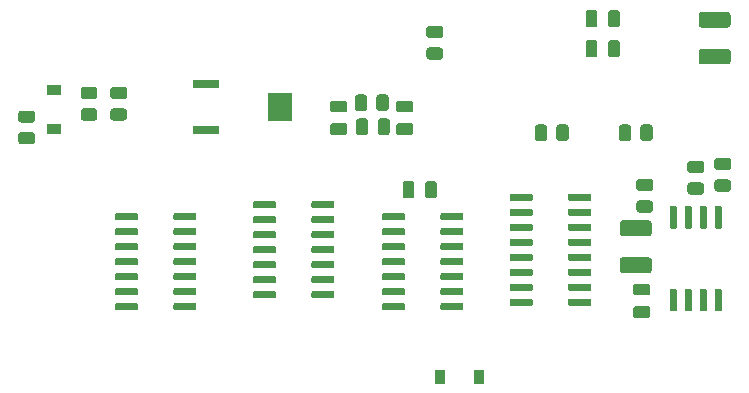
<source format=gbr>
G04 #@! TF.GenerationSoftware,KiCad,Pcbnew,5.1.5+dfsg1-2build2*
G04 #@! TF.CreationDate,2022-11-02T21:13:42+00:00*
G04 #@! TF.ProjectId,psion-speech-sp0256al2,7073696f-6e2d-4737-9065-6563682d7370,rev?*
G04 #@! TF.SameCoordinates,Original*
G04 #@! TF.FileFunction,Paste,Bot*
G04 #@! TF.FilePolarity,Positive*
%FSLAX46Y46*%
G04 Gerber Fmt 4.6, Leading zero omitted, Abs format (unit mm)*
G04 Created by KiCad (PCBNEW 5.1.5+dfsg1-2build2) date 2022-11-02 21:13:42*
%MOMM*%
%LPD*%
G04 APERTURE LIST*
%ADD10C,0.100000*%
%ADD11R,2.000000X2.400000*%
%ADD12R,2.200000X0.750000*%
%ADD13R,0.900000X1.200000*%
%ADD14R,1.200000X0.900000*%
G04 APERTURE END LIST*
D10*
G36*
X105084505Y-101351204D02*
G01*
X105108773Y-101354804D01*
X105132572Y-101360765D01*
X105155671Y-101369030D01*
X105177850Y-101379520D01*
X105198893Y-101392132D01*
X105218599Y-101406747D01*
X105236777Y-101423223D01*
X105253253Y-101441401D01*
X105267868Y-101461107D01*
X105280480Y-101482150D01*
X105290970Y-101504329D01*
X105299235Y-101527428D01*
X105305196Y-101551227D01*
X105308796Y-101575495D01*
X105310000Y-101599999D01*
X105310000Y-102425001D01*
X105308796Y-102449505D01*
X105305196Y-102473773D01*
X105299235Y-102497572D01*
X105290970Y-102520671D01*
X105280480Y-102542850D01*
X105267868Y-102563893D01*
X105253253Y-102583599D01*
X105236777Y-102601777D01*
X105218599Y-102618253D01*
X105198893Y-102632868D01*
X105177850Y-102645480D01*
X105155671Y-102655970D01*
X105132572Y-102664235D01*
X105108773Y-102670196D01*
X105084505Y-102673796D01*
X105060001Y-102675000D01*
X102859999Y-102675000D01*
X102835495Y-102673796D01*
X102811227Y-102670196D01*
X102787428Y-102664235D01*
X102764329Y-102655970D01*
X102742150Y-102645480D01*
X102721107Y-102632868D01*
X102701401Y-102618253D01*
X102683223Y-102601777D01*
X102666747Y-102583599D01*
X102652132Y-102563893D01*
X102639520Y-102542850D01*
X102629030Y-102520671D01*
X102620765Y-102497572D01*
X102614804Y-102473773D01*
X102611204Y-102449505D01*
X102610000Y-102425001D01*
X102610000Y-101599999D01*
X102611204Y-101575495D01*
X102614804Y-101551227D01*
X102620765Y-101527428D01*
X102629030Y-101504329D01*
X102639520Y-101482150D01*
X102652132Y-101461107D01*
X102666747Y-101441401D01*
X102683223Y-101423223D01*
X102701401Y-101406747D01*
X102721107Y-101392132D01*
X102742150Y-101379520D01*
X102764329Y-101369030D01*
X102787428Y-101360765D01*
X102811227Y-101354804D01*
X102835495Y-101351204D01*
X102859999Y-101350000D01*
X105060001Y-101350000D01*
X105084505Y-101351204D01*
G37*
G36*
X105084505Y-98226204D02*
G01*
X105108773Y-98229804D01*
X105132572Y-98235765D01*
X105155671Y-98244030D01*
X105177850Y-98254520D01*
X105198893Y-98267132D01*
X105218599Y-98281747D01*
X105236777Y-98298223D01*
X105253253Y-98316401D01*
X105267868Y-98336107D01*
X105280480Y-98357150D01*
X105290970Y-98379329D01*
X105299235Y-98402428D01*
X105305196Y-98426227D01*
X105308796Y-98450495D01*
X105310000Y-98474999D01*
X105310000Y-99300001D01*
X105308796Y-99324505D01*
X105305196Y-99348773D01*
X105299235Y-99372572D01*
X105290970Y-99395671D01*
X105280480Y-99417850D01*
X105267868Y-99438893D01*
X105253253Y-99458599D01*
X105236777Y-99476777D01*
X105218599Y-99493253D01*
X105198893Y-99507868D01*
X105177850Y-99520480D01*
X105155671Y-99530970D01*
X105132572Y-99539235D01*
X105108773Y-99545196D01*
X105084505Y-99548796D01*
X105060001Y-99550000D01*
X102859999Y-99550000D01*
X102835495Y-99548796D01*
X102811227Y-99545196D01*
X102787428Y-99539235D01*
X102764329Y-99530970D01*
X102742150Y-99520480D01*
X102721107Y-99507868D01*
X102701401Y-99493253D01*
X102683223Y-99476777D01*
X102666747Y-99458599D01*
X102652132Y-99438893D01*
X102639520Y-99417850D01*
X102629030Y-99395671D01*
X102620765Y-99372572D01*
X102614804Y-99348773D01*
X102611204Y-99324505D01*
X102610000Y-99300001D01*
X102610000Y-98474999D01*
X102611204Y-98450495D01*
X102614804Y-98426227D01*
X102620765Y-98402428D01*
X102629030Y-98379329D01*
X102639520Y-98357150D01*
X102652132Y-98336107D01*
X102666747Y-98316401D01*
X102683223Y-98298223D01*
X102701401Y-98281747D01*
X102721107Y-98267132D01*
X102742150Y-98254520D01*
X102764329Y-98244030D01*
X102787428Y-98235765D01*
X102811227Y-98229804D01*
X102835495Y-98226204D01*
X102859999Y-98225000D01*
X105060001Y-98225000D01*
X105084505Y-98226204D01*
G37*
G36*
X93364703Y-122520722D02*
G01*
X93379264Y-122522882D01*
X93393543Y-122526459D01*
X93407403Y-122531418D01*
X93420710Y-122537712D01*
X93433336Y-122545280D01*
X93445159Y-122554048D01*
X93456066Y-122563934D01*
X93465952Y-122574841D01*
X93474720Y-122586664D01*
X93482288Y-122599290D01*
X93488582Y-122612597D01*
X93493541Y-122626457D01*
X93497118Y-122640736D01*
X93499278Y-122655297D01*
X93500000Y-122670000D01*
X93500000Y-122970000D01*
X93499278Y-122984703D01*
X93497118Y-122999264D01*
X93493541Y-123013543D01*
X93488582Y-123027403D01*
X93482288Y-123040710D01*
X93474720Y-123053336D01*
X93465952Y-123065159D01*
X93456066Y-123076066D01*
X93445159Y-123085952D01*
X93433336Y-123094720D01*
X93420710Y-123102288D01*
X93407403Y-123108582D01*
X93393543Y-123113541D01*
X93379264Y-123117118D01*
X93364703Y-123119278D01*
X93350000Y-123120000D01*
X91700000Y-123120000D01*
X91685297Y-123119278D01*
X91670736Y-123117118D01*
X91656457Y-123113541D01*
X91642597Y-123108582D01*
X91629290Y-123102288D01*
X91616664Y-123094720D01*
X91604841Y-123085952D01*
X91593934Y-123076066D01*
X91584048Y-123065159D01*
X91575280Y-123053336D01*
X91567712Y-123040710D01*
X91561418Y-123027403D01*
X91556459Y-123013543D01*
X91552882Y-122999264D01*
X91550722Y-122984703D01*
X91550000Y-122970000D01*
X91550000Y-122670000D01*
X91550722Y-122655297D01*
X91552882Y-122640736D01*
X91556459Y-122626457D01*
X91561418Y-122612597D01*
X91567712Y-122599290D01*
X91575280Y-122586664D01*
X91584048Y-122574841D01*
X91593934Y-122563934D01*
X91604841Y-122554048D01*
X91616664Y-122545280D01*
X91629290Y-122537712D01*
X91642597Y-122531418D01*
X91656457Y-122526459D01*
X91670736Y-122522882D01*
X91685297Y-122520722D01*
X91700000Y-122520000D01*
X93350000Y-122520000D01*
X93364703Y-122520722D01*
G37*
G36*
X93364703Y-121250722D02*
G01*
X93379264Y-121252882D01*
X93393543Y-121256459D01*
X93407403Y-121261418D01*
X93420710Y-121267712D01*
X93433336Y-121275280D01*
X93445159Y-121284048D01*
X93456066Y-121293934D01*
X93465952Y-121304841D01*
X93474720Y-121316664D01*
X93482288Y-121329290D01*
X93488582Y-121342597D01*
X93493541Y-121356457D01*
X93497118Y-121370736D01*
X93499278Y-121385297D01*
X93500000Y-121400000D01*
X93500000Y-121700000D01*
X93499278Y-121714703D01*
X93497118Y-121729264D01*
X93493541Y-121743543D01*
X93488582Y-121757403D01*
X93482288Y-121770710D01*
X93474720Y-121783336D01*
X93465952Y-121795159D01*
X93456066Y-121806066D01*
X93445159Y-121815952D01*
X93433336Y-121824720D01*
X93420710Y-121832288D01*
X93407403Y-121838582D01*
X93393543Y-121843541D01*
X93379264Y-121847118D01*
X93364703Y-121849278D01*
X93350000Y-121850000D01*
X91700000Y-121850000D01*
X91685297Y-121849278D01*
X91670736Y-121847118D01*
X91656457Y-121843541D01*
X91642597Y-121838582D01*
X91629290Y-121832288D01*
X91616664Y-121824720D01*
X91604841Y-121815952D01*
X91593934Y-121806066D01*
X91584048Y-121795159D01*
X91575280Y-121783336D01*
X91567712Y-121770710D01*
X91561418Y-121757403D01*
X91556459Y-121743543D01*
X91552882Y-121729264D01*
X91550722Y-121714703D01*
X91550000Y-121700000D01*
X91550000Y-121400000D01*
X91550722Y-121385297D01*
X91552882Y-121370736D01*
X91556459Y-121356457D01*
X91561418Y-121342597D01*
X91567712Y-121329290D01*
X91575280Y-121316664D01*
X91584048Y-121304841D01*
X91593934Y-121293934D01*
X91604841Y-121284048D01*
X91616664Y-121275280D01*
X91629290Y-121267712D01*
X91642597Y-121261418D01*
X91656457Y-121256459D01*
X91670736Y-121252882D01*
X91685297Y-121250722D01*
X91700000Y-121250000D01*
X93350000Y-121250000D01*
X93364703Y-121250722D01*
G37*
G36*
X93364703Y-119980722D02*
G01*
X93379264Y-119982882D01*
X93393543Y-119986459D01*
X93407403Y-119991418D01*
X93420710Y-119997712D01*
X93433336Y-120005280D01*
X93445159Y-120014048D01*
X93456066Y-120023934D01*
X93465952Y-120034841D01*
X93474720Y-120046664D01*
X93482288Y-120059290D01*
X93488582Y-120072597D01*
X93493541Y-120086457D01*
X93497118Y-120100736D01*
X93499278Y-120115297D01*
X93500000Y-120130000D01*
X93500000Y-120430000D01*
X93499278Y-120444703D01*
X93497118Y-120459264D01*
X93493541Y-120473543D01*
X93488582Y-120487403D01*
X93482288Y-120500710D01*
X93474720Y-120513336D01*
X93465952Y-120525159D01*
X93456066Y-120536066D01*
X93445159Y-120545952D01*
X93433336Y-120554720D01*
X93420710Y-120562288D01*
X93407403Y-120568582D01*
X93393543Y-120573541D01*
X93379264Y-120577118D01*
X93364703Y-120579278D01*
X93350000Y-120580000D01*
X91700000Y-120580000D01*
X91685297Y-120579278D01*
X91670736Y-120577118D01*
X91656457Y-120573541D01*
X91642597Y-120568582D01*
X91629290Y-120562288D01*
X91616664Y-120554720D01*
X91604841Y-120545952D01*
X91593934Y-120536066D01*
X91584048Y-120525159D01*
X91575280Y-120513336D01*
X91567712Y-120500710D01*
X91561418Y-120487403D01*
X91556459Y-120473543D01*
X91552882Y-120459264D01*
X91550722Y-120444703D01*
X91550000Y-120430000D01*
X91550000Y-120130000D01*
X91550722Y-120115297D01*
X91552882Y-120100736D01*
X91556459Y-120086457D01*
X91561418Y-120072597D01*
X91567712Y-120059290D01*
X91575280Y-120046664D01*
X91584048Y-120034841D01*
X91593934Y-120023934D01*
X91604841Y-120014048D01*
X91616664Y-120005280D01*
X91629290Y-119997712D01*
X91642597Y-119991418D01*
X91656457Y-119986459D01*
X91670736Y-119982882D01*
X91685297Y-119980722D01*
X91700000Y-119980000D01*
X93350000Y-119980000D01*
X93364703Y-119980722D01*
G37*
G36*
X93364703Y-118710722D02*
G01*
X93379264Y-118712882D01*
X93393543Y-118716459D01*
X93407403Y-118721418D01*
X93420710Y-118727712D01*
X93433336Y-118735280D01*
X93445159Y-118744048D01*
X93456066Y-118753934D01*
X93465952Y-118764841D01*
X93474720Y-118776664D01*
X93482288Y-118789290D01*
X93488582Y-118802597D01*
X93493541Y-118816457D01*
X93497118Y-118830736D01*
X93499278Y-118845297D01*
X93500000Y-118860000D01*
X93500000Y-119160000D01*
X93499278Y-119174703D01*
X93497118Y-119189264D01*
X93493541Y-119203543D01*
X93488582Y-119217403D01*
X93482288Y-119230710D01*
X93474720Y-119243336D01*
X93465952Y-119255159D01*
X93456066Y-119266066D01*
X93445159Y-119275952D01*
X93433336Y-119284720D01*
X93420710Y-119292288D01*
X93407403Y-119298582D01*
X93393543Y-119303541D01*
X93379264Y-119307118D01*
X93364703Y-119309278D01*
X93350000Y-119310000D01*
X91700000Y-119310000D01*
X91685297Y-119309278D01*
X91670736Y-119307118D01*
X91656457Y-119303541D01*
X91642597Y-119298582D01*
X91629290Y-119292288D01*
X91616664Y-119284720D01*
X91604841Y-119275952D01*
X91593934Y-119266066D01*
X91584048Y-119255159D01*
X91575280Y-119243336D01*
X91567712Y-119230710D01*
X91561418Y-119217403D01*
X91556459Y-119203543D01*
X91552882Y-119189264D01*
X91550722Y-119174703D01*
X91550000Y-119160000D01*
X91550000Y-118860000D01*
X91550722Y-118845297D01*
X91552882Y-118830736D01*
X91556459Y-118816457D01*
X91561418Y-118802597D01*
X91567712Y-118789290D01*
X91575280Y-118776664D01*
X91584048Y-118764841D01*
X91593934Y-118753934D01*
X91604841Y-118744048D01*
X91616664Y-118735280D01*
X91629290Y-118727712D01*
X91642597Y-118721418D01*
X91656457Y-118716459D01*
X91670736Y-118712882D01*
X91685297Y-118710722D01*
X91700000Y-118710000D01*
X93350000Y-118710000D01*
X93364703Y-118710722D01*
G37*
G36*
X93364703Y-117440722D02*
G01*
X93379264Y-117442882D01*
X93393543Y-117446459D01*
X93407403Y-117451418D01*
X93420710Y-117457712D01*
X93433336Y-117465280D01*
X93445159Y-117474048D01*
X93456066Y-117483934D01*
X93465952Y-117494841D01*
X93474720Y-117506664D01*
X93482288Y-117519290D01*
X93488582Y-117532597D01*
X93493541Y-117546457D01*
X93497118Y-117560736D01*
X93499278Y-117575297D01*
X93500000Y-117590000D01*
X93500000Y-117890000D01*
X93499278Y-117904703D01*
X93497118Y-117919264D01*
X93493541Y-117933543D01*
X93488582Y-117947403D01*
X93482288Y-117960710D01*
X93474720Y-117973336D01*
X93465952Y-117985159D01*
X93456066Y-117996066D01*
X93445159Y-118005952D01*
X93433336Y-118014720D01*
X93420710Y-118022288D01*
X93407403Y-118028582D01*
X93393543Y-118033541D01*
X93379264Y-118037118D01*
X93364703Y-118039278D01*
X93350000Y-118040000D01*
X91700000Y-118040000D01*
X91685297Y-118039278D01*
X91670736Y-118037118D01*
X91656457Y-118033541D01*
X91642597Y-118028582D01*
X91629290Y-118022288D01*
X91616664Y-118014720D01*
X91604841Y-118005952D01*
X91593934Y-117996066D01*
X91584048Y-117985159D01*
X91575280Y-117973336D01*
X91567712Y-117960710D01*
X91561418Y-117947403D01*
X91556459Y-117933543D01*
X91552882Y-117919264D01*
X91550722Y-117904703D01*
X91550000Y-117890000D01*
X91550000Y-117590000D01*
X91550722Y-117575297D01*
X91552882Y-117560736D01*
X91556459Y-117546457D01*
X91561418Y-117532597D01*
X91567712Y-117519290D01*
X91575280Y-117506664D01*
X91584048Y-117494841D01*
X91593934Y-117483934D01*
X91604841Y-117474048D01*
X91616664Y-117465280D01*
X91629290Y-117457712D01*
X91642597Y-117451418D01*
X91656457Y-117446459D01*
X91670736Y-117442882D01*
X91685297Y-117440722D01*
X91700000Y-117440000D01*
X93350000Y-117440000D01*
X93364703Y-117440722D01*
G37*
G36*
X93364703Y-116170722D02*
G01*
X93379264Y-116172882D01*
X93393543Y-116176459D01*
X93407403Y-116181418D01*
X93420710Y-116187712D01*
X93433336Y-116195280D01*
X93445159Y-116204048D01*
X93456066Y-116213934D01*
X93465952Y-116224841D01*
X93474720Y-116236664D01*
X93482288Y-116249290D01*
X93488582Y-116262597D01*
X93493541Y-116276457D01*
X93497118Y-116290736D01*
X93499278Y-116305297D01*
X93500000Y-116320000D01*
X93500000Y-116620000D01*
X93499278Y-116634703D01*
X93497118Y-116649264D01*
X93493541Y-116663543D01*
X93488582Y-116677403D01*
X93482288Y-116690710D01*
X93474720Y-116703336D01*
X93465952Y-116715159D01*
X93456066Y-116726066D01*
X93445159Y-116735952D01*
X93433336Y-116744720D01*
X93420710Y-116752288D01*
X93407403Y-116758582D01*
X93393543Y-116763541D01*
X93379264Y-116767118D01*
X93364703Y-116769278D01*
X93350000Y-116770000D01*
X91700000Y-116770000D01*
X91685297Y-116769278D01*
X91670736Y-116767118D01*
X91656457Y-116763541D01*
X91642597Y-116758582D01*
X91629290Y-116752288D01*
X91616664Y-116744720D01*
X91604841Y-116735952D01*
X91593934Y-116726066D01*
X91584048Y-116715159D01*
X91575280Y-116703336D01*
X91567712Y-116690710D01*
X91561418Y-116677403D01*
X91556459Y-116663543D01*
X91552882Y-116649264D01*
X91550722Y-116634703D01*
X91550000Y-116620000D01*
X91550000Y-116320000D01*
X91550722Y-116305297D01*
X91552882Y-116290736D01*
X91556459Y-116276457D01*
X91561418Y-116262597D01*
X91567712Y-116249290D01*
X91575280Y-116236664D01*
X91584048Y-116224841D01*
X91593934Y-116213934D01*
X91604841Y-116204048D01*
X91616664Y-116195280D01*
X91629290Y-116187712D01*
X91642597Y-116181418D01*
X91656457Y-116176459D01*
X91670736Y-116172882D01*
X91685297Y-116170722D01*
X91700000Y-116170000D01*
X93350000Y-116170000D01*
X93364703Y-116170722D01*
G37*
G36*
X93364703Y-114900722D02*
G01*
X93379264Y-114902882D01*
X93393543Y-114906459D01*
X93407403Y-114911418D01*
X93420710Y-114917712D01*
X93433336Y-114925280D01*
X93445159Y-114934048D01*
X93456066Y-114943934D01*
X93465952Y-114954841D01*
X93474720Y-114966664D01*
X93482288Y-114979290D01*
X93488582Y-114992597D01*
X93493541Y-115006457D01*
X93497118Y-115020736D01*
X93499278Y-115035297D01*
X93500000Y-115050000D01*
X93500000Y-115350000D01*
X93499278Y-115364703D01*
X93497118Y-115379264D01*
X93493541Y-115393543D01*
X93488582Y-115407403D01*
X93482288Y-115420710D01*
X93474720Y-115433336D01*
X93465952Y-115445159D01*
X93456066Y-115456066D01*
X93445159Y-115465952D01*
X93433336Y-115474720D01*
X93420710Y-115482288D01*
X93407403Y-115488582D01*
X93393543Y-115493541D01*
X93379264Y-115497118D01*
X93364703Y-115499278D01*
X93350000Y-115500000D01*
X91700000Y-115500000D01*
X91685297Y-115499278D01*
X91670736Y-115497118D01*
X91656457Y-115493541D01*
X91642597Y-115488582D01*
X91629290Y-115482288D01*
X91616664Y-115474720D01*
X91604841Y-115465952D01*
X91593934Y-115456066D01*
X91584048Y-115445159D01*
X91575280Y-115433336D01*
X91567712Y-115420710D01*
X91561418Y-115407403D01*
X91556459Y-115393543D01*
X91552882Y-115379264D01*
X91550722Y-115364703D01*
X91550000Y-115350000D01*
X91550000Y-115050000D01*
X91550722Y-115035297D01*
X91552882Y-115020736D01*
X91556459Y-115006457D01*
X91561418Y-114992597D01*
X91567712Y-114979290D01*
X91575280Y-114966664D01*
X91584048Y-114954841D01*
X91593934Y-114943934D01*
X91604841Y-114934048D01*
X91616664Y-114925280D01*
X91629290Y-114917712D01*
X91642597Y-114911418D01*
X91656457Y-114906459D01*
X91670736Y-114902882D01*
X91685297Y-114900722D01*
X91700000Y-114900000D01*
X93350000Y-114900000D01*
X93364703Y-114900722D01*
G37*
G36*
X93364703Y-113630722D02*
G01*
X93379264Y-113632882D01*
X93393543Y-113636459D01*
X93407403Y-113641418D01*
X93420710Y-113647712D01*
X93433336Y-113655280D01*
X93445159Y-113664048D01*
X93456066Y-113673934D01*
X93465952Y-113684841D01*
X93474720Y-113696664D01*
X93482288Y-113709290D01*
X93488582Y-113722597D01*
X93493541Y-113736457D01*
X93497118Y-113750736D01*
X93499278Y-113765297D01*
X93500000Y-113780000D01*
X93500000Y-114080000D01*
X93499278Y-114094703D01*
X93497118Y-114109264D01*
X93493541Y-114123543D01*
X93488582Y-114137403D01*
X93482288Y-114150710D01*
X93474720Y-114163336D01*
X93465952Y-114175159D01*
X93456066Y-114186066D01*
X93445159Y-114195952D01*
X93433336Y-114204720D01*
X93420710Y-114212288D01*
X93407403Y-114218582D01*
X93393543Y-114223541D01*
X93379264Y-114227118D01*
X93364703Y-114229278D01*
X93350000Y-114230000D01*
X91700000Y-114230000D01*
X91685297Y-114229278D01*
X91670736Y-114227118D01*
X91656457Y-114223541D01*
X91642597Y-114218582D01*
X91629290Y-114212288D01*
X91616664Y-114204720D01*
X91604841Y-114195952D01*
X91593934Y-114186066D01*
X91584048Y-114175159D01*
X91575280Y-114163336D01*
X91567712Y-114150710D01*
X91561418Y-114137403D01*
X91556459Y-114123543D01*
X91552882Y-114109264D01*
X91550722Y-114094703D01*
X91550000Y-114080000D01*
X91550000Y-113780000D01*
X91550722Y-113765297D01*
X91552882Y-113750736D01*
X91556459Y-113736457D01*
X91561418Y-113722597D01*
X91567712Y-113709290D01*
X91575280Y-113696664D01*
X91584048Y-113684841D01*
X91593934Y-113673934D01*
X91604841Y-113664048D01*
X91616664Y-113655280D01*
X91629290Y-113647712D01*
X91642597Y-113641418D01*
X91656457Y-113636459D01*
X91670736Y-113632882D01*
X91685297Y-113630722D01*
X91700000Y-113630000D01*
X93350000Y-113630000D01*
X93364703Y-113630722D01*
G37*
G36*
X88414703Y-113630722D02*
G01*
X88429264Y-113632882D01*
X88443543Y-113636459D01*
X88457403Y-113641418D01*
X88470710Y-113647712D01*
X88483336Y-113655280D01*
X88495159Y-113664048D01*
X88506066Y-113673934D01*
X88515952Y-113684841D01*
X88524720Y-113696664D01*
X88532288Y-113709290D01*
X88538582Y-113722597D01*
X88543541Y-113736457D01*
X88547118Y-113750736D01*
X88549278Y-113765297D01*
X88550000Y-113780000D01*
X88550000Y-114080000D01*
X88549278Y-114094703D01*
X88547118Y-114109264D01*
X88543541Y-114123543D01*
X88538582Y-114137403D01*
X88532288Y-114150710D01*
X88524720Y-114163336D01*
X88515952Y-114175159D01*
X88506066Y-114186066D01*
X88495159Y-114195952D01*
X88483336Y-114204720D01*
X88470710Y-114212288D01*
X88457403Y-114218582D01*
X88443543Y-114223541D01*
X88429264Y-114227118D01*
X88414703Y-114229278D01*
X88400000Y-114230000D01*
X86750000Y-114230000D01*
X86735297Y-114229278D01*
X86720736Y-114227118D01*
X86706457Y-114223541D01*
X86692597Y-114218582D01*
X86679290Y-114212288D01*
X86666664Y-114204720D01*
X86654841Y-114195952D01*
X86643934Y-114186066D01*
X86634048Y-114175159D01*
X86625280Y-114163336D01*
X86617712Y-114150710D01*
X86611418Y-114137403D01*
X86606459Y-114123543D01*
X86602882Y-114109264D01*
X86600722Y-114094703D01*
X86600000Y-114080000D01*
X86600000Y-113780000D01*
X86600722Y-113765297D01*
X86602882Y-113750736D01*
X86606459Y-113736457D01*
X86611418Y-113722597D01*
X86617712Y-113709290D01*
X86625280Y-113696664D01*
X86634048Y-113684841D01*
X86643934Y-113673934D01*
X86654841Y-113664048D01*
X86666664Y-113655280D01*
X86679290Y-113647712D01*
X86692597Y-113641418D01*
X86706457Y-113636459D01*
X86720736Y-113632882D01*
X86735297Y-113630722D01*
X86750000Y-113630000D01*
X88400000Y-113630000D01*
X88414703Y-113630722D01*
G37*
G36*
X88414703Y-114900722D02*
G01*
X88429264Y-114902882D01*
X88443543Y-114906459D01*
X88457403Y-114911418D01*
X88470710Y-114917712D01*
X88483336Y-114925280D01*
X88495159Y-114934048D01*
X88506066Y-114943934D01*
X88515952Y-114954841D01*
X88524720Y-114966664D01*
X88532288Y-114979290D01*
X88538582Y-114992597D01*
X88543541Y-115006457D01*
X88547118Y-115020736D01*
X88549278Y-115035297D01*
X88550000Y-115050000D01*
X88550000Y-115350000D01*
X88549278Y-115364703D01*
X88547118Y-115379264D01*
X88543541Y-115393543D01*
X88538582Y-115407403D01*
X88532288Y-115420710D01*
X88524720Y-115433336D01*
X88515952Y-115445159D01*
X88506066Y-115456066D01*
X88495159Y-115465952D01*
X88483336Y-115474720D01*
X88470710Y-115482288D01*
X88457403Y-115488582D01*
X88443543Y-115493541D01*
X88429264Y-115497118D01*
X88414703Y-115499278D01*
X88400000Y-115500000D01*
X86750000Y-115500000D01*
X86735297Y-115499278D01*
X86720736Y-115497118D01*
X86706457Y-115493541D01*
X86692597Y-115488582D01*
X86679290Y-115482288D01*
X86666664Y-115474720D01*
X86654841Y-115465952D01*
X86643934Y-115456066D01*
X86634048Y-115445159D01*
X86625280Y-115433336D01*
X86617712Y-115420710D01*
X86611418Y-115407403D01*
X86606459Y-115393543D01*
X86602882Y-115379264D01*
X86600722Y-115364703D01*
X86600000Y-115350000D01*
X86600000Y-115050000D01*
X86600722Y-115035297D01*
X86602882Y-115020736D01*
X86606459Y-115006457D01*
X86611418Y-114992597D01*
X86617712Y-114979290D01*
X86625280Y-114966664D01*
X86634048Y-114954841D01*
X86643934Y-114943934D01*
X86654841Y-114934048D01*
X86666664Y-114925280D01*
X86679290Y-114917712D01*
X86692597Y-114911418D01*
X86706457Y-114906459D01*
X86720736Y-114902882D01*
X86735297Y-114900722D01*
X86750000Y-114900000D01*
X88400000Y-114900000D01*
X88414703Y-114900722D01*
G37*
G36*
X88414703Y-116170722D02*
G01*
X88429264Y-116172882D01*
X88443543Y-116176459D01*
X88457403Y-116181418D01*
X88470710Y-116187712D01*
X88483336Y-116195280D01*
X88495159Y-116204048D01*
X88506066Y-116213934D01*
X88515952Y-116224841D01*
X88524720Y-116236664D01*
X88532288Y-116249290D01*
X88538582Y-116262597D01*
X88543541Y-116276457D01*
X88547118Y-116290736D01*
X88549278Y-116305297D01*
X88550000Y-116320000D01*
X88550000Y-116620000D01*
X88549278Y-116634703D01*
X88547118Y-116649264D01*
X88543541Y-116663543D01*
X88538582Y-116677403D01*
X88532288Y-116690710D01*
X88524720Y-116703336D01*
X88515952Y-116715159D01*
X88506066Y-116726066D01*
X88495159Y-116735952D01*
X88483336Y-116744720D01*
X88470710Y-116752288D01*
X88457403Y-116758582D01*
X88443543Y-116763541D01*
X88429264Y-116767118D01*
X88414703Y-116769278D01*
X88400000Y-116770000D01*
X86750000Y-116770000D01*
X86735297Y-116769278D01*
X86720736Y-116767118D01*
X86706457Y-116763541D01*
X86692597Y-116758582D01*
X86679290Y-116752288D01*
X86666664Y-116744720D01*
X86654841Y-116735952D01*
X86643934Y-116726066D01*
X86634048Y-116715159D01*
X86625280Y-116703336D01*
X86617712Y-116690710D01*
X86611418Y-116677403D01*
X86606459Y-116663543D01*
X86602882Y-116649264D01*
X86600722Y-116634703D01*
X86600000Y-116620000D01*
X86600000Y-116320000D01*
X86600722Y-116305297D01*
X86602882Y-116290736D01*
X86606459Y-116276457D01*
X86611418Y-116262597D01*
X86617712Y-116249290D01*
X86625280Y-116236664D01*
X86634048Y-116224841D01*
X86643934Y-116213934D01*
X86654841Y-116204048D01*
X86666664Y-116195280D01*
X86679290Y-116187712D01*
X86692597Y-116181418D01*
X86706457Y-116176459D01*
X86720736Y-116172882D01*
X86735297Y-116170722D01*
X86750000Y-116170000D01*
X88400000Y-116170000D01*
X88414703Y-116170722D01*
G37*
G36*
X88414703Y-117440722D02*
G01*
X88429264Y-117442882D01*
X88443543Y-117446459D01*
X88457403Y-117451418D01*
X88470710Y-117457712D01*
X88483336Y-117465280D01*
X88495159Y-117474048D01*
X88506066Y-117483934D01*
X88515952Y-117494841D01*
X88524720Y-117506664D01*
X88532288Y-117519290D01*
X88538582Y-117532597D01*
X88543541Y-117546457D01*
X88547118Y-117560736D01*
X88549278Y-117575297D01*
X88550000Y-117590000D01*
X88550000Y-117890000D01*
X88549278Y-117904703D01*
X88547118Y-117919264D01*
X88543541Y-117933543D01*
X88538582Y-117947403D01*
X88532288Y-117960710D01*
X88524720Y-117973336D01*
X88515952Y-117985159D01*
X88506066Y-117996066D01*
X88495159Y-118005952D01*
X88483336Y-118014720D01*
X88470710Y-118022288D01*
X88457403Y-118028582D01*
X88443543Y-118033541D01*
X88429264Y-118037118D01*
X88414703Y-118039278D01*
X88400000Y-118040000D01*
X86750000Y-118040000D01*
X86735297Y-118039278D01*
X86720736Y-118037118D01*
X86706457Y-118033541D01*
X86692597Y-118028582D01*
X86679290Y-118022288D01*
X86666664Y-118014720D01*
X86654841Y-118005952D01*
X86643934Y-117996066D01*
X86634048Y-117985159D01*
X86625280Y-117973336D01*
X86617712Y-117960710D01*
X86611418Y-117947403D01*
X86606459Y-117933543D01*
X86602882Y-117919264D01*
X86600722Y-117904703D01*
X86600000Y-117890000D01*
X86600000Y-117590000D01*
X86600722Y-117575297D01*
X86602882Y-117560736D01*
X86606459Y-117546457D01*
X86611418Y-117532597D01*
X86617712Y-117519290D01*
X86625280Y-117506664D01*
X86634048Y-117494841D01*
X86643934Y-117483934D01*
X86654841Y-117474048D01*
X86666664Y-117465280D01*
X86679290Y-117457712D01*
X86692597Y-117451418D01*
X86706457Y-117446459D01*
X86720736Y-117442882D01*
X86735297Y-117440722D01*
X86750000Y-117440000D01*
X88400000Y-117440000D01*
X88414703Y-117440722D01*
G37*
G36*
X88414703Y-118710722D02*
G01*
X88429264Y-118712882D01*
X88443543Y-118716459D01*
X88457403Y-118721418D01*
X88470710Y-118727712D01*
X88483336Y-118735280D01*
X88495159Y-118744048D01*
X88506066Y-118753934D01*
X88515952Y-118764841D01*
X88524720Y-118776664D01*
X88532288Y-118789290D01*
X88538582Y-118802597D01*
X88543541Y-118816457D01*
X88547118Y-118830736D01*
X88549278Y-118845297D01*
X88550000Y-118860000D01*
X88550000Y-119160000D01*
X88549278Y-119174703D01*
X88547118Y-119189264D01*
X88543541Y-119203543D01*
X88538582Y-119217403D01*
X88532288Y-119230710D01*
X88524720Y-119243336D01*
X88515952Y-119255159D01*
X88506066Y-119266066D01*
X88495159Y-119275952D01*
X88483336Y-119284720D01*
X88470710Y-119292288D01*
X88457403Y-119298582D01*
X88443543Y-119303541D01*
X88429264Y-119307118D01*
X88414703Y-119309278D01*
X88400000Y-119310000D01*
X86750000Y-119310000D01*
X86735297Y-119309278D01*
X86720736Y-119307118D01*
X86706457Y-119303541D01*
X86692597Y-119298582D01*
X86679290Y-119292288D01*
X86666664Y-119284720D01*
X86654841Y-119275952D01*
X86643934Y-119266066D01*
X86634048Y-119255159D01*
X86625280Y-119243336D01*
X86617712Y-119230710D01*
X86611418Y-119217403D01*
X86606459Y-119203543D01*
X86602882Y-119189264D01*
X86600722Y-119174703D01*
X86600000Y-119160000D01*
X86600000Y-118860000D01*
X86600722Y-118845297D01*
X86602882Y-118830736D01*
X86606459Y-118816457D01*
X86611418Y-118802597D01*
X86617712Y-118789290D01*
X86625280Y-118776664D01*
X86634048Y-118764841D01*
X86643934Y-118753934D01*
X86654841Y-118744048D01*
X86666664Y-118735280D01*
X86679290Y-118727712D01*
X86692597Y-118721418D01*
X86706457Y-118716459D01*
X86720736Y-118712882D01*
X86735297Y-118710722D01*
X86750000Y-118710000D01*
X88400000Y-118710000D01*
X88414703Y-118710722D01*
G37*
G36*
X88414703Y-119980722D02*
G01*
X88429264Y-119982882D01*
X88443543Y-119986459D01*
X88457403Y-119991418D01*
X88470710Y-119997712D01*
X88483336Y-120005280D01*
X88495159Y-120014048D01*
X88506066Y-120023934D01*
X88515952Y-120034841D01*
X88524720Y-120046664D01*
X88532288Y-120059290D01*
X88538582Y-120072597D01*
X88543541Y-120086457D01*
X88547118Y-120100736D01*
X88549278Y-120115297D01*
X88550000Y-120130000D01*
X88550000Y-120430000D01*
X88549278Y-120444703D01*
X88547118Y-120459264D01*
X88543541Y-120473543D01*
X88538582Y-120487403D01*
X88532288Y-120500710D01*
X88524720Y-120513336D01*
X88515952Y-120525159D01*
X88506066Y-120536066D01*
X88495159Y-120545952D01*
X88483336Y-120554720D01*
X88470710Y-120562288D01*
X88457403Y-120568582D01*
X88443543Y-120573541D01*
X88429264Y-120577118D01*
X88414703Y-120579278D01*
X88400000Y-120580000D01*
X86750000Y-120580000D01*
X86735297Y-120579278D01*
X86720736Y-120577118D01*
X86706457Y-120573541D01*
X86692597Y-120568582D01*
X86679290Y-120562288D01*
X86666664Y-120554720D01*
X86654841Y-120545952D01*
X86643934Y-120536066D01*
X86634048Y-120525159D01*
X86625280Y-120513336D01*
X86617712Y-120500710D01*
X86611418Y-120487403D01*
X86606459Y-120473543D01*
X86602882Y-120459264D01*
X86600722Y-120444703D01*
X86600000Y-120430000D01*
X86600000Y-120130000D01*
X86600722Y-120115297D01*
X86602882Y-120100736D01*
X86606459Y-120086457D01*
X86611418Y-120072597D01*
X86617712Y-120059290D01*
X86625280Y-120046664D01*
X86634048Y-120034841D01*
X86643934Y-120023934D01*
X86654841Y-120014048D01*
X86666664Y-120005280D01*
X86679290Y-119997712D01*
X86692597Y-119991418D01*
X86706457Y-119986459D01*
X86720736Y-119982882D01*
X86735297Y-119980722D01*
X86750000Y-119980000D01*
X88400000Y-119980000D01*
X88414703Y-119980722D01*
G37*
G36*
X88414703Y-121250722D02*
G01*
X88429264Y-121252882D01*
X88443543Y-121256459D01*
X88457403Y-121261418D01*
X88470710Y-121267712D01*
X88483336Y-121275280D01*
X88495159Y-121284048D01*
X88506066Y-121293934D01*
X88515952Y-121304841D01*
X88524720Y-121316664D01*
X88532288Y-121329290D01*
X88538582Y-121342597D01*
X88543541Y-121356457D01*
X88547118Y-121370736D01*
X88549278Y-121385297D01*
X88550000Y-121400000D01*
X88550000Y-121700000D01*
X88549278Y-121714703D01*
X88547118Y-121729264D01*
X88543541Y-121743543D01*
X88538582Y-121757403D01*
X88532288Y-121770710D01*
X88524720Y-121783336D01*
X88515952Y-121795159D01*
X88506066Y-121806066D01*
X88495159Y-121815952D01*
X88483336Y-121824720D01*
X88470710Y-121832288D01*
X88457403Y-121838582D01*
X88443543Y-121843541D01*
X88429264Y-121847118D01*
X88414703Y-121849278D01*
X88400000Y-121850000D01*
X86750000Y-121850000D01*
X86735297Y-121849278D01*
X86720736Y-121847118D01*
X86706457Y-121843541D01*
X86692597Y-121838582D01*
X86679290Y-121832288D01*
X86666664Y-121824720D01*
X86654841Y-121815952D01*
X86643934Y-121806066D01*
X86634048Y-121795159D01*
X86625280Y-121783336D01*
X86617712Y-121770710D01*
X86611418Y-121757403D01*
X86606459Y-121743543D01*
X86602882Y-121729264D01*
X86600722Y-121714703D01*
X86600000Y-121700000D01*
X86600000Y-121400000D01*
X86600722Y-121385297D01*
X86602882Y-121370736D01*
X86606459Y-121356457D01*
X86611418Y-121342597D01*
X86617712Y-121329290D01*
X86625280Y-121316664D01*
X86634048Y-121304841D01*
X86643934Y-121293934D01*
X86654841Y-121284048D01*
X86666664Y-121275280D01*
X86679290Y-121267712D01*
X86692597Y-121261418D01*
X86706457Y-121256459D01*
X86720736Y-121252882D01*
X86735297Y-121250722D01*
X86750000Y-121250000D01*
X88400000Y-121250000D01*
X88414703Y-121250722D01*
G37*
G36*
X88414703Y-122520722D02*
G01*
X88429264Y-122522882D01*
X88443543Y-122526459D01*
X88457403Y-122531418D01*
X88470710Y-122537712D01*
X88483336Y-122545280D01*
X88495159Y-122554048D01*
X88506066Y-122563934D01*
X88515952Y-122574841D01*
X88524720Y-122586664D01*
X88532288Y-122599290D01*
X88538582Y-122612597D01*
X88543541Y-122626457D01*
X88547118Y-122640736D01*
X88549278Y-122655297D01*
X88550000Y-122670000D01*
X88550000Y-122970000D01*
X88549278Y-122984703D01*
X88547118Y-122999264D01*
X88543541Y-123013543D01*
X88538582Y-123027403D01*
X88532288Y-123040710D01*
X88524720Y-123053336D01*
X88515952Y-123065159D01*
X88506066Y-123076066D01*
X88495159Y-123085952D01*
X88483336Y-123094720D01*
X88470710Y-123102288D01*
X88457403Y-123108582D01*
X88443543Y-123113541D01*
X88429264Y-123117118D01*
X88414703Y-123119278D01*
X88400000Y-123120000D01*
X86750000Y-123120000D01*
X86735297Y-123119278D01*
X86720736Y-123117118D01*
X86706457Y-123113541D01*
X86692597Y-123108582D01*
X86679290Y-123102288D01*
X86666664Y-123094720D01*
X86654841Y-123085952D01*
X86643934Y-123076066D01*
X86634048Y-123065159D01*
X86625280Y-123053336D01*
X86617712Y-123040710D01*
X86611418Y-123027403D01*
X86606459Y-123013543D01*
X86602882Y-122999264D01*
X86600722Y-122984703D01*
X86600000Y-122970000D01*
X86600000Y-122670000D01*
X86600722Y-122655297D01*
X86602882Y-122640736D01*
X86606459Y-122626457D01*
X86611418Y-122612597D01*
X86617712Y-122599290D01*
X86625280Y-122586664D01*
X86634048Y-122574841D01*
X86643934Y-122563934D01*
X86654841Y-122554048D01*
X86666664Y-122545280D01*
X86679290Y-122537712D01*
X86692597Y-122531418D01*
X86706457Y-122526459D01*
X86720736Y-122522882D01*
X86735297Y-122520722D01*
X86750000Y-122520000D01*
X88400000Y-122520000D01*
X88414703Y-122520722D01*
G37*
D11*
X67150000Y-106300000D03*
D12*
X60900000Y-108250000D03*
X60900000Y-104350000D03*
D10*
G36*
X82562703Y-122890722D02*
G01*
X82577264Y-122892882D01*
X82591543Y-122896459D01*
X82605403Y-122901418D01*
X82618710Y-122907712D01*
X82631336Y-122915280D01*
X82643159Y-122924048D01*
X82654066Y-122933934D01*
X82663952Y-122944841D01*
X82672720Y-122956664D01*
X82680288Y-122969290D01*
X82686582Y-122982597D01*
X82691541Y-122996457D01*
X82695118Y-123010736D01*
X82697278Y-123025297D01*
X82698000Y-123040000D01*
X82698000Y-123340000D01*
X82697278Y-123354703D01*
X82695118Y-123369264D01*
X82691541Y-123383543D01*
X82686582Y-123397403D01*
X82680288Y-123410710D01*
X82672720Y-123423336D01*
X82663952Y-123435159D01*
X82654066Y-123446066D01*
X82643159Y-123455952D01*
X82631336Y-123464720D01*
X82618710Y-123472288D01*
X82605403Y-123478582D01*
X82591543Y-123483541D01*
X82577264Y-123487118D01*
X82562703Y-123489278D01*
X82548000Y-123490000D01*
X80898000Y-123490000D01*
X80883297Y-123489278D01*
X80868736Y-123487118D01*
X80854457Y-123483541D01*
X80840597Y-123478582D01*
X80827290Y-123472288D01*
X80814664Y-123464720D01*
X80802841Y-123455952D01*
X80791934Y-123446066D01*
X80782048Y-123435159D01*
X80773280Y-123423336D01*
X80765712Y-123410710D01*
X80759418Y-123397403D01*
X80754459Y-123383543D01*
X80750882Y-123369264D01*
X80748722Y-123354703D01*
X80748000Y-123340000D01*
X80748000Y-123040000D01*
X80748722Y-123025297D01*
X80750882Y-123010736D01*
X80754459Y-122996457D01*
X80759418Y-122982597D01*
X80765712Y-122969290D01*
X80773280Y-122956664D01*
X80782048Y-122944841D01*
X80791934Y-122933934D01*
X80802841Y-122924048D01*
X80814664Y-122915280D01*
X80827290Y-122907712D01*
X80840597Y-122901418D01*
X80854457Y-122896459D01*
X80868736Y-122892882D01*
X80883297Y-122890722D01*
X80898000Y-122890000D01*
X82548000Y-122890000D01*
X82562703Y-122890722D01*
G37*
G36*
X82562703Y-121620722D02*
G01*
X82577264Y-121622882D01*
X82591543Y-121626459D01*
X82605403Y-121631418D01*
X82618710Y-121637712D01*
X82631336Y-121645280D01*
X82643159Y-121654048D01*
X82654066Y-121663934D01*
X82663952Y-121674841D01*
X82672720Y-121686664D01*
X82680288Y-121699290D01*
X82686582Y-121712597D01*
X82691541Y-121726457D01*
X82695118Y-121740736D01*
X82697278Y-121755297D01*
X82698000Y-121770000D01*
X82698000Y-122070000D01*
X82697278Y-122084703D01*
X82695118Y-122099264D01*
X82691541Y-122113543D01*
X82686582Y-122127403D01*
X82680288Y-122140710D01*
X82672720Y-122153336D01*
X82663952Y-122165159D01*
X82654066Y-122176066D01*
X82643159Y-122185952D01*
X82631336Y-122194720D01*
X82618710Y-122202288D01*
X82605403Y-122208582D01*
X82591543Y-122213541D01*
X82577264Y-122217118D01*
X82562703Y-122219278D01*
X82548000Y-122220000D01*
X80898000Y-122220000D01*
X80883297Y-122219278D01*
X80868736Y-122217118D01*
X80854457Y-122213541D01*
X80840597Y-122208582D01*
X80827290Y-122202288D01*
X80814664Y-122194720D01*
X80802841Y-122185952D01*
X80791934Y-122176066D01*
X80782048Y-122165159D01*
X80773280Y-122153336D01*
X80765712Y-122140710D01*
X80759418Y-122127403D01*
X80754459Y-122113543D01*
X80750882Y-122099264D01*
X80748722Y-122084703D01*
X80748000Y-122070000D01*
X80748000Y-121770000D01*
X80748722Y-121755297D01*
X80750882Y-121740736D01*
X80754459Y-121726457D01*
X80759418Y-121712597D01*
X80765712Y-121699290D01*
X80773280Y-121686664D01*
X80782048Y-121674841D01*
X80791934Y-121663934D01*
X80802841Y-121654048D01*
X80814664Y-121645280D01*
X80827290Y-121637712D01*
X80840597Y-121631418D01*
X80854457Y-121626459D01*
X80868736Y-121622882D01*
X80883297Y-121620722D01*
X80898000Y-121620000D01*
X82548000Y-121620000D01*
X82562703Y-121620722D01*
G37*
G36*
X82562703Y-120350722D02*
G01*
X82577264Y-120352882D01*
X82591543Y-120356459D01*
X82605403Y-120361418D01*
X82618710Y-120367712D01*
X82631336Y-120375280D01*
X82643159Y-120384048D01*
X82654066Y-120393934D01*
X82663952Y-120404841D01*
X82672720Y-120416664D01*
X82680288Y-120429290D01*
X82686582Y-120442597D01*
X82691541Y-120456457D01*
X82695118Y-120470736D01*
X82697278Y-120485297D01*
X82698000Y-120500000D01*
X82698000Y-120800000D01*
X82697278Y-120814703D01*
X82695118Y-120829264D01*
X82691541Y-120843543D01*
X82686582Y-120857403D01*
X82680288Y-120870710D01*
X82672720Y-120883336D01*
X82663952Y-120895159D01*
X82654066Y-120906066D01*
X82643159Y-120915952D01*
X82631336Y-120924720D01*
X82618710Y-120932288D01*
X82605403Y-120938582D01*
X82591543Y-120943541D01*
X82577264Y-120947118D01*
X82562703Y-120949278D01*
X82548000Y-120950000D01*
X80898000Y-120950000D01*
X80883297Y-120949278D01*
X80868736Y-120947118D01*
X80854457Y-120943541D01*
X80840597Y-120938582D01*
X80827290Y-120932288D01*
X80814664Y-120924720D01*
X80802841Y-120915952D01*
X80791934Y-120906066D01*
X80782048Y-120895159D01*
X80773280Y-120883336D01*
X80765712Y-120870710D01*
X80759418Y-120857403D01*
X80754459Y-120843543D01*
X80750882Y-120829264D01*
X80748722Y-120814703D01*
X80748000Y-120800000D01*
X80748000Y-120500000D01*
X80748722Y-120485297D01*
X80750882Y-120470736D01*
X80754459Y-120456457D01*
X80759418Y-120442597D01*
X80765712Y-120429290D01*
X80773280Y-120416664D01*
X80782048Y-120404841D01*
X80791934Y-120393934D01*
X80802841Y-120384048D01*
X80814664Y-120375280D01*
X80827290Y-120367712D01*
X80840597Y-120361418D01*
X80854457Y-120356459D01*
X80868736Y-120352882D01*
X80883297Y-120350722D01*
X80898000Y-120350000D01*
X82548000Y-120350000D01*
X82562703Y-120350722D01*
G37*
G36*
X82562703Y-119080722D02*
G01*
X82577264Y-119082882D01*
X82591543Y-119086459D01*
X82605403Y-119091418D01*
X82618710Y-119097712D01*
X82631336Y-119105280D01*
X82643159Y-119114048D01*
X82654066Y-119123934D01*
X82663952Y-119134841D01*
X82672720Y-119146664D01*
X82680288Y-119159290D01*
X82686582Y-119172597D01*
X82691541Y-119186457D01*
X82695118Y-119200736D01*
X82697278Y-119215297D01*
X82698000Y-119230000D01*
X82698000Y-119530000D01*
X82697278Y-119544703D01*
X82695118Y-119559264D01*
X82691541Y-119573543D01*
X82686582Y-119587403D01*
X82680288Y-119600710D01*
X82672720Y-119613336D01*
X82663952Y-119625159D01*
X82654066Y-119636066D01*
X82643159Y-119645952D01*
X82631336Y-119654720D01*
X82618710Y-119662288D01*
X82605403Y-119668582D01*
X82591543Y-119673541D01*
X82577264Y-119677118D01*
X82562703Y-119679278D01*
X82548000Y-119680000D01*
X80898000Y-119680000D01*
X80883297Y-119679278D01*
X80868736Y-119677118D01*
X80854457Y-119673541D01*
X80840597Y-119668582D01*
X80827290Y-119662288D01*
X80814664Y-119654720D01*
X80802841Y-119645952D01*
X80791934Y-119636066D01*
X80782048Y-119625159D01*
X80773280Y-119613336D01*
X80765712Y-119600710D01*
X80759418Y-119587403D01*
X80754459Y-119573543D01*
X80750882Y-119559264D01*
X80748722Y-119544703D01*
X80748000Y-119530000D01*
X80748000Y-119230000D01*
X80748722Y-119215297D01*
X80750882Y-119200736D01*
X80754459Y-119186457D01*
X80759418Y-119172597D01*
X80765712Y-119159290D01*
X80773280Y-119146664D01*
X80782048Y-119134841D01*
X80791934Y-119123934D01*
X80802841Y-119114048D01*
X80814664Y-119105280D01*
X80827290Y-119097712D01*
X80840597Y-119091418D01*
X80854457Y-119086459D01*
X80868736Y-119082882D01*
X80883297Y-119080722D01*
X80898000Y-119080000D01*
X82548000Y-119080000D01*
X82562703Y-119080722D01*
G37*
G36*
X82562703Y-117810722D02*
G01*
X82577264Y-117812882D01*
X82591543Y-117816459D01*
X82605403Y-117821418D01*
X82618710Y-117827712D01*
X82631336Y-117835280D01*
X82643159Y-117844048D01*
X82654066Y-117853934D01*
X82663952Y-117864841D01*
X82672720Y-117876664D01*
X82680288Y-117889290D01*
X82686582Y-117902597D01*
X82691541Y-117916457D01*
X82695118Y-117930736D01*
X82697278Y-117945297D01*
X82698000Y-117960000D01*
X82698000Y-118260000D01*
X82697278Y-118274703D01*
X82695118Y-118289264D01*
X82691541Y-118303543D01*
X82686582Y-118317403D01*
X82680288Y-118330710D01*
X82672720Y-118343336D01*
X82663952Y-118355159D01*
X82654066Y-118366066D01*
X82643159Y-118375952D01*
X82631336Y-118384720D01*
X82618710Y-118392288D01*
X82605403Y-118398582D01*
X82591543Y-118403541D01*
X82577264Y-118407118D01*
X82562703Y-118409278D01*
X82548000Y-118410000D01*
X80898000Y-118410000D01*
X80883297Y-118409278D01*
X80868736Y-118407118D01*
X80854457Y-118403541D01*
X80840597Y-118398582D01*
X80827290Y-118392288D01*
X80814664Y-118384720D01*
X80802841Y-118375952D01*
X80791934Y-118366066D01*
X80782048Y-118355159D01*
X80773280Y-118343336D01*
X80765712Y-118330710D01*
X80759418Y-118317403D01*
X80754459Y-118303543D01*
X80750882Y-118289264D01*
X80748722Y-118274703D01*
X80748000Y-118260000D01*
X80748000Y-117960000D01*
X80748722Y-117945297D01*
X80750882Y-117930736D01*
X80754459Y-117916457D01*
X80759418Y-117902597D01*
X80765712Y-117889290D01*
X80773280Y-117876664D01*
X80782048Y-117864841D01*
X80791934Y-117853934D01*
X80802841Y-117844048D01*
X80814664Y-117835280D01*
X80827290Y-117827712D01*
X80840597Y-117821418D01*
X80854457Y-117816459D01*
X80868736Y-117812882D01*
X80883297Y-117810722D01*
X80898000Y-117810000D01*
X82548000Y-117810000D01*
X82562703Y-117810722D01*
G37*
G36*
X82562703Y-116540722D02*
G01*
X82577264Y-116542882D01*
X82591543Y-116546459D01*
X82605403Y-116551418D01*
X82618710Y-116557712D01*
X82631336Y-116565280D01*
X82643159Y-116574048D01*
X82654066Y-116583934D01*
X82663952Y-116594841D01*
X82672720Y-116606664D01*
X82680288Y-116619290D01*
X82686582Y-116632597D01*
X82691541Y-116646457D01*
X82695118Y-116660736D01*
X82697278Y-116675297D01*
X82698000Y-116690000D01*
X82698000Y-116990000D01*
X82697278Y-117004703D01*
X82695118Y-117019264D01*
X82691541Y-117033543D01*
X82686582Y-117047403D01*
X82680288Y-117060710D01*
X82672720Y-117073336D01*
X82663952Y-117085159D01*
X82654066Y-117096066D01*
X82643159Y-117105952D01*
X82631336Y-117114720D01*
X82618710Y-117122288D01*
X82605403Y-117128582D01*
X82591543Y-117133541D01*
X82577264Y-117137118D01*
X82562703Y-117139278D01*
X82548000Y-117140000D01*
X80898000Y-117140000D01*
X80883297Y-117139278D01*
X80868736Y-117137118D01*
X80854457Y-117133541D01*
X80840597Y-117128582D01*
X80827290Y-117122288D01*
X80814664Y-117114720D01*
X80802841Y-117105952D01*
X80791934Y-117096066D01*
X80782048Y-117085159D01*
X80773280Y-117073336D01*
X80765712Y-117060710D01*
X80759418Y-117047403D01*
X80754459Y-117033543D01*
X80750882Y-117019264D01*
X80748722Y-117004703D01*
X80748000Y-116990000D01*
X80748000Y-116690000D01*
X80748722Y-116675297D01*
X80750882Y-116660736D01*
X80754459Y-116646457D01*
X80759418Y-116632597D01*
X80765712Y-116619290D01*
X80773280Y-116606664D01*
X80782048Y-116594841D01*
X80791934Y-116583934D01*
X80802841Y-116574048D01*
X80814664Y-116565280D01*
X80827290Y-116557712D01*
X80840597Y-116551418D01*
X80854457Y-116546459D01*
X80868736Y-116542882D01*
X80883297Y-116540722D01*
X80898000Y-116540000D01*
X82548000Y-116540000D01*
X82562703Y-116540722D01*
G37*
G36*
X82562703Y-115270722D02*
G01*
X82577264Y-115272882D01*
X82591543Y-115276459D01*
X82605403Y-115281418D01*
X82618710Y-115287712D01*
X82631336Y-115295280D01*
X82643159Y-115304048D01*
X82654066Y-115313934D01*
X82663952Y-115324841D01*
X82672720Y-115336664D01*
X82680288Y-115349290D01*
X82686582Y-115362597D01*
X82691541Y-115376457D01*
X82695118Y-115390736D01*
X82697278Y-115405297D01*
X82698000Y-115420000D01*
X82698000Y-115720000D01*
X82697278Y-115734703D01*
X82695118Y-115749264D01*
X82691541Y-115763543D01*
X82686582Y-115777403D01*
X82680288Y-115790710D01*
X82672720Y-115803336D01*
X82663952Y-115815159D01*
X82654066Y-115826066D01*
X82643159Y-115835952D01*
X82631336Y-115844720D01*
X82618710Y-115852288D01*
X82605403Y-115858582D01*
X82591543Y-115863541D01*
X82577264Y-115867118D01*
X82562703Y-115869278D01*
X82548000Y-115870000D01*
X80898000Y-115870000D01*
X80883297Y-115869278D01*
X80868736Y-115867118D01*
X80854457Y-115863541D01*
X80840597Y-115858582D01*
X80827290Y-115852288D01*
X80814664Y-115844720D01*
X80802841Y-115835952D01*
X80791934Y-115826066D01*
X80782048Y-115815159D01*
X80773280Y-115803336D01*
X80765712Y-115790710D01*
X80759418Y-115777403D01*
X80754459Y-115763543D01*
X80750882Y-115749264D01*
X80748722Y-115734703D01*
X80748000Y-115720000D01*
X80748000Y-115420000D01*
X80748722Y-115405297D01*
X80750882Y-115390736D01*
X80754459Y-115376457D01*
X80759418Y-115362597D01*
X80765712Y-115349290D01*
X80773280Y-115336664D01*
X80782048Y-115324841D01*
X80791934Y-115313934D01*
X80802841Y-115304048D01*
X80814664Y-115295280D01*
X80827290Y-115287712D01*
X80840597Y-115281418D01*
X80854457Y-115276459D01*
X80868736Y-115272882D01*
X80883297Y-115270722D01*
X80898000Y-115270000D01*
X82548000Y-115270000D01*
X82562703Y-115270722D01*
G37*
G36*
X77612703Y-115270722D02*
G01*
X77627264Y-115272882D01*
X77641543Y-115276459D01*
X77655403Y-115281418D01*
X77668710Y-115287712D01*
X77681336Y-115295280D01*
X77693159Y-115304048D01*
X77704066Y-115313934D01*
X77713952Y-115324841D01*
X77722720Y-115336664D01*
X77730288Y-115349290D01*
X77736582Y-115362597D01*
X77741541Y-115376457D01*
X77745118Y-115390736D01*
X77747278Y-115405297D01*
X77748000Y-115420000D01*
X77748000Y-115720000D01*
X77747278Y-115734703D01*
X77745118Y-115749264D01*
X77741541Y-115763543D01*
X77736582Y-115777403D01*
X77730288Y-115790710D01*
X77722720Y-115803336D01*
X77713952Y-115815159D01*
X77704066Y-115826066D01*
X77693159Y-115835952D01*
X77681336Y-115844720D01*
X77668710Y-115852288D01*
X77655403Y-115858582D01*
X77641543Y-115863541D01*
X77627264Y-115867118D01*
X77612703Y-115869278D01*
X77598000Y-115870000D01*
X75948000Y-115870000D01*
X75933297Y-115869278D01*
X75918736Y-115867118D01*
X75904457Y-115863541D01*
X75890597Y-115858582D01*
X75877290Y-115852288D01*
X75864664Y-115844720D01*
X75852841Y-115835952D01*
X75841934Y-115826066D01*
X75832048Y-115815159D01*
X75823280Y-115803336D01*
X75815712Y-115790710D01*
X75809418Y-115777403D01*
X75804459Y-115763543D01*
X75800882Y-115749264D01*
X75798722Y-115734703D01*
X75798000Y-115720000D01*
X75798000Y-115420000D01*
X75798722Y-115405297D01*
X75800882Y-115390736D01*
X75804459Y-115376457D01*
X75809418Y-115362597D01*
X75815712Y-115349290D01*
X75823280Y-115336664D01*
X75832048Y-115324841D01*
X75841934Y-115313934D01*
X75852841Y-115304048D01*
X75864664Y-115295280D01*
X75877290Y-115287712D01*
X75890597Y-115281418D01*
X75904457Y-115276459D01*
X75918736Y-115272882D01*
X75933297Y-115270722D01*
X75948000Y-115270000D01*
X77598000Y-115270000D01*
X77612703Y-115270722D01*
G37*
G36*
X77612703Y-116540722D02*
G01*
X77627264Y-116542882D01*
X77641543Y-116546459D01*
X77655403Y-116551418D01*
X77668710Y-116557712D01*
X77681336Y-116565280D01*
X77693159Y-116574048D01*
X77704066Y-116583934D01*
X77713952Y-116594841D01*
X77722720Y-116606664D01*
X77730288Y-116619290D01*
X77736582Y-116632597D01*
X77741541Y-116646457D01*
X77745118Y-116660736D01*
X77747278Y-116675297D01*
X77748000Y-116690000D01*
X77748000Y-116990000D01*
X77747278Y-117004703D01*
X77745118Y-117019264D01*
X77741541Y-117033543D01*
X77736582Y-117047403D01*
X77730288Y-117060710D01*
X77722720Y-117073336D01*
X77713952Y-117085159D01*
X77704066Y-117096066D01*
X77693159Y-117105952D01*
X77681336Y-117114720D01*
X77668710Y-117122288D01*
X77655403Y-117128582D01*
X77641543Y-117133541D01*
X77627264Y-117137118D01*
X77612703Y-117139278D01*
X77598000Y-117140000D01*
X75948000Y-117140000D01*
X75933297Y-117139278D01*
X75918736Y-117137118D01*
X75904457Y-117133541D01*
X75890597Y-117128582D01*
X75877290Y-117122288D01*
X75864664Y-117114720D01*
X75852841Y-117105952D01*
X75841934Y-117096066D01*
X75832048Y-117085159D01*
X75823280Y-117073336D01*
X75815712Y-117060710D01*
X75809418Y-117047403D01*
X75804459Y-117033543D01*
X75800882Y-117019264D01*
X75798722Y-117004703D01*
X75798000Y-116990000D01*
X75798000Y-116690000D01*
X75798722Y-116675297D01*
X75800882Y-116660736D01*
X75804459Y-116646457D01*
X75809418Y-116632597D01*
X75815712Y-116619290D01*
X75823280Y-116606664D01*
X75832048Y-116594841D01*
X75841934Y-116583934D01*
X75852841Y-116574048D01*
X75864664Y-116565280D01*
X75877290Y-116557712D01*
X75890597Y-116551418D01*
X75904457Y-116546459D01*
X75918736Y-116542882D01*
X75933297Y-116540722D01*
X75948000Y-116540000D01*
X77598000Y-116540000D01*
X77612703Y-116540722D01*
G37*
G36*
X77612703Y-117810722D02*
G01*
X77627264Y-117812882D01*
X77641543Y-117816459D01*
X77655403Y-117821418D01*
X77668710Y-117827712D01*
X77681336Y-117835280D01*
X77693159Y-117844048D01*
X77704066Y-117853934D01*
X77713952Y-117864841D01*
X77722720Y-117876664D01*
X77730288Y-117889290D01*
X77736582Y-117902597D01*
X77741541Y-117916457D01*
X77745118Y-117930736D01*
X77747278Y-117945297D01*
X77748000Y-117960000D01*
X77748000Y-118260000D01*
X77747278Y-118274703D01*
X77745118Y-118289264D01*
X77741541Y-118303543D01*
X77736582Y-118317403D01*
X77730288Y-118330710D01*
X77722720Y-118343336D01*
X77713952Y-118355159D01*
X77704066Y-118366066D01*
X77693159Y-118375952D01*
X77681336Y-118384720D01*
X77668710Y-118392288D01*
X77655403Y-118398582D01*
X77641543Y-118403541D01*
X77627264Y-118407118D01*
X77612703Y-118409278D01*
X77598000Y-118410000D01*
X75948000Y-118410000D01*
X75933297Y-118409278D01*
X75918736Y-118407118D01*
X75904457Y-118403541D01*
X75890597Y-118398582D01*
X75877290Y-118392288D01*
X75864664Y-118384720D01*
X75852841Y-118375952D01*
X75841934Y-118366066D01*
X75832048Y-118355159D01*
X75823280Y-118343336D01*
X75815712Y-118330710D01*
X75809418Y-118317403D01*
X75804459Y-118303543D01*
X75800882Y-118289264D01*
X75798722Y-118274703D01*
X75798000Y-118260000D01*
X75798000Y-117960000D01*
X75798722Y-117945297D01*
X75800882Y-117930736D01*
X75804459Y-117916457D01*
X75809418Y-117902597D01*
X75815712Y-117889290D01*
X75823280Y-117876664D01*
X75832048Y-117864841D01*
X75841934Y-117853934D01*
X75852841Y-117844048D01*
X75864664Y-117835280D01*
X75877290Y-117827712D01*
X75890597Y-117821418D01*
X75904457Y-117816459D01*
X75918736Y-117812882D01*
X75933297Y-117810722D01*
X75948000Y-117810000D01*
X77598000Y-117810000D01*
X77612703Y-117810722D01*
G37*
G36*
X77612703Y-119080722D02*
G01*
X77627264Y-119082882D01*
X77641543Y-119086459D01*
X77655403Y-119091418D01*
X77668710Y-119097712D01*
X77681336Y-119105280D01*
X77693159Y-119114048D01*
X77704066Y-119123934D01*
X77713952Y-119134841D01*
X77722720Y-119146664D01*
X77730288Y-119159290D01*
X77736582Y-119172597D01*
X77741541Y-119186457D01*
X77745118Y-119200736D01*
X77747278Y-119215297D01*
X77748000Y-119230000D01*
X77748000Y-119530000D01*
X77747278Y-119544703D01*
X77745118Y-119559264D01*
X77741541Y-119573543D01*
X77736582Y-119587403D01*
X77730288Y-119600710D01*
X77722720Y-119613336D01*
X77713952Y-119625159D01*
X77704066Y-119636066D01*
X77693159Y-119645952D01*
X77681336Y-119654720D01*
X77668710Y-119662288D01*
X77655403Y-119668582D01*
X77641543Y-119673541D01*
X77627264Y-119677118D01*
X77612703Y-119679278D01*
X77598000Y-119680000D01*
X75948000Y-119680000D01*
X75933297Y-119679278D01*
X75918736Y-119677118D01*
X75904457Y-119673541D01*
X75890597Y-119668582D01*
X75877290Y-119662288D01*
X75864664Y-119654720D01*
X75852841Y-119645952D01*
X75841934Y-119636066D01*
X75832048Y-119625159D01*
X75823280Y-119613336D01*
X75815712Y-119600710D01*
X75809418Y-119587403D01*
X75804459Y-119573543D01*
X75800882Y-119559264D01*
X75798722Y-119544703D01*
X75798000Y-119530000D01*
X75798000Y-119230000D01*
X75798722Y-119215297D01*
X75800882Y-119200736D01*
X75804459Y-119186457D01*
X75809418Y-119172597D01*
X75815712Y-119159290D01*
X75823280Y-119146664D01*
X75832048Y-119134841D01*
X75841934Y-119123934D01*
X75852841Y-119114048D01*
X75864664Y-119105280D01*
X75877290Y-119097712D01*
X75890597Y-119091418D01*
X75904457Y-119086459D01*
X75918736Y-119082882D01*
X75933297Y-119080722D01*
X75948000Y-119080000D01*
X77598000Y-119080000D01*
X77612703Y-119080722D01*
G37*
G36*
X77612703Y-120350722D02*
G01*
X77627264Y-120352882D01*
X77641543Y-120356459D01*
X77655403Y-120361418D01*
X77668710Y-120367712D01*
X77681336Y-120375280D01*
X77693159Y-120384048D01*
X77704066Y-120393934D01*
X77713952Y-120404841D01*
X77722720Y-120416664D01*
X77730288Y-120429290D01*
X77736582Y-120442597D01*
X77741541Y-120456457D01*
X77745118Y-120470736D01*
X77747278Y-120485297D01*
X77748000Y-120500000D01*
X77748000Y-120800000D01*
X77747278Y-120814703D01*
X77745118Y-120829264D01*
X77741541Y-120843543D01*
X77736582Y-120857403D01*
X77730288Y-120870710D01*
X77722720Y-120883336D01*
X77713952Y-120895159D01*
X77704066Y-120906066D01*
X77693159Y-120915952D01*
X77681336Y-120924720D01*
X77668710Y-120932288D01*
X77655403Y-120938582D01*
X77641543Y-120943541D01*
X77627264Y-120947118D01*
X77612703Y-120949278D01*
X77598000Y-120950000D01*
X75948000Y-120950000D01*
X75933297Y-120949278D01*
X75918736Y-120947118D01*
X75904457Y-120943541D01*
X75890597Y-120938582D01*
X75877290Y-120932288D01*
X75864664Y-120924720D01*
X75852841Y-120915952D01*
X75841934Y-120906066D01*
X75832048Y-120895159D01*
X75823280Y-120883336D01*
X75815712Y-120870710D01*
X75809418Y-120857403D01*
X75804459Y-120843543D01*
X75800882Y-120829264D01*
X75798722Y-120814703D01*
X75798000Y-120800000D01*
X75798000Y-120500000D01*
X75798722Y-120485297D01*
X75800882Y-120470736D01*
X75804459Y-120456457D01*
X75809418Y-120442597D01*
X75815712Y-120429290D01*
X75823280Y-120416664D01*
X75832048Y-120404841D01*
X75841934Y-120393934D01*
X75852841Y-120384048D01*
X75864664Y-120375280D01*
X75877290Y-120367712D01*
X75890597Y-120361418D01*
X75904457Y-120356459D01*
X75918736Y-120352882D01*
X75933297Y-120350722D01*
X75948000Y-120350000D01*
X77598000Y-120350000D01*
X77612703Y-120350722D01*
G37*
G36*
X77612703Y-121620722D02*
G01*
X77627264Y-121622882D01*
X77641543Y-121626459D01*
X77655403Y-121631418D01*
X77668710Y-121637712D01*
X77681336Y-121645280D01*
X77693159Y-121654048D01*
X77704066Y-121663934D01*
X77713952Y-121674841D01*
X77722720Y-121686664D01*
X77730288Y-121699290D01*
X77736582Y-121712597D01*
X77741541Y-121726457D01*
X77745118Y-121740736D01*
X77747278Y-121755297D01*
X77748000Y-121770000D01*
X77748000Y-122070000D01*
X77747278Y-122084703D01*
X77745118Y-122099264D01*
X77741541Y-122113543D01*
X77736582Y-122127403D01*
X77730288Y-122140710D01*
X77722720Y-122153336D01*
X77713952Y-122165159D01*
X77704066Y-122176066D01*
X77693159Y-122185952D01*
X77681336Y-122194720D01*
X77668710Y-122202288D01*
X77655403Y-122208582D01*
X77641543Y-122213541D01*
X77627264Y-122217118D01*
X77612703Y-122219278D01*
X77598000Y-122220000D01*
X75948000Y-122220000D01*
X75933297Y-122219278D01*
X75918736Y-122217118D01*
X75904457Y-122213541D01*
X75890597Y-122208582D01*
X75877290Y-122202288D01*
X75864664Y-122194720D01*
X75852841Y-122185952D01*
X75841934Y-122176066D01*
X75832048Y-122165159D01*
X75823280Y-122153336D01*
X75815712Y-122140710D01*
X75809418Y-122127403D01*
X75804459Y-122113543D01*
X75800882Y-122099264D01*
X75798722Y-122084703D01*
X75798000Y-122070000D01*
X75798000Y-121770000D01*
X75798722Y-121755297D01*
X75800882Y-121740736D01*
X75804459Y-121726457D01*
X75809418Y-121712597D01*
X75815712Y-121699290D01*
X75823280Y-121686664D01*
X75832048Y-121674841D01*
X75841934Y-121663934D01*
X75852841Y-121654048D01*
X75864664Y-121645280D01*
X75877290Y-121637712D01*
X75890597Y-121631418D01*
X75904457Y-121626459D01*
X75918736Y-121622882D01*
X75933297Y-121620722D01*
X75948000Y-121620000D01*
X77598000Y-121620000D01*
X77612703Y-121620722D01*
G37*
G36*
X77612703Y-122890722D02*
G01*
X77627264Y-122892882D01*
X77641543Y-122896459D01*
X77655403Y-122901418D01*
X77668710Y-122907712D01*
X77681336Y-122915280D01*
X77693159Y-122924048D01*
X77704066Y-122933934D01*
X77713952Y-122944841D01*
X77722720Y-122956664D01*
X77730288Y-122969290D01*
X77736582Y-122982597D01*
X77741541Y-122996457D01*
X77745118Y-123010736D01*
X77747278Y-123025297D01*
X77748000Y-123040000D01*
X77748000Y-123340000D01*
X77747278Y-123354703D01*
X77745118Y-123369264D01*
X77741541Y-123383543D01*
X77736582Y-123397403D01*
X77730288Y-123410710D01*
X77722720Y-123423336D01*
X77713952Y-123435159D01*
X77704066Y-123446066D01*
X77693159Y-123455952D01*
X77681336Y-123464720D01*
X77668710Y-123472288D01*
X77655403Y-123478582D01*
X77641543Y-123483541D01*
X77627264Y-123487118D01*
X77612703Y-123489278D01*
X77598000Y-123490000D01*
X75948000Y-123490000D01*
X75933297Y-123489278D01*
X75918736Y-123487118D01*
X75904457Y-123483541D01*
X75890597Y-123478582D01*
X75877290Y-123472288D01*
X75864664Y-123464720D01*
X75852841Y-123455952D01*
X75841934Y-123446066D01*
X75832048Y-123435159D01*
X75823280Y-123423336D01*
X75815712Y-123410710D01*
X75809418Y-123397403D01*
X75804459Y-123383543D01*
X75800882Y-123369264D01*
X75798722Y-123354703D01*
X75798000Y-123340000D01*
X75798000Y-123040000D01*
X75798722Y-123025297D01*
X75800882Y-123010736D01*
X75804459Y-122996457D01*
X75809418Y-122982597D01*
X75815712Y-122969290D01*
X75823280Y-122956664D01*
X75832048Y-122944841D01*
X75841934Y-122933934D01*
X75852841Y-122924048D01*
X75864664Y-122915280D01*
X75877290Y-122907712D01*
X75890597Y-122901418D01*
X75904457Y-122896459D01*
X75918736Y-122892882D01*
X75933297Y-122890722D01*
X75948000Y-122890000D01*
X77598000Y-122890000D01*
X77612703Y-122890722D01*
G37*
G36*
X100621703Y-121676722D02*
G01*
X100636264Y-121678882D01*
X100650543Y-121682459D01*
X100664403Y-121687418D01*
X100677710Y-121693712D01*
X100690336Y-121701280D01*
X100702159Y-121710048D01*
X100713066Y-121719934D01*
X100722952Y-121730841D01*
X100731720Y-121742664D01*
X100739288Y-121755290D01*
X100745582Y-121768597D01*
X100750541Y-121782457D01*
X100754118Y-121796736D01*
X100756278Y-121811297D01*
X100757000Y-121826000D01*
X100757000Y-123426000D01*
X100756278Y-123440703D01*
X100754118Y-123455264D01*
X100750541Y-123469543D01*
X100745582Y-123483403D01*
X100739288Y-123496710D01*
X100731720Y-123509336D01*
X100722952Y-123521159D01*
X100713066Y-123532066D01*
X100702159Y-123541952D01*
X100690336Y-123550720D01*
X100677710Y-123558288D01*
X100664403Y-123564582D01*
X100650543Y-123569541D01*
X100636264Y-123573118D01*
X100621703Y-123575278D01*
X100607000Y-123576000D01*
X100307000Y-123576000D01*
X100292297Y-123575278D01*
X100277736Y-123573118D01*
X100263457Y-123569541D01*
X100249597Y-123564582D01*
X100236290Y-123558288D01*
X100223664Y-123550720D01*
X100211841Y-123541952D01*
X100200934Y-123532066D01*
X100191048Y-123521159D01*
X100182280Y-123509336D01*
X100174712Y-123496710D01*
X100168418Y-123483403D01*
X100163459Y-123469543D01*
X100159882Y-123455264D01*
X100157722Y-123440703D01*
X100157000Y-123426000D01*
X100157000Y-121826000D01*
X100157722Y-121811297D01*
X100159882Y-121796736D01*
X100163459Y-121782457D01*
X100168418Y-121768597D01*
X100174712Y-121755290D01*
X100182280Y-121742664D01*
X100191048Y-121730841D01*
X100200934Y-121719934D01*
X100211841Y-121710048D01*
X100223664Y-121701280D01*
X100236290Y-121693712D01*
X100249597Y-121687418D01*
X100263457Y-121682459D01*
X100277736Y-121678882D01*
X100292297Y-121676722D01*
X100307000Y-121676000D01*
X100607000Y-121676000D01*
X100621703Y-121676722D01*
G37*
G36*
X101891703Y-121676722D02*
G01*
X101906264Y-121678882D01*
X101920543Y-121682459D01*
X101934403Y-121687418D01*
X101947710Y-121693712D01*
X101960336Y-121701280D01*
X101972159Y-121710048D01*
X101983066Y-121719934D01*
X101992952Y-121730841D01*
X102001720Y-121742664D01*
X102009288Y-121755290D01*
X102015582Y-121768597D01*
X102020541Y-121782457D01*
X102024118Y-121796736D01*
X102026278Y-121811297D01*
X102027000Y-121826000D01*
X102027000Y-123426000D01*
X102026278Y-123440703D01*
X102024118Y-123455264D01*
X102020541Y-123469543D01*
X102015582Y-123483403D01*
X102009288Y-123496710D01*
X102001720Y-123509336D01*
X101992952Y-123521159D01*
X101983066Y-123532066D01*
X101972159Y-123541952D01*
X101960336Y-123550720D01*
X101947710Y-123558288D01*
X101934403Y-123564582D01*
X101920543Y-123569541D01*
X101906264Y-123573118D01*
X101891703Y-123575278D01*
X101877000Y-123576000D01*
X101577000Y-123576000D01*
X101562297Y-123575278D01*
X101547736Y-123573118D01*
X101533457Y-123569541D01*
X101519597Y-123564582D01*
X101506290Y-123558288D01*
X101493664Y-123550720D01*
X101481841Y-123541952D01*
X101470934Y-123532066D01*
X101461048Y-123521159D01*
X101452280Y-123509336D01*
X101444712Y-123496710D01*
X101438418Y-123483403D01*
X101433459Y-123469543D01*
X101429882Y-123455264D01*
X101427722Y-123440703D01*
X101427000Y-123426000D01*
X101427000Y-121826000D01*
X101427722Y-121811297D01*
X101429882Y-121796736D01*
X101433459Y-121782457D01*
X101438418Y-121768597D01*
X101444712Y-121755290D01*
X101452280Y-121742664D01*
X101461048Y-121730841D01*
X101470934Y-121719934D01*
X101481841Y-121710048D01*
X101493664Y-121701280D01*
X101506290Y-121693712D01*
X101519597Y-121687418D01*
X101533457Y-121682459D01*
X101547736Y-121678882D01*
X101562297Y-121676722D01*
X101577000Y-121676000D01*
X101877000Y-121676000D01*
X101891703Y-121676722D01*
G37*
G36*
X103161703Y-121676722D02*
G01*
X103176264Y-121678882D01*
X103190543Y-121682459D01*
X103204403Y-121687418D01*
X103217710Y-121693712D01*
X103230336Y-121701280D01*
X103242159Y-121710048D01*
X103253066Y-121719934D01*
X103262952Y-121730841D01*
X103271720Y-121742664D01*
X103279288Y-121755290D01*
X103285582Y-121768597D01*
X103290541Y-121782457D01*
X103294118Y-121796736D01*
X103296278Y-121811297D01*
X103297000Y-121826000D01*
X103297000Y-123426000D01*
X103296278Y-123440703D01*
X103294118Y-123455264D01*
X103290541Y-123469543D01*
X103285582Y-123483403D01*
X103279288Y-123496710D01*
X103271720Y-123509336D01*
X103262952Y-123521159D01*
X103253066Y-123532066D01*
X103242159Y-123541952D01*
X103230336Y-123550720D01*
X103217710Y-123558288D01*
X103204403Y-123564582D01*
X103190543Y-123569541D01*
X103176264Y-123573118D01*
X103161703Y-123575278D01*
X103147000Y-123576000D01*
X102847000Y-123576000D01*
X102832297Y-123575278D01*
X102817736Y-123573118D01*
X102803457Y-123569541D01*
X102789597Y-123564582D01*
X102776290Y-123558288D01*
X102763664Y-123550720D01*
X102751841Y-123541952D01*
X102740934Y-123532066D01*
X102731048Y-123521159D01*
X102722280Y-123509336D01*
X102714712Y-123496710D01*
X102708418Y-123483403D01*
X102703459Y-123469543D01*
X102699882Y-123455264D01*
X102697722Y-123440703D01*
X102697000Y-123426000D01*
X102697000Y-121826000D01*
X102697722Y-121811297D01*
X102699882Y-121796736D01*
X102703459Y-121782457D01*
X102708418Y-121768597D01*
X102714712Y-121755290D01*
X102722280Y-121742664D01*
X102731048Y-121730841D01*
X102740934Y-121719934D01*
X102751841Y-121710048D01*
X102763664Y-121701280D01*
X102776290Y-121693712D01*
X102789597Y-121687418D01*
X102803457Y-121682459D01*
X102817736Y-121678882D01*
X102832297Y-121676722D01*
X102847000Y-121676000D01*
X103147000Y-121676000D01*
X103161703Y-121676722D01*
G37*
G36*
X104431703Y-121676722D02*
G01*
X104446264Y-121678882D01*
X104460543Y-121682459D01*
X104474403Y-121687418D01*
X104487710Y-121693712D01*
X104500336Y-121701280D01*
X104512159Y-121710048D01*
X104523066Y-121719934D01*
X104532952Y-121730841D01*
X104541720Y-121742664D01*
X104549288Y-121755290D01*
X104555582Y-121768597D01*
X104560541Y-121782457D01*
X104564118Y-121796736D01*
X104566278Y-121811297D01*
X104567000Y-121826000D01*
X104567000Y-123426000D01*
X104566278Y-123440703D01*
X104564118Y-123455264D01*
X104560541Y-123469543D01*
X104555582Y-123483403D01*
X104549288Y-123496710D01*
X104541720Y-123509336D01*
X104532952Y-123521159D01*
X104523066Y-123532066D01*
X104512159Y-123541952D01*
X104500336Y-123550720D01*
X104487710Y-123558288D01*
X104474403Y-123564582D01*
X104460543Y-123569541D01*
X104446264Y-123573118D01*
X104431703Y-123575278D01*
X104417000Y-123576000D01*
X104117000Y-123576000D01*
X104102297Y-123575278D01*
X104087736Y-123573118D01*
X104073457Y-123569541D01*
X104059597Y-123564582D01*
X104046290Y-123558288D01*
X104033664Y-123550720D01*
X104021841Y-123541952D01*
X104010934Y-123532066D01*
X104001048Y-123521159D01*
X103992280Y-123509336D01*
X103984712Y-123496710D01*
X103978418Y-123483403D01*
X103973459Y-123469543D01*
X103969882Y-123455264D01*
X103967722Y-123440703D01*
X103967000Y-123426000D01*
X103967000Y-121826000D01*
X103967722Y-121811297D01*
X103969882Y-121796736D01*
X103973459Y-121782457D01*
X103978418Y-121768597D01*
X103984712Y-121755290D01*
X103992280Y-121742664D01*
X104001048Y-121730841D01*
X104010934Y-121719934D01*
X104021841Y-121710048D01*
X104033664Y-121701280D01*
X104046290Y-121693712D01*
X104059597Y-121687418D01*
X104073457Y-121682459D01*
X104087736Y-121678882D01*
X104102297Y-121676722D01*
X104117000Y-121676000D01*
X104417000Y-121676000D01*
X104431703Y-121676722D01*
G37*
G36*
X104431703Y-114676722D02*
G01*
X104446264Y-114678882D01*
X104460543Y-114682459D01*
X104474403Y-114687418D01*
X104487710Y-114693712D01*
X104500336Y-114701280D01*
X104512159Y-114710048D01*
X104523066Y-114719934D01*
X104532952Y-114730841D01*
X104541720Y-114742664D01*
X104549288Y-114755290D01*
X104555582Y-114768597D01*
X104560541Y-114782457D01*
X104564118Y-114796736D01*
X104566278Y-114811297D01*
X104567000Y-114826000D01*
X104567000Y-116426000D01*
X104566278Y-116440703D01*
X104564118Y-116455264D01*
X104560541Y-116469543D01*
X104555582Y-116483403D01*
X104549288Y-116496710D01*
X104541720Y-116509336D01*
X104532952Y-116521159D01*
X104523066Y-116532066D01*
X104512159Y-116541952D01*
X104500336Y-116550720D01*
X104487710Y-116558288D01*
X104474403Y-116564582D01*
X104460543Y-116569541D01*
X104446264Y-116573118D01*
X104431703Y-116575278D01*
X104417000Y-116576000D01*
X104117000Y-116576000D01*
X104102297Y-116575278D01*
X104087736Y-116573118D01*
X104073457Y-116569541D01*
X104059597Y-116564582D01*
X104046290Y-116558288D01*
X104033664Y-116550720D01*
X104021841Y-116541952D01*
X104010934Y-116532066D01*
X104001048Y-116521159D01*
X103992280Y-116509336D01*
X103984712Y-116496710D01*
X103978418Y-116483403D01*
X103973459Y-116469543D01*
X103969882Y-116455264D01*
X103967722Y-116440703D01*
X103967000Y-116426000D01*
X103967000Y-114826000D01*
X103967722Y-114811297D01*
X103969882Y-114796736D01*
X103973459Y-114782457D01*
X103978418Y-114768597D01*
X103984712Y-114755290D01*
X103992280Y-114742664D01*
X104001048Y-114730841D01*
X104010934Y-114719934D01*
X104021841Y-114710048D01*
X104033664Y-114701280D01*
X104046290Y-114693712D01*
X104059597Y-114687418D01*
X104073457Y-114682459D01*
X104087736Y-114678882D01*
X104102297Y-114676722D01*
X104117000Y-114676000D01*
X104417000Y-114676000D01*
X104431703Y-114676722D01*
G37*
G36*
X103161703Y-114676722D02*
G01*
X103176264Y-114678882D01*
X103190543Y-114682459D01*
X103204403Y-114687418D01*
X103217710Y-114693712D01*
X103230336Y-114701280D01*
X103242159Y-114710048D01*
X103253066Y-114719934D01*
X103262952Y-114730841D01*
X103271720Y-114742664D01*
X103279288Y-114755290D01*
X103285582Y-114768597D01*
X103290541Y-114782457D01*
X103294118Y-114796736D01*
X103296278Y-114811297D01*
X103297000Y-114826000D01*
X103297000Y-116426000D01*
X103296278Y-116440703D01*
X103294118Y-116455264D01*
X103290541Y-116469543D01*
X103285582Y-116483403D01*
X103279288Y-116496710D01*
X103271720Y-116509336D01*
X103262952Y-116521159D01*
X103253066Y-116532066D01*
X103242159Y-116541952D01*
X103230336Y-116550720D01*
X103217710Y-116558288D01*
X103204403Y-116564582D01*
X103190543Y-116569541D01*
X103176264Y-116573118D01*
X103161703Y-116575278D01*
X103147000Y-116576000D01*
X102847000Y-116576000D01*
X102832297Y-116575278D01*
X102817736Y-116573118D01*
X102803457Y-116569541D01*
X102789597Y-116564582D01*
X102776290Y-116558288D01*
X102763664Y-116550720D01*
X102751841Y-116541952D01*
X102740934Y-116532066D01*
X102731048Y-116521159D01*
X102722280Y-116509336D01*
X102714712Y-116496710D01*
X102708418Y-116483403D01*
X102703459Y-116469543D01*
X102699882Y-116455264D01*
X102697722Y-116440703D01*
X102697000Y-116426000D01*
X102697000Y-114826000D01*
X102697722Y-114811297D01*
X102699882Y-114796736D01*
X102703459Y-114782457D01*
X102708418Y-114768597D01*
X102714712Y-114755290D01*
X102722280Y-114742664D01*
X102731048Y-114730841D01*
X102740934Y-114719934D01*
X102751841Y-114710048D01*
X102763664Y-114701280D01*
X102776290Y-114693712D01*
X102789597Y-114687418D01*
X102803457Y-114682459D01*
X102817736Y-114678882D01*
X102832297Y-114676722D01*
X102847000Y-114676000D01*
X103147000Y-114676000D01*
X103161703Y-114676722D01*
G37*
G36*
X101891703Y-114676722D02*
G01*
X101906264Y-114678882D01*
X101920543Y-114682459D01*
X101934403Y-114687418D01*
X101947710Y-114693712D01*
X101960336Y-114701280D01*
X101972159Y-114710048D01*
X101983066Y-114719934D01*
X101992952Y-114730841D01*
X102001720Y-114742664D01*
X102009288Y-114755290D01*
X102015582Y-114768597D01*
X102020541Y-114782457D01*
X102024118Y-114796736D01*
X102026278Y-114811297D01*
X102027000Y-114826000D01*
X102027000Y-116426000D01*
X102026278Y-116440703D01*
X102024118Y-116455264D01*
X102020541Y-116469543D01*
X102015582Y-116483403D01*
X102009288Y-116496710D01*
X102001720Y-116509336D01*
X101992952Y-116521159D01*
X101983066Y-116532066D01*
X101972159Y-116541952D01*
X101960336Y-116550720D01*
X101947710Y-116558288D01*
X101934403Y-116564582D01*
X101920543Y-116569541D01*
X101906264Y-116573118D01*
X101891703Y-116575278D01*
X101877000Y-116576000D01*
X101577000Y-116576000D01*
X101562297Y-116575278D01*
X101547736Y-116573118D01*
X101533457Y-116569541D01*
X101519597Y-116564582D01*
X101506290Y-116558288D01*
X101493664Y-116550720D01*
X101481841Y-116541952D01*
X101470934Y-116532066D01*
X101461048Y-116521159D01*
X101452280Y-116509336D01*
X101444712Y-116496710D01*
X101438418Y-116483403D01*
X101433459Y-116469543D01*
X101429882Y-116455264D01*
X101427722Y-116440703D01*
X101427000Y-116426000D01*
X101427000Y-114826000D01*
X101427722Y-114811297D01*
X101429882Y-114796736D01*
X101433459Y-114782457D01*
X101438418Y-114768597D01*
X101444712Y-114755290D01*
X101452280Y-114742664D01*
X101461048Y-114730841D01*
X101470934Y-114719934D01*
X101481841Y-114710048D01*
X101493664Y-114701280D01*
X101506290Y-114693712D01*
X101519597Y-114687418D01*
X101533457Y-114682459D01*
X101547736Y-114678882D01*
X101562297Y-114676722D01*
X101577000Y-114676000D01*
X101877000Y-114676000D01*
X101891703Y-114676722D01*
G37*
G36*
X100621703Y-114676722D02*
G01*
X100636264Y-114678882D01*
X100650543Y-114682459D01*
X100664403Y-114687418D01*
X100677710Y-114693712D01*
X100690336Y-114701280D01*
X100702159Y-114710048D01*
X100713066Y-114719934D01*
X100722952Y-114730841D01*
X100731720Y-114742664D01*
X100739288Y-114755290D01*
X100745582Y-114768597D01*
X100750541Y-114782457D01*
X100754118Y-114796736D01*
X100756278Y-114811297D01*
X100757000Y-114826000D01*
X100757000Y-116426000D01*
X100756278Y-116440703D01*
X100754118Y-116455264D01*
X100750541Y-116469543D01*
X100745582Y-116483403D01*
X100739288Y-116496710D01*
X100731720Y-116509336D01*
X100722952Y-116521159D01*
X100713066Y-116532066D01*
X100702159Y-116541952D01*
X100690336Y-116550720D01*
X100677710Y-116558288D01*
X100664403Y-116564582D01*
X100650543Y-116569541D01*
X100636264Y-116573118D01*
X100621703Y-116575278D01*
X100607000Y-116576000D01*
X100307000Y-116576000D01*
X100292297Y-116575278D01*
X100277736Y-116573118D01*
X100263457Y-116569541D01*
X100249597Y-116564582D01*
X100236290Y-116558288D01*
X100223664Y-116550720D01*
X100211841Y-116541952D01*
X100200934Y-116532066D01*
X100191048Y-116521159D01*
X100182280Y-116509336D01*
X100174712Y-116496710D01*
X100168418Y-116483403D01*
X100163459Y-116469543D01*
X100159882Y-116455264D01*
X100157722Y-116440703D01*
X100157000Y-116426000D01*
X100157000Y-114826000D01*
X100157722Y-114811297D01*
X100159882Y-114796736D01*
X100163459Y-114782457D01*
X100168418Y-114768597D01*
X100174712Y-114755290D01*
X100182280Y-114742664D01*
X100191048Y-114730841D01*
X100200934Y-114719934D01*
X100211841Y-114710048D01*
X100223664Y-114701280D01*
X100236290Y-114693712D01*
X100249597Y-114687418D01*
X100263457Y-114682459D01*
X100277736Y-114678882D01*
X100292297Y-114676722D01*
X100307000Y-114676000D01*
X100607000Y-114676000D01*
X100621703Y-114676722D01*
G37*
G36*
X105122505Y-110590204D02*
G01*
X105146773Y-110593804D01*
X105170572Y-110599765D01*
X105193671Y-110608030D01*
X105215850Y-110618520D01*
X105236893Y-110631132D01*
X105256599Y-110645747D01*
X105274777Y-110662223D01*
X105291253Y-110680401D01*
X105305868Y-110700107D01*
X105318480Y-110721150D01*
X105328970Y-110743329D01*
X105337235Y-110766428D01*
X105343196Y-110790227D01*
X105346796Y-110814495D01*
X105348000Y-110838999D01*
X105348000Y-111364001D01*
X105346796Y-111388505D01*
X105343196Y-111412773D01*
X105337235Y-111436572D01*
X105328970Y-111459671D01*
X105318480Y-111481850D01*
X105305868Y-111502893D01*
X105291253Y-111522599D01*
X105274777Y-111540777D01*
X105256599Y-111557253D01*
X105236893Y-111571868D01*
X105215850Y-111584480D01*
X105193671Y-111594970D01*
X105170572Y-111603235D01*
X105146773Y-111609196D01*
X105122505Y-111612796D01*
X105098001Y-111614000D01*
X104197999Y-111614000D01*
X104173495Y-111612796D01*
X104149227Y-111609196D01*
X104125428Y-111603235D01*
X104102329Y-111594970D01*
X104080150Y-111584480D01*
X104059107Y-111571868D01*
X104039401Y-111557253D01*
X104021223Y-111540777D01*
X104004747Y-111522599D01*
X103990132Y-111502893D01*
X103977520Y-111481850D01*
X103967030Y-111459671D01*
X103958765Y-111436572D01*
X103952804Y-111412773D01*
X103949204Y-111388505D01*
X103948000Y-111364001D01*
X103948000Y-110838999D01*
X103949204Y-110814495D01*
X103952804Y-110790227D01*
X103958765Y-110766428D01*
X103967030Y-110743329D01*
X103977520Y-110721150D01*
X103990132Y-110700107D01*
X104004747Y-110680401D01*
X104021223Y-110662223D01*
X104039401Y-110645747D01*
X104059107Y-110631132D01*
X104080150Y-110618520D01*
X104102329Y-110608030D01*
X104125428Y-110599765D01*
X104149227Y-110593804D01*
X104173495Y-110590204D01*
X104197999Y-110589000D01*
X105098001Y-110589000D01*
X105122505Y-110590204D01*
G37*
G36*
X105122505Y-112415204D02*
G01*
X105146773Y-112418804D01*
X105170572Y-112424765D01*
X105193671Y-112433030D01*
X105215850Y-112443520D01*
X105236893Y-112456132D01*
X105256599Y-112470747D01*
X105274777Y-112487223D01*
X105291253Y-112505401D01*
X105305868Y-112525107D01*
X105318480Y-112546150D01*
X105328970Y-112568329D01*
X105337235Y-112591428D01*
X105343196Y-112615227D01*
X105346796Y-112639495D01*
X105348000Y-112663999D01*
X105348000Y-113189001D01*
X105346796Y-113213505D01*
X105343196Y-113237773D01*
X105337235Y-113261572D01*
X105328970Y-113284671D01*
X105318480Y-113306850D01*
X105305868Y-113327893D01*
X105291253Y-113347599D01*
X105274777Y-113365777D01*
X105256599Y-113382253D01*
X105236893Y-113396868D01*
X105215850Y-113409480D01*
X105193671Y-113419970D01*
X105170572Y-113428235D01*
X105146773Y-113434196D01*
X105122505Y-113437796D01*
X105098001Y-113439000D01*
X104197999Y-113439000D01*
X104173495Y-113437796D01*
X104149227Y-113434196D01*
X104125428Y-113428235D01*
X104102329Y-113419970D01*
X104080150Y-113409480D01*
X104059107Y-113396868D01*
X104039401Y-113382253D01*
X104021223Y-113365777D01*
X104004747Y-113347599D01*
X103990132Y-113327893D01*
X103977520Y-113306850D01*
X103967030Y-113284671D01*
X103958765Y-113261572D01*
X103952804Y-113237773D01*
X103949204Y-113213505D01*
X103948000Y-113189001D01*
X103948000Y-112663999D01*
X103949204Y-112639495D01*
X103952804Y-112615227D01*
X103958765Y-112591428D01*
X103967030Y-112568329D01*
X103977520Y-112546150D01*
X103990132Y-112525107D01*
X104004747Y-112505401D01*
X104021223Y-112487223D01*
X104039401Y-112470747D01*
X104059107Y-112456132D01*
X104080150Y-112443520D01*
X104102329Y-112433030D01*
X104125428Y-112424765D01*
X104149227Y-112418804D01*
X104173495Y-112415204D01*
X104197999Y-112414000D01*
X105098001Y-112414000D01*
X105122505Y-112415204D01*
G37*
G36*
X102836505Y-110844204D02*
G01*
X102860773Y-110847804D01*
X102884572Y-110853765D01*
X102907671Y-110862030D01*
X102929850Y-110872520D01*
X102950893Y-110885132D01*
X102970599Y-110899747D01*
X102988777Y-110916223D01*
X103005253Y-110934401D01*
X103019868Y-110954107D01*
X103032480Y-110975150D01*
X103042970Y-110997329D01*
X103051235Y-111020428D01*
X103057196Y-111044227D01*
X103060796Y-111068495D01*
X103062000Y-111092999D01*
X103062000Y-111618001D01*
X103060796Y-111642505D01*
X103057196Y-111666773D01*
X103051235Y-111690572D01*
X103042970Y-111713671D01*
X103032480Y-111735850D01*
X103019868Y-111756893D01*
X103005253Y-111776599D01*
X102988777Y-111794777D01*
X102970599Y-111811253D01*
X102950893Y-111825868D01*
X102929850Y-111838480D01*
X102907671Y-111848970D01*
X102884572Y-111857235D01*
X102860773Y-111863196D01*
X102836505Y-111866796D01*
X102812001Y-111868000D01*
X101911999Y-111868000D01*
X101887495Y-111866796D01*
X101863227Y-111863196D01*
X101839428Y-111857235D01*
X101816329Y-111848970D01*
X101794150Y-111838480D01*
X101773107Y-111825868D01*
X101753401Y-111811253D01*
X101735223Y-111794777D01*
X101718747Y-111776599D01*
X101704132Y-111756893D01*
X101691520Y-111735850D01*
X101681030Y-111713671D01*
X101672765Y-111690572D01*
X101666804Y-111666773D01*
X101663204Y-111642505D01*
X101662000Y-111618001D01*
X101662000Y-111092999D01*
X101663204Y-111068495D01*
X101666804Y-111044227D01*
X101672765Y-111020428D01*
X101681030Y-110997329D01*
X101691520Y-110975150D01*
X101704132Y-110954107D01*
X101718747Y-110934401D01*
X101735223Y-110916223D01*
X101753401Y-110899747D01*
X101773107Y-110885132D01*
X101794150Y-110872520D01*
X101816329Y-110862030D01*
X101839428Y-110853765D01*
X101863227Y-110847804D01*
X101887495Y-110844204D01*
X101911999Y-110843000D01*
X102812001Y-110843000D01*
X102836505Y-110844204D01*
G37*
G36*
X102836505Y-112669204D02*
G01*
X102860773Y-112672804D01*
X102884572Y-112678765D01*
X102907671Y-112687030D01*
X102929850Y-112697520D01*
X102950893Y-112710132D01*
X102970599Y-112724747D01*
X102988777Y-112741223D01*
X103005253Y-112759401D01*
X103019868Y-112779107D01*
X103032480Y-112800150D01*
X103042970Y-112822329D01*
X103051235Y-112845428D01*
X103057196Y-112869227D01*
X103060796Y-112893495D01*
X103062000Y-112917999D01*
X103062000Y-113443001D01*
X103060796Y-113467505D01*
X103057196Y-113491773D01*
X103051235Y-113515572D01*
X103042970Y-113538671D01*
X103032480Y-113560850D01*
X103019868Y-113581893D01*
X103005253Y-113601599D01*
X102988777Y-113619777D01*
X102970599Y-113636253D01*
X102950893Y-113650868D01*
X102929850Y-113663480D01*
X102907671Y-113673970D01*
X102884572Y-113682235D01*
X102860773Y-113688196D01*
X102836505Y-113691796D01*
X102812001Y-113693000D01*
X101911999Y-113693000D01*
X101887495Y-113691796D01*
X101863227Y-113688196D01*
X101839428Y-113682235D01*
X101816329Y-113673970D01*
X101794150Y-113663480D01*
X101773107Y-113650868D01*
X101753401Y-113636253D01*
X101735223Y-113619777D01*
X101718747Y-113601599D01*
X101704132Y-113581893D01*
X101691520Y-113560850D01*
X101681030Y-113538671D01*
X101672765Y-113515572D01*
X101666804Y-113491773D01*
X101663204Y-113467505D01*
X101662000Y-113443001D01*
X101662000Y-112917999D01*
X101663204Y-112893495D01*
X101666804Y-112869227D01*
X101672765Y-112845428D01*
X101681030Y-112822329D01*
X101691520Y-112800150D01*
X101704132Y-112779107D01*
X101718747Y-112759401D01*
X101735223Y-112741223D01*
X101753401Y-112724747D01*
X101773107Y-112710132D01*
X101794150Y-112697520D01*
X101816329Y-112687030D01*
X101839428Y-112678765D01*
X101863227Y-112672804D01*
X101887495Y-112669204D01*
X101911999Y-112668000D01*
X102812001Y-112668000D01*
X102836505Y-112669204D01*
G37*
G36*
X80738505Y-99414204D02*
G01*
X80762773Y-99417804D01*
X80786572Y-99423765D01*
X80809671Y-99432030D01*
X80831850Y-99442520D01*
X80852893Y-99455132D01*
X80872599Y-99469747D01*
X80890777Y-99486223D01*
X80907253Y-99504401D01*
X80921868Y-99524107D01*
X80934480Y-99545150D01*
X80944970Y-99567329D01*
X80953235Y-99590428D01*
X80959196Y-99614227D01*
X80962796Y-99638495D01*
X80964000Y-99662999D01*
X80964000Y-100188001D01*
X80962796Y-100212505D01*
X80959196Y-100236773D01*
X80953235Y-100260572D01*
X80944970Y-100283671D01*
X80934480Y-100305850D01*
X80921868Y-100326893D01*
X80907253Y-100346599D01*
X80890777Y-100364777D01*
X80872599Y-100381253D01*
X80852893Y-100395868D01*
X80831850Y-100408480D01*
X80809671Y-100418970D01*
X80786572Y-100427235D01*
X80762773Y-100433196D01*
X80738505Y-100436796D01*
X80714001Y-100438000D01*
X79813999Y-100438000D01*
X79789495Y-100436796D01*
X79765227Y-100433196D01*
X79741428Y-100427235D01*
X79718329Y-100418970D01*
X79696150Y-100408480D01*
X79675107Y-100395868D01*
X79655401Y-100381253D01*
X79637223Y-100364777D01*
X79620747Y-100346599D01*
X79606132Y-100326893D01*
X79593520Y-100305850D01*
X79583030Y-100283671D01*
X79574765Y-100260572D01*
X79568804Y-100236773D01*
X79565204Y-100212505D01*
X79564000Y-100188001D01*
X79564000Y-99662999D01*
X79565204Y-99638495D01*
X79568804Y-99614227D01*
X79574765Y-99590428D01*
X79583030Y-99567329D01*
X79593520Y-99545150D01*
X79606132Y-99524107D01*
X79620747Y-99504401D01*
X79637223Y-99486223D01*
X79655401Y-99469747D01*
X79675107Y-99455132D01*
X79696150Y-99442520D01*
X79718329Y-99432030D01*
X79741428Y-99423765D01*
X79765227Y-99417804D01*
X79789495Y-99414204D01*
X79813999Y-99413000D01*
X80714001Y-99413000D01*
X80738505Y-99414204D01*
G37*
G36*
X80738505Y-101239204D02*
G01*
X80762773Y-101242804D01*
X80786572Y-101248765D01*
X80809671Y-101257030D01*
X80831850Y-101267520D01*
X80852893Y-101280132D01*
X80872599Y-101294747D01*
X80890777Y-101311223D01*
X80907253Y-101329401D01*
X80921868Y-101349107D01*
X80934480Y-101370150D01*
X80944970Y-101392329D01*
X80953235Y-101415428D01*
X80959196Y-101439227D01*
X80962796Y-101463495D01*
X80964000Y-101487999D01*
X80964000Y-102013001D01*
X80962796Y-102037505D01*
X80959196Y-102061773D01*
X80953235Y-102085572D01*
X80944970Y-102108671D01*
X80934480Y-102130850D01*
X80921868Y-102151893D01*
X80907253Y-102171599D01*
X80890777Y-102189777D01*
X80872599Y-102206253D01*
X80852893Y-102220868D01*
X80831850Y-102233480D01*
X80809671Y-102243970D01*
X80786572Y-102252235D01*
X80762773Y-102258196D01*
X80738505Y-102261796D01*
X80714001Y-102263000D01*
X79813999Y-102263000D01*
X79789495Y-102261796D01*
X79765227Y-102258196D01*
X79741428Y-102252235D01*
X79718329Y-102243970D01*
X79696150Y-102233480D01*
X79675107Y-102220868D01*
X79655401Y-102206253D01*
X79637223Y-102189777D01*
X79620747Y-102171599D01*
X79606132Y-102151893D01*
X79593520Y-102130850D01*
X79583030Y-102108671D01*
X79574765Y-102085572D01*
X79568804Y-102061773D01*
X79565204Y-102037505D01*
X79564000Y-102013001D01*
X79564000Y-101487999D01*
X79565204Y-101463495D01*
X79568804Y-101439227D01*
X79574765Y-101415428D01*
X79583030Y-101392329D01*
X79593520Y-101370150D01*
X79606132Y-101349107D01*
X79620747Y-101329401D01*
X79637223Y-101311223D01*
X79655401Y-101294747D01*
X79675107Y-101280132D01*
X79696150Y-101267520D01*
X79718329Y-101257030D01*
X79741428Y-101248765D01*
X79765227Y-101242804D01*
X79789495Y-101239204D01*
X79813999Y-101238000D01*
X80714001Y-101238000D01*
X80738505Y-101239204D01*
G37*
G36*
X74304505Y-105219204D02*
G01*
X74328773Y-105222804D01*
X74352572Y-105228765D01*
X74375671Y-105237030D01*
X74397850Y-105247520D01*
X74418893Y-105260132D01*
X74438599Y-105274747D01*
X74456777Y-105291223D01*
X74473253Y-105309401D01*
X74487868Y-105329107D01*
X74500480Y-105350150D01*
X74510970Y-105372329D01*
X74519235Y-105395428D01*
X74525196Y-105419227D01*
X74528796Y-105443495D01*
X74530000Y-105467999D01*
X74530000Y-106368001D01*
X74528796Y-106392505D01*
X74525196Y-106416773D01*
X74519235Y-106440572D01*
X74510970Y-106463671D01*
X74500480Y-106485850D01*
X74487868Y-106506893D01*
X74473253Y-106526599D01*
X74456777Y-106544777D01*
X74438599Y-106561253D01*
X74418893Y-106575868D01*
X74397850Y-106588480D01*
X74375671Y-106598970D01*
X74352572Y-106607235D01*
X74328773Y-106613196D01*
X74304505Y-106616796D01*
X74280001Y-106618000D01*
X73754999Y-106618000D01*
X73730495Y-106616796D01*
X73706227Y-106613196D01*
X73682428Y-106607235D01*
X73659329Y-106598970D01*
X73637150Y-106588480D01*
X73616107Y-106575868D01*
X73596401Y-106561253D01*
X73578223Y-106544777D01*
X73561747Y-106526599D01*
X73547132Y-106506893D01*
X73534520Y-106485850D01*
X73524030Y-106463671D01*
X73515765Y-106440572D01*
X73509804Y-106416773D01*
X73506204Y-106392505D01*
X73505000Y-106368001D01*
X73505000Y-105467999D01*
X73506204Y-105443495D01*
X73509804Y-105419227D01*
X73515765Y-105395428D01*
X73524030Y-105372329D01*
X73534520Y-105350150D01*
X73547132Y-105329107D01*
X73561747Y-105309401D01*
X73578223Y-105291223D01*
X73596401Y-105274747D01*
X73616107Y-105260132D01*
X73637150Y-105247520D01*
X73659329Y-105237030D01*
X73682428Y-105228765D01*
X73706227Y-105222804D01*
X73730495Y-105219204D01*
X73754999Y-105218000D01*
X74280001Y-105218000D01*
X74304505Y-105219204D01*
G37*
G36*
X76129505Y-105219204D02*
G01*
X76153773Y-105222804D01*
X76177572Y-105228765D01*
X76200671Y-105237030D01*
X76222850Y-105247520D01*
X76243893Y-105260132D01*
X76263599Y-105274747D01*
X76281777Y-105291223D01*
X76298253Y-105309401D01*
X76312868Y-105329107D01*
X76325480Y-105350150D01*
X76335970Y-105372329D01*
X76344235Y-105395428D01*
X76350196Y-105419227D01*
X76353796Y-105443495D01*
X76355000Y-105467999D01*
X76355000Y-106368001D01*
X76353796Y-106392505D01*
X76350196Y-106416773D01*
X76344235Y-106440572D01*
X76335970Y-106463671D01*
X76325480Y-106485850D01*
X76312868Y-106506893D01*
X76298253Y-106526599D01*
X76281777Y-106544777D01*
X76263599Y-106561253D01*
X76243893Y-106575868D01*
X76222850Y-106588480D01*
X76200671Y-106598970D01*
X76177572Y-106607235D01*
X76153773Y-106613196D01*
X76129505Y-106616796D01*
X76105001Y-106618000D01*
X75579999Y-106618000D01*
X75555495Y-106616796D01*
X75531227Y-106613196D01*
X75507428Y-106607235D01*
X75484329Y-106598970D01*
X75462150Y-106588480D01*
X75441107Y-106575868D01*
X75421401Y-106561253D01*
X75403223Y-106544777D01*
X75386747Y-106526599D01*
X75372132Y-106506893D01*
X75359520Y-106485850D01*
X75349030Y-106463671D01*
X75340765Y-106440572D01*
X75334804Y-106416773D01*
X75331204Y-106392505D01*
X75330000Y-106368001D01*
X75330000Y-105467999D01*
X75331204Y-105443495D01*
X75334804Y-105419227D01*
X75340765Y-105395428D01*
X75349030Y-105372329D01*
X75359520Y-105350150D01*
X75372132Y-105329107D01*
X75386747Y-105309401D01*
X75403223Y-105291223D01*
X75421401Y-105274747D01*
X75441107Y-105260132D01*
X75462150Y-105247520D01*
X75484329Y-105237030D01*
X75507428Y-105228765D01*
X75531227Y-105222804D01*
X75555495Y-105219204D01*
X75579999Y-105218000D01*
X76105001Y-105218000D01*
X76129505Y-105219204D01*
G37*
G36*
X76233005Y-107251204D02*
G01*
X76257273Y-107254804D01*
X76281072Y-107260765D01*
X76304171Y-107269030D01*
X76326350Y-107279520D01*
X76347393Y-107292132D01*
X76367099Y-107306747D01*
X76385277Y-107323223D01*
X76401753Y-107341401D01*
X76416368Y-107361107D01*
X76428980Y-107382150D01*
X76439470Y-107404329D01*
X76447735Y-107427428D01*
X76453696Y-107451227D01*
X76457296Y-107475495D01*
X76458500Y-107499999D01*
X76458500Y-108400001D01*
X76457296Y-108424505D01*
X76453696Y-108448773D01*
X76447735Y-108472572D01*
X76439470Y-108495671D01*
X76428980Y-108517850D01*
X76416368Y-108538893D01*
X76401753Y-108558599D01*
X76385277Y-108576777D01*
X76367099Y-108593253D01*
X76347393Y-108607868D01*
X76326350Y-108620480D01*
X76304171Y-108630970D01*
X76281072Y-108639235D01*
X76257273Y-108645196D01*
X76233005Y-108648796D01*
X76208501Y-108650000D01*
X75683499Y-108650000D01*
X75658995Y-108648796D01*
X75634727Y-108645196D01*
X75610928Y-108639235D01*
X75587829Y-108630970D01*
X75565650Y-108620480D01*
X75544607Y-108607868D01*
X75524901Y-108593253D01*
X75506723Y-108576777D01*
X75490247Y-108558599D01*
X75475632Y-108538893D01*
X75463020Y-108517850D01*
X75452530Y-108495671D01*
X75444265Y-108472572D01*
X75438304Y-108448773D01*
X75434704Y-108424505D01*
X75433500Y-108400001D01*
X75433500Y-107499999D01*
X75434704Y-107475495D01*
X75438304Y-107451227D01*
X75444265Y-107427428D01*
X75452530Y-107404329D01*
X75463020Y-107382150D01*
X75475632Y-107361107D01*
X75490247Y-107341401D01*
X75506723Y-107323223D01*
X75524901Y-107306747D01*
X75544607Y-107292132D01*
X75565650Y-107279520D01*
X75587829Y-107269030D01*
X75610928Y-107260765D01*
X75634727Y-107254804D01*
X75658995Y-107251204D01*
X75683499Y-107250000D01*
X76208501Y-107250000D01*
X76233005Y-107251204D01*
G37*
G36*
X74408005Y-107251204D02*
G01*
X74432273Y-107254804D01*
X74456072Y-107260765D01*
X74479171Y-107269030D01*
X74501350Y-107279520D01*
X74522393Y-107292132D01*
X74542099Y-107306747D01*
X74560277Y-107323223D01*
X74576753Y-107341401D01*
X74591368Y-107361107D01*
X74603980Y-107382150D01*
X74614470Y-107404329D01*
X74622735Y-107427428D01*
X74628696Y-107451227D01*
X74632296Y-107475495D01*
X74633500Y-107499999D01*
X74633500Y-108400001D01*
X74632296Y-108424505D01*
X74628696Y-108448773D01*
X74622735Y-108472572D01*
X74614470Y-108495671D01*
X74603980Y-108517850D01*
X74591368Y-108538893D01*
X74576753Y-108558599D01*
X74560277Y-108576777D01*
X74542099Y-108593253D01*
X74522393Y-108607868D01*
X74501350Y-108620480D01*
X74479171Y-108630970D01*
X74456072Y-108639235D01*
X74432273Y-108645196D01*
X74408005Y-108648796D01*
X74383501Y-108650000D01*
X73858499Y-108650000D01*
X73833995Y-108648796D01*
X73809727Y-108645196D01*
X73785928Y-108639235D01*
X73762829Y-108630970D01*
X73740650Y-108620480D01*
X73719607Y-108607868D01*
X73699901Y-108593253D01*
X73681723Y-108576777D01*
X73665247Y-108558599D01*
X73650632Y-108538893D01*
X73638020Y-108517850D01*
X73627530Y-108495671D01*
X73619265Y-108472572D01*
X73613304Y-108448773D01*
X73609704Y-108424505D01*
X73608500Y-108400001D01*
X73608500Y-107499999D01*
X73609704Y-107475495D01*
X73613304Y-107451227D01*
X73619265Y-107427428D01*
X73627530Y-107404329D01*
X73638020Y-107382150D01*
X73650632Y-107361107D01*
X73665247Y-107341401D01*
X73681723Y-107323223D01*
X73699901Y-107306747D01*
X73719607Y-107292132D01*
X73740650Y-107279520D01*
X73762829Y-107269030D01*
X73785928Y-107260765D01*
X73809727Y-107254804D01*
X73833995Y-107251204D01*
X73858499Y-107250000D01*
X74383501Y-107250000D01*
X74408005Y-107251204D01*
G37*
G36*
X98406505Y-119011204D02*
G01*
X98430773Y-119014804D01*
X98454572Y-119020765D01*
X98477671Y-119029030D01*
X98499850Y-119039520D01*
X98520893Y-119052132D01*
X98540599Y-119066747D01*
X98558777Y-119083223D01*
X98575253Y-119101401D01*
X98589868Y-119121107D01*
X98602480Y-119142150D01*
X98612970Y-119164329D01*
X98621235Y-119187428D01*
X98627196Y-119211227D01*
X98630796Y-119235495D01*
X98632000Y-119259999D01*
X98632000Y-120085001D01*
X98630796Y-120109505D01*
X98627196Y-120133773D01*
X98621235Y-120157572D01*
X98612970Y-120180671D01*
X98602480Y-120202850D01*
X98589868Y-120223893D01*
X98575253Y-120243599D01*
X98558777Y-120261777D01*
X98540599Y-120278253D01*
X98520893Y-120292868D01*
X98499850Y-120305480D01*
X98477671Y-120315970D01*
X98454572Y-120324235D01*
X98430773Y-120330196D01*
X98406505Y-120333796D01*
X98382001Y-120335000D01*
X96181999Y-120335000D01*
X96157495Y-120333796D01*
X96133227Y-120330196D01*
X96109428Y-120324235D01*
X96086329Y-120315970D01*
X96064150Y-120305480D01*
X96043107Y-120292868D01*
X96023401Y-120278253D01*
X96005223Y-120261777D01*
X95988747Y-120243599D01*
X95974132Y-120223893D01*
X95961520Y-120202850D01*
X95951030Y-120180671D01*
X95942765Y-120157572D01*
X95936804Y-120133773D01*
X95933204Y-120109505D01*
X95932000Y-120085001D01*
X95932000Y-119259999D01*
X95933204Y-119235495D01*
X95936804Y-119211227D01*
X95942765Y-119187428D01*
X95951030Y-119164329D01*
X95961520Y-119142150D01*
X95974132Y-119121107D01*
X95988747Y-119101401D01*
X96005223Y-119083223D01*
X96023401Y-119066747D01*
X96043107Y-119052132D01*
X96064150Y-119039520D01*
X96086329Y-119029030D01*
X96109428Y-119020765D01*
X96133227Y-119014804D01*
X96157495Y-119011204D01*
X96181999Y-119010000D01*
X98382001Y-119010000D01*
X98406505Y-119011204D01*
G37*
G36*
X98406505Y-115886204D02*
G01*
X98430773Y-115889804D01*
X98454572Y-115895765D01*
X98477671Y-115904030D01*
X98499850Y-115914520D01*
X98520893Y-115927132D01*
X98540599Y-115941747D01*
X98558777Y-115958223D01*
X98575253Y-115976401D01*
X98589868Y-115996107D01*
X98602480Y-116017150D01*
X98612970Y-116039329D01*
X98621235Y-116062428D01*
X98627196Y-116086227D01*
X98630796Y-116110495D01*
X98632000Y-116134999D01*
X98632000Y-116960001D01*
X98630796Y-116984505D01*
X98627196Y-117008773D01*
X98621235Y-117032572D01*
X98612970Y-117055671D01*
X98602480Y-117077850D01*
X98589868Y-117098893D01*
X98575253Y-117118599D01*
X98558777Y-117136777D01*
X98540599Y-117153253D01*
X98520893Y-117167868D01*
X98499850Y-117180480D01*
X98477671Y-117190970D01*
X98454572Y-117199235D01*
X98430773Y-117205196D01*
X98406505Y-117208796D01*
X98382001Y-117210000D01*
X96181999Y-117210000D01*
X96157495Y-117208796D01*
X96133227Y-117205196D01*
X96109428Y-117199235D01*
X96086329Y-117190970D01*
X96064150Y-117180480D01*
X96043107Y-117167868D01*
X96023401Y-117153253D01*
X96005223Y-117136777D01*
X95988747Y-117118599D01*
X95974132Y-117098893D01*
X95961520Y-117077850D01*
X95951030Y-117055671D01*
X95942765Y-117032572D01*
X95936804Y-117008773D01*
X95933204Y-116984505D01*
X95932000Y-116960001D01*
X95932000Y-116134999D01*
X95933204Y-116110495D01*
X95936804Y-116086227D01*
X95942765Y-116062428D01*
X95951030Y-116039329D01*
X95961520Y-116017150D01*
X95974132Y-115996107D01*
X95988747Y-115976401D01*
X96005223Y-115958223D01*
X96023401Y-115941747D01*
X96043107Y-115927132D01*
X96064150Y-115914520D01*
X96086329Y-115904030D01*
X96109428Y-115895765D01*
X96133227Y-115889804D01*
X96157495Y-115886204D01*
X96181999Y-115885000D01*
X98382001Y-115885000D01*
X98406505Y-115886204D01*
G37*
G36*
X80218504Y-112560204D02*
G01*
X80242773Y-112563804D01*
X80266571Y-112569765D01*
X80289671Y-112578030D01*
X80311849Y-112588520D01*
X80332893Y-112601133D01*
X80352598Y-112615747D01*
X80370777Y-112632223D01*
X80387253Y-112650402D01*
X80401867Y-112670107D01*
X80414480Y-112691151D01*
X80424970Y-112713329D01*
X80433235Y-112736429D01*
X80439196Y-112760227D01*
X80442796Y-112784496D01*
X80444000Y-112809000D01*
X80444000Y-113759000D01*
X80442796Y-113783504D01*
X80439196Y-113807773D01*
X80433235Y-113831571D01*
X80424970Y-113854671D01*
X80414480Y-113876849D01*
X80401867Y-113897893D01*
X80387253Y-113917598D01*
X80370777Y-113935777D01*
X80352598Y-113952253D01*
X80332893Y-113966867D01*
X80311849Y-113979480D01*
X80289671Y-113989970D01*
X80266571Y-113998235D01*
X80242773Y-114004196D01*
X80218504Y-114007796D01*
X80194000Y-114009000D01*
X79694000Y-114009000D01*
X79669496Y-114007796D01*
X79645227Y-114004196D01*
X79621429Y-113998235D01*
X79598329Y-113989970D01*
X79576151Y-113979480D01*
X79555107Y-113966867D01*
X79535402Y-113952253D01*
X79517223Y-113935777D01*
X79500747Y-113917598D01*
X79486133Y-113897893D01*
X79473520Y-113876849D01*
X79463030Y-113854671D01*
X79454765Y-113831571D01*
X79448804Y-113807773D01*
X79445204Y-113783504D01*
X79444000Y-113759000D01*
X79444000Y-112809000D01*
X79445204Y-112784496D01*
X79448804Y-112760227D01*
X79454765Y-112736429D01*
X79463030Y-112713329D01*
X79473520Y-112691151D01*
X79486133Y-112670107D01*
X79500747Y-112650402D01*
X79517223Y-112632223D01*
X79535402Y-112615747D01*
X79555107Y-112601133D01*
X79576151Y-112588520D01*
X79598329Y-112578030D01*
X79621429Y-112569765D01*
X79645227Y-112563804D01*
X79669496Y-112560204D01*
X79694000Y-112559000D01*
X80194000Y-112559000D01*
X80218504Y-112560204D01*
G37*
G36*
X78318504Y-112560204D02*
G01*
X78342773Y-112563804D01*
X78366571Y-112569765D01*
X78389671Y-112578030D01*
X78411849Y-112588520D01*
X78432893Y-112601133D01*
X78452598Y-112615747D01*
X78470777Y-112632223D01*
X78487253Y-112650402D01*
X78501867Y-112670107D01*
X78514480Y-112691151D01*
X78524970Y-112713329D01*
X78533235Y-112736429D01*
X78539196Y-112760227D01*
X78542796Y-112784496D01*
X78544000Y-112809000D01*
X78544000Y-113759000D01*
X78542796Y-113783504D01*
X78539196Y-113807773D01*
X78533235Y-113831571D01*
X78524970Y-113854671D01*
X78514480Y-113876849D01*
X78501867Y-113897893D01*
X78487253Y-113917598D01*
X78470777Y-113935777D01*
X78452598Y-113952253D01*
X78432893Y-113966867D01*
X78411849Y-113979480D01*
X78389671Y-113989970D01*
X78366571Y-113998235D01*
X78342773Y-114004196D01*
X78318504Y-114007796D01*
X78294000Y-114009000D01*
X77794000Y-114009000D01*
X77769496Y-114007796D01*
X77745227Y-114004196D01*
X77721429Y-113998235D01*
X77698329Y-113989970D01*
X77676151Y-113979480D01*
X77655107Y-113966867D01*
X77635402Y-113952253D01*
X77617223Y-113935777D01*
X77600747Y-113917598D01*
X77586133Y-113897893D01*
X77573520Y-113876849D01*
X77563030Y-113854671D01*
X77554765Y-113831571D01*
X77548804Y-113807773D01*
X77545204Y-113783504D01*
X77544000Y-113759000D01*
X77544000Y-112809000D01*
X77545204Y-112784496D01*
X77548804Y-112760227D01*
X77554765Y-112736429D01*
X77563030Y-112713329D01*
X77573520Y-112691151D01*
X77586133Y-112670107D01*
X77600747Y-112650402D01*
X77617223Y-112632223D01*
X77635402Y-112615747D01*
X77655107Y-112601133D01*
X77676151Y-112588520D01*
X77698329Y-112578030D01*
X77721429Y-112569765D01*
X77745227Y-112563804D01*
X77769496Y-112560204D01*
X77794000Y-112559000D01*
X78294000Y-112559000D01*
X78318504Y-112560204D01*
G37*
G36*
X95712504Y-98082204D02*
G01*
X95736773Y-98085804D01*
X95760571Y-98091765D01*
X95783671Y-98100030D01*
X95805849Y-98110520D01*
X95826893Y-98123133D01*
X95846598Y-98137747D01*
X95864777Y-98154223D01*
X95881253Y-98172402D01*
X95895867Y-98192107D01*
X95908480Y-98213151D01*
X95918970Y-98235329D01*
X95927235Y-98258429D01*
X95933196Y-98282227D01*
X95936796Y-98306496D01*
X95938000Y-98331000D01*
X95938000Y-99281000D01*
X95936796Y-99305504D01*
X95933196Y-99329773D01*
X95927235Y-99353571D01*
X95918970Y-99376671D01*
X95908480Y-99398849D01*
X95895867Y-99419893D01*
X95881253Y-99439598D01*
X95864777Y-99457777D01*
X95846598Y-99474253D01*
X95826893Y-99488867D01*
X95805849Y-99501480D01*
X95783671Y-99511970D01*
X95760571Y-99520235D01*
X95736773Y-99526196D01*
X95712504Y-99529796D01*
X95688000Y-99531000D01*
X95188000Y-99531000D01*
X95163496Y-99529796D01*
X95139227Y-99526196D01*
X95115429Y-99520235D01*
X95092329Y-99511970D01*
X95070151Y-99501480D01*
X95049107Y-99488867D01*
X95029402Y-99474253D01*
X95011223Y-99457777D01*
X94994747Y-99439598D01*
X94980133Y-99419893D01*
X94967520Y-99398849D01*
X94957030Y-99376671D01*
X94948765Y-99353571D01*
X94942804Y-99329773D01*
X94939204Y-99305504D01*
X94938000Y-99281000D01*
X94938000Y-98331000D01*
X94939204Y-98306496D01*
X94942804Y-98282227D01*
X94948765Y-98258429D01*
X94957030Y-98235329D01*
X94967520Y-98213151D01*
X94980133Y-98192107D01*
X94994747Y-98172402D01*
X95011223Y-98154223D01*
X95029402Y-98137747D01*
X95049107Y-98123133D01*
X95070151Y-98110520D01*
X95092329Y-98100030D01*
X95115429Y-98091765D01*
X95139227Y-98085804D01*
X95163496Y-98082204D01*
X95188000Y-98081000D01*
X95688000Y-98081000D01*
X95712504Y-98082204D01*
G37*
G36*
X93812504Y-98082204D02*
G01*
X93836773Y-98085804D01*
X93860571Y-98091765D01*
X93883671Y-98100030D01*
X93905849Y-98110520D01*
X93926893Y-98123133D01*
X93946598Y-98137747D01*
X93964777Y-98154223D01*
X93981253Y-98172402D01*
X93995867Y-98192107D01*
X94008480Y-98213151D01*
X94018970Y-98235329D01*
X94027235Y-98258429D01*
X94033196Y-98282227D01*
X94036796Y-98306496D01*
X94038000Y-98331000D01*
X94038000Y-99281000D01*
X94036796Y-99305504D01*
X94033196Y-99329773D01*
X94027235Y-99353571D01*
X94018970Y-99376671D01*
X94008480Y-99398849D01*
X93995867Y-99419893D01*
X93981253Y-99439598D01*
X93964777Y-99457777D01*
X93946598Y-99474253D01*
X93926893Y-99488867D01*
X93905849Y-99501480D01*
X93883671Y-99511970D01*
X93860571Y-99520235D01*
X93836773Y-99526196D01*
X93812504Y-99529796D01*
X93788000Y-99531000D01*
X93288000Y-99531000D01*
X93263496Y-99529796D01*
X93239227Y-99526196D01*
X93215429Y-99520235D01*
X93192329Y-99511970D01*
X93170151Y-99501480D01*
X93149107Y-99488867D01*
X93129402Y-99474253D01*
X93111223Y-99457777D01*
X93094747Y-99439598D01*
X93080133Y-99419893D01*
X93067520Y-99398849D01*
X93057030Y-99376671D01*
X93048765Y-99353571D01*
X93042804Y-99329773D01*
X93039204Y-99305504D01*
X93038000Y-99281000D01*
X93038000Y-98331000D01*
X93039204Y-98306496D01*
X93042804Y-98282227D01*
X93048765Y-98258429D01*
X93057030Y-98235329D01*
X93067520Y-98213151D01*
X93080133Y-98192107D01*
X93094747Y-98172402D01*
X93111223Y-98154223D01*
X93129402Y-98137747D01*
X93149107Y-98123133D01*
X93170151Y-98110520D01*
X93192329Y-98100030D01*
X93215429Y-98091765D01*
X93239227Y-98085804D01*
X93263496Y-98082204D01*
X93288000Y-98081000D01*
X93788000Y-98081000D01*
X93812504Y-98082204D01*
G37*
G36*
X95712504Y-100622204D02*
G01*
X95736773Y-100625804D01*
X95760571Y-100631765D01*
X95783671Y-100640030D01*
X95805849Y-100650520D01*
X95826893Y-100663133D01*
X95846598Y-100677747D01*
X95864777Y-100694223D01*
X95881253Y-100712402D01*
X95895867Y-100732107D01*
X95908480Y-100753151D01*
X95918970Y-100775329D01*
X95927235Y-100798429D01*
X95933196Y-100822227D01*
X95936796Y-100846496D01*
X95938000Y-100871000D01*
X95938000Y-101821000D01*
X95936796Y-101845504D01*
X95933196Y-101869773D01*
X95927235Y-101893571D01*
X95918970Y-101916671D01*
X95908480Y-101938849D01*
X95895867Y-101959893D01*
X95881253Y-101979598D01*
X95864777Y-101997777D01*
X95846598Y-102014253D01*
X95826893Y-102028867D01*
X95805849Y-102041480D01*
X95783671Y-102051970D01*
X95760571Y-102060235D01*
X95736773Y-102066196D01*
X95712504Y-102069796D01*
X95688000Y-102071000D01*
X95188000Y-102071000D01*
X95163496Y-102069796D01*
X95139227Y-102066196D01*
X95115429Y-102060235D01*
X95092329Y-102051970D01*
X95070151Y-102041480D01*
X95049107Y-102028867D01*
X95029402Y-102014253D01*
X95011223Y-101997777D01*
X94994747Y-101979598D01*
X94980133Y-101959893D01*
X94967520Y-101938849D01*
X94957030Y-101916671D01*
X94948765Y-101893571D01*
X94942804Y-101869773D01*
X94939204Y-101845504D01*
X94938000Y-101821000D01*
X94938000Y-100871000D01*
X94939204Y-100846496D01*
X94942804Y-100822227D01*
X94948765Y-100798429D01*
X94957030Y-100775329D01*
X94967520Y-100753151D01*
X94980133Y-100732107D01*
X94994747Y-100712402D01*
X95011223Y-100694223D01*
X95029402Y-100677747D01*
X95049107Y-100663133D01*
X95070151Y-100650520D01*
X95092329Y-100640030D01*
X95115429Y-100631765D01*
X95139227Y-100625804D01*
X95163496Y-100622204D01*
X95188000Y-100621000D01*
X95688000Y-100621000D01*
X95712504Y-100622204D01*
G37*
G36*
X93812504Y-100622204D02*
G01*
X93836773Y-100625804D01*
X93860571Y-100631765D01*
X93883671Y-100640030D01*
X93905849Y-100650520D01*
X93926893Y-100663133D01*
X93946598Y-100677747D01*
X93964777Y-100694223D01*
X93981253Y-100712402D01*
X93995867Y-100732107D01*
X94008480Y-100753151D01*
X94018970Y-100775329D01*
X94027235Y-100798429D01*
X94033196Y-100822227D01*
X94036796Y-100846496D01*
X94038000Y-100871000D01*
X94038000Y-101821000D01*
X94036796Y-101845504D01*
X94033196Y-101869773D01*
X94027235Y-101893571D01*
X94018970Y-101916671D01*
X94008480Y-101938849D01*
X93995867Y-101959893D01*
X93981253Y-101979598D01*
X93964777Y-101997777D01*
X93946598Y-102014253D01*
X93926893Y-102028867D01*
X93905849Y-102041480D01*
X93883671Y-102051970D01*
X93860571Y-102060235D01*
X93836773Y-102066196D01*
X93812504Y-102069796D01*
X93788000Y-102071000D01*
X93288000Y-102071000D01*
X93263496Y-102069796D01*
X93239227Y-102066196D01*
X93215429Y-102060235D01*
X93192329Y-102051970D01*
X93170151Y-102041480D01*
X93149107Y-102028867D01*
X93129402Y-102014253D01*
X93111223Y-101997777D01*
X93094747Y-101979598D01*
X93080133Y-101959893D01*
X93067520Y-101938849D01*
X93057030Y-101916671D01*
X93048765Y-101893571D01*
X93042804Y-101869773D01*
X93039204Y-101845504D01*
X93038000Y-101821000D01*
X93038000Y-100871000D01*
X93039204Y-100846496D01*
X93042804Y-100822227D01*
X93048765Y-100798429D01*
X93057030Y-100775329D01*
X93067520Y-100753151D01*
X93080133Y-100732107D01*
X93094747Y-100712402D01*
X93111223Y-100694223D01*
X93129402Y-100677747D01*
X93149107Y-100663133D01*
X93170151Y-100650520D01*
X93192329Y-100640030D01*
X93215429Y-100631765D01*
X93239227Y-100625804D01*
X93263496Y-100622204D01*
X93288000Y-100621000D01*
X93788000Y-100621000D01*
X93812504Y-100622204D01*
G37*
G36*
X78223504Y-107639204D02*
G01*
X78247773Y-107642804D01*
X78271571Y-107648765D01*
X78294671Y-107657030D01*
X78316849Y-107667520D01*
X78337893Y-107680133D01*
X78357598Y-107694747D01*
X78375777Y-107711223D01*
X78392253Y-107729402D01*
X78406867Y-107749107D01*
X78419480Y-107770151D01*
X78429970Y-107792329D01*
X78438235Y-107815429D01*
X78444196Y-107839227D01*
X78447796Y-107863496D01*
X78449000Y-107888000D01*
X78449000Y-108388000D01*
X78447796Y-108412504D01*
X78444196Y-108436773D01*
X78438235Y-108460571D01*
X78429970Y-108483671D01*
X78419480Y-108505849D01*
X78406867Y-108526893D01*
X78392253Y-108546598D01*
X78375777Y-108564777D01*
X78357598Y-108581253D01*
X78337893Y-108595867D01*
X78316849Y-108608480D01*
X78294671Y-108618970D01*
X78271571Y-108627235D01*
X78247773Y-108633196D01*
X78223504Y-108636796D01*
X78199000Y-108638000D01*
X77249000Y-108638000D01*
X77224496Y-108636796D01*
X77200227Y-108633196D01*
X77176429Y-108627235D01*
X77153329Y-108618970D01*
X77131151Y-108608480D01*
X77110107Y-108595867D01*
X77090402Y-108581253D01*
X77072223Y-108564777D01*
X77055747Y-108546598D01*
X77041133Y-108526893D01*
X77028520Y-108505849D01*
X77018030Y-108483671D01*
X77009765Y-108460571D01*
X77003804Y-108436773D01*
X77000204Y-108412504D01*
X76999000Y-108388000D01*
X76999000Y-107888000D01*
X77000204Y-107863496D01*
X77003804Y-107839227D01*
X77009765Y-107815429D01*
X77018030Y-107792329D01*
X77028520Y-107770151D01*
X77041133Y-107749107D01*
X77055747Y-107729402D01*
X77072223Y-107711223D01*
X77090402Y-107694747D01*
X77110107Y-107680133D01*
X77131151Y-107667520D01*
X77153329Y-107657030D01*
X77176429Y-107648765D01*
X77200227Y-107642804D01*
X77224496Y-107639204D01*
X77249000Y-107638000D01*
X78199000Y-107638000D01*
X78223504Y-107639204D01*
G37*
G36*
X78223504Y-105739204D02*
G01*
X78247773Y-105742804D01*
X78271571Y-105748765D01*
X78294671Y-105757030D01*
X78316849Y-105767520D01*
X78337893Y-105780133D01*
X78357598Y-105794747D01*
X78375777Y-105811223D01*
X78392253Y-105829402D01*
X78406867Y-105849107D01*
X78419480Y-105870151D01*
X78429970Y-105892329D01*
X78438235Y-105915429D01*
X78444196Y-105939227D01*
X78447796Y-105963496D01*
X78449000Y-105988000D01*
X78449000Y-106488000D01*
X78447796Y-106512504D01*
X78444196Y-106536773D01*
X78438235Y-106560571D01*
X78429970Y-106583671D01*
X78419480Y-106605849D01*
X78406867Y-106626893D01*
X78392253Y-106646598D01*
X78375777Y-106664777D01*
X78357598Y-106681253D01*
X78337893Y-106695867D01*
X78316849Y-106708480D01*
X78294671Y-106718970D01*
X78271571Y-106727235D01*
X78247773Y-106733196D01*
X78223504Y-106736796D01*
X78199000Y-106738000D01*
X77249000Y-106738000D01*
X77224496Y-106736796D01*
X77200227Y-106733196D01*
X77176429Y-106727235D01*
X77153329Y-106718970D01*
X77131151Y-106708480D01*
X77110107Y-106695867D01*
X77090402Y-106681253D01*
X77072223Y-106664777D01*
X77055747Y-106646598D01*
X77041133Y-106626893D01*
X77028520Y-106605849D01*
X77018030Y-106583671D01*
X77009765Y-106560571D01*
X77003804Y-106536773D01*
X77000204Y-106512504D01*
X76999000Y-106488000D01*
X76999000Y-105988000D01*
X77000204Y-105963496D01*
X77003804Y-105939227D01*
X77009765Y-105915429D01*
X77018030Y-105892329D01*
X77028520Y-105870151D01*
X77041133Y-105849107D01*
X77055747Y-105829402D01*
X77072223Y-105811223D01*
X77090402Y-105794747D01*
X77110107Y-105780133D01*
X77131151Y-105767520D01*
X77153329Y-105757030D01*
X77176429Y-105748765D01*
X77200227Y-105742804D01*
X77224496Y-105739204D01*
X77249000Y-105738000D01*
X78199000Y-105738000D01*
X78223504Y-105739204D01*
G37*
G36*
X72635504Y-107639204D02*
G01*
X72659773Y-107642804D01*
X72683571Y-107648765D01*
X72706671Y-107657030D01*
X72728849Y-107667520D01*
X72749893Y-107680133D01*
X72769598Y-107694747D01*
X72787777Y-107711223D01*
X72804253Y-107729402D01*
X72818867Y-107749107D01*
X72831480Y-107770151D01*
X72841970Y-107792329D01*
X72850235Y-107815429D01*
X72856196Y-107839227D01*
X72859796Y-107863496D01*
X72861000Y-107888000D01*
X72861000Y-108388000D01*
X72859796Y-108412504D01*
X72856196Y-108436773D01*
X72850235Y-108460571D01*
X72841970Y-108483671D01*
X72831480Y-108505849D01*
X72818867Y-108526893D01*
X72804253Y-108546598D01*
X72787777Y-108564777D01*
X72769598Y-108581253D01*
X72749893Y-108595867D01*
X72728849Y-108608480D01*
X72706671Y-108618970D01*
X72683571Y-108627235D01*
X72659773Y-108633196D01*
X72635504Y-108636796D01*
X72611000Y-108638000D01*
X71661000Y-108638000D01*
X71636496Y-108636796D01*
X71612227Y-108633196D01*
X71588429Y-108627235D01*
X71565329Y-108618970D01*
X71543151Y-108608480D01*
X71522107Y-108595867D01*
X71502402Y-108581253D01*
X71484223Y-108564777D01*
X71467747Y-108546598D01*
X71453133Y-108526893D01*
X71440520Y-108505849D01*
X71430030Y-108483671D01*
X71421765Y-108460571D01*
X71415804Y-108436773D01*
X71412204Y-108412504D01*
X71411000Y-108388000D01*
X71411000Y-107888000D01*
X71412204Y-107863496D01*
X71415804Y-107839227D01*
X71421765Y-107815429D01*
X71430030Y-107792329D01*
X71440520Y-107770151D01*
X71453133Y-107749107D01*
X71467747Y-107729402D01*
X71484223Y-107711223D01*
X71502402Y-107694747D01*
X71522107Y-107680133D01*
X71543151Y-107667520D01*
X71565329Y-107657030D01*
X71588429Y-107648765D01*
X71612227Y-107642804D01*
X71636496Y-107639204D01*
X71661000Y-107638000D01*
X72611000Y-107638000D01*
X72635504Y-107639204D01*
G37*
G36*
X72635504Y-105739204D02*
G01*
X72659773Y-105742804D01*
X72683571Y-105748765D01*
X72706671Y-105757030D01*
X72728849Y-105767520D01*
X72749893Y-105780133D01*
X72769598Y-105794747D01*
X72787777Y-105811223D01*
X72804253Y-105829402D01*
X72818867Y-105849107D01*
X72831480Y-105870151D01*
X72841970Y-105892329D01*
X72850235Y-105915429D01*
X72856196Y-105939227D01*
X72859796Y-105963496D01*
X72861000Y-105988000D01*
X72861000Y-106488000D01*
X72859796Y-106512504D01*
X72856196Y-106536773D01*
X72850235Y-106560571D01*
X72841970Y-106583671D01*
X72831480Y-106605849D01*
X72818867Y-106626893D01*
X72804253Y-106646598D01*
X72787777Y-106664777D01*
X72769598Y-106681253D01*
X72749893Y-106695867D01*
X72728849Y-106708480D01*
X72706671Y-106718970D01*
X72683571Y-106727235D01*
X72659773Y-106733196D01*
X72635504Y-106736796D01*
X72611000Y-106738000D01*
X71661000Y-106738000D01*
X71636496Y-106736796D01*
X71612227Y-106733196D01*
X71588429Y-106727235D01*
X71565329Y-106718970D01*
X71543151Y-106708480D01*
X71522107Y-106695867D01*
X71502402Y-106681253D01*
X71484223Y-106664777D01*
X71467747Y-106646598D01*
X71453133Y-106626893D01*
X71440520Y-106605849D01*
X71430030Y-106583671D01*
X71421765Y-106560571D01*
X71415804Y-106536773D01*
X71412204Y-106512504D01*
X71411000Y-106488000D01*
X71411000Y-105988000D01*
X71412204Y-105963496D01*
X71415804Y-105939227D01*
X71421765Y-105915429D01*
X71430030Y-105892329D01*
X71440520Y-105870151D01*
X71453133Y-105849107D01*
X71467747Y-105829402D01*
X71484223Y-105811223D01*
X71502402Y-105794747D01*
X71522107Y-105780133D01*
X71543151Y-105767520D01*
X71565329Y-105757030D01*
X71588429Y-105748765D01*
X71612227Y-105742804D01*
X71636496Y-105739204D01*
X71661000Y-105738000D01*
X72611000Y-105738000D01*
X72635504Y-105739204D01*
G37*
G36*
X71640703Y-121874722D02*
G01*
X71655264Y-121876882D01*
X71669543Y-121880459D01*
X71683403Y-121885418D01*
X71696710Y-121891712D01*
X71709336Y-121899280D01*
X71721159Y-121908048D01*
X71732066Y-121917934D01*
X71741952Y-121928841D01*
X71750720Y-121940664D01*
X71758288Y-121953290D01*
X71764582Y-121966597D01*
X71769541Y-121980457D01*
X71773118Y-121994736D01*
X71775278Y-122009297D01*
X71776000Y-122024000D01*
X71776000Y-122324000D01*
X71775278Y-122338703D01*
X71773118Y-122353264D01*
X71769541Y-122367543D01*
X71764582Y-122381403D01*
X71758288Y-122394710D01*
X71750720Y-122407336D01*
X71741952Y-122419159D01*
X71732066Y-122430066D01*
X71721159Y-122439952D01*
X71709336Y-122448720D01*
X71696710Y-122456288D01*
X71683403Y-122462582D01*
X71669543Y-122467541D01*
X71655264Y-122471118D01*
X71640703Y-122473278D01*
X71626000Y-122474000D01*
X69976000Y-122474000D01*
X69961297Y-122473278D01*
X69946736Y-122471118D01*
X69932457Y-122467541D01*
X69918597Y-122462582D01*
X69905290Y-122456288D01*
X69892664Y-122448720D01*
X69880841Y-122439952D01*
X69869934Y-122430066D01*
X69860048Y-122419159D01*
X69851280Y-122407336D01*
X69843712Y-122394710D01*
X69837418Y-122381403D01*
X69832459Y-122367543D01*
X69828882Y-122353264D01*
X69826722Y-122338703D01*
X69826000Y-122324000D01*
X69826000Y-122024000D01*
X69826722Y-122009297D01*
X69828882Y-121994736D01*
X69832459Y-121980457D01*
X69837418Y-121966597D01*
X69843712Y-121953290D01*
X69851280Y-121940664D01*
X69860048Y-121928841D01*
X69869934Y-121917934D01*
X69880841Y-121908048D01*
X69892664Y-121899280D01*
X69905290Y-121891712D01*
X69918597Y-121885418D01*
X69932457Y-121880459D01*
X69946736Y-121876882D01*
X69961297Y-121874722D01*
X69976000Y-121874000D01*
X71626000Y-121874000D01*
X71640703Y-121874722D01*
G37*
G36*
X71640703Y-120604722D02*
G01*
X71655264Y-120606882D01*
X71669543Y-120610459D01*
X71683403Y-120615418D01*
X71696710Y-120621712D01*
X71709336Y-120629280D01*
X71721159Y-120638048D01*
X71732066Y-120647934D01*
X71741952Y-120658841D01*
X71750720Y-120670664D01*
X71758288Y-120683290D01*
X71764582Y-120696597D01*
X71769541Y-120710457D01*
X71773118Y-120724736D01*
X71775278Y-120739297D01*
X71776000Y-120754000D01*
X71776000Y-121054000D01*
X71775278Y-121068703D01*
X71773118Y-121083264D01*
X71769541Y-121097543D01*
X71764582Y-121111403D01*
X71758288Y-121124710D01*
X71750720Y-121137336D01*
X71741952Y-121149159D01*
X71732066Y-121160066D01*
X71721159Y-121169952D01*
X71709336Y-121178720D01*
X71696710Y-121186288D01*
X71683403Y-121192582D01*
X71669543Y-121197541D01*
X71655264Y-121201118D01*
X71640703Y-121203278D01*
X71626000Y-121204000D01*
X69976000Y-121204000D01*
X69961297Y-121203278D01*
X69946736Y-121201118D01*
X69932457Y-121197541D01*
X69918597Y-121192582D01*
X69905290Y-121186288D01*
X69892664Y-121178720D01*
X69880841Y-121169952D01*
X69869934Y-121160066D01*
X69860048Y-121149159D01*
X69851280Y-121137336D01*
X69843712Y-121124710D01*
X69837418Y-121111403D01*
X69832459Y-121097543D01*
X69828882Y-121083264D01*
X69826722Y-121068703D01*
X69826000Y-121054000D01*
X69826000Y-120754000D01*
X69826722Y-120739297D01*
X69828882Y-120724736D01*
X69832459Y-120710457D01*
X69837418Y-120696597D01*
X69843712Y-120683290D01*
X69851280Y-120670664D01*
X69860048Y-120658841D01*
X69869934Y-120647934D01*
X69880841Y-120638048D01*
X69892664Y-120629280D01*
X69905290Y-120621712D01*
X69918597Y-120615418D01*
X69932457Y-120610459D01*
X69946736Y-120606882D01*
X69961297Y-120604722D01*
X69976000Y-120604000D01*
X71626000Y-120604000D01*
X71640703Y-120604722D01*
G37*
G36*
X71640703Y-119334722D02*
G01*
X71655264Y-119336882D01*
X71669543Y-119340459D01*
X71683403Y-119345418D01*
X71696710Y-119351712D01*
X71709336Y-119359280D01*
X71721159Y-119368048D01*
X71732066Y-119377934D01*
X71741952Y-119388841D01*
X71750720Y-119400664D01*
X71758288Y-119413290D01*
X71764582Y-119426597D01*
X71769541Y-119440457D01*
X71773118Y-119454736D01*
X71775278Y-119469297D01*
X71776000Y-119484000D01*
X71776000Y-119784000D01*
X71775278Y-119798703D01*
X71773118Y-119813264D01*
X71769541Y-119827543D01*
X71764582Y-119841403D01*
X71758288Y-119854710D01*
X71750720Y-119867336D01*
X71741952Y-119879159D01*
X71732066Y-119890066D01*
X71721159Y-119899952D01*
X71709336Y-119908720D01*
X71696710Y-119916288D01*
X71683403Y-119922582D01*
X71669543Y-119927541D01*
X71655264Y-119931118D01*
X71640703Y-119933278D01*
X71626000Y-119934000D01*
X69976000Y-119934000D01*
X69961297Y-119933278D01*
X69946736Y-119931118D01*
X69932457Y-119927541D01*
X69918597Y-119922582D01*
X69905290Y-119916288D01*
X69892664Y-119908720D01*
X69880841Y-119899952D01*
X69869934Y-119890066D01*
X69860048Y-119879159D01*
X69851280Y-119867336D01*
X69843712Y-119854710D01*
X69837418Y-119841403D01*
X69832459Y-119827543D01*
X69828882Y-119813264D01*
X69826722Y-119798703D01*
X69826000Y-119784000D01*
X69826000Y-119484000D01*
X69826722Y-119469297D01*
X69828882Y-119454736D01*
X69832459Y-119440457D01*
X69837418Y-119426597D01*
X69843712Y-119413290D01*
X69851280Y-119400664D01*
X69860048Y-119388841D01*
X69869934Y-119377934D01*
X69880841Y-119368048D01*
X69892664Y-119359280D01*
X69905290Y-119351712D01*
X69918597Y-119345418D01*
X69932457Y-119340459D01*
X69946736Y-119336882D01*
X69961297Y-119334722D01*
X69976000Y-119334000D01*
X71626000Y-119334000D01*
X71640703Y-119334722D01*
G37*
G36*
X71640703Y-118064722D02*
G01*
X71655264Y-118066882D01*
X71669543Y-118070459D01*
X71683403Y-118075418D01*
X71696710Y-118081712D01*
X71709336Y-118089280D01*
X71721159Y-118098048D01*
X71732066Y-118107934D01*
X71741952Y-118118841D01*
X71750720Y-118130664D01*
X71758288Y-118143290D01*
X71764582Y-118156597D01*
X71769541Y-118170457D01*
X71773118Y-118184736D01*
X71775278Y-118199297D01*
X71776000Y-118214000D01*
X71776000Y-118514000D01*
X71775278Y-118528703D01*
X71773118Y-118543264D01*
X71769541Y-118557543D01*
X71764582Y-118571403D01*
X71758288Y-118584710D01*
X71750720Y-118597336D01*
X71741952Y-118609159D01*
X71732066Y-118620066D01*
X71721159Y-118629952D01*
X71709336Y-118638720D01*
X71696710Y-118646288D01*
X71683403Y-118652582D01*
X71669543Y-118657541D01*
X71655264Y-118661118D01*
X71640703Y-118663278D01*
X71626000Y-118664000D01*
X69976000Y-118664000D01*
X69961297Y-118663278D01*
X69946736Y-118661118D01*
X69932457Y-118657541D01*
X69918597Y-118652582D01*
X69905290Y-118646288D01*
X69892664Y-118638720D01*
X69880841Y-118629952D01*
X69869934Y-118620066D01*
X69860048Y-118609159D01*
X69851280Y-118597336D01*
X69843712Y-118584710D01*
X69837418Y-118571403D01*
X69832459Y-118557543D01*
X69828882Y-118543264D01*
X69826722Y-118528703D01*
X69826000Y-118514000D01*
X69826000Y-118214000D01*
X69826722Y-118199297D01*
X69828882Y-118184736D01*
X69832459Y-118170457D01*
X69837418Y-118156597D01*
X69843712Y-118143290D01*
X69851280Y-118130664D01*
X69860048Y-118118841D01*
X69869934Y-118107934D01*
X69880841Y-118098048D01*
X69892664Y-118089280D01*
X69905290Y-118081712D01*
X69918597Y-118075418D01*
X69932457Y-118070459D01*
X69946736Y-118066882D01*
X69961297Y-118064722D01*
X69976000Y-118064000D01*
X71626000Y-118064000D01*
X71640703Y-118064722D01*
G37*
G36*
X71640703Y-116794722D02*
G01*
X71655264Y-116796882D01*
X71669543Y-116800459D01*
X71683403Y-116805418D01*
X71696710Y-116811712D01*
X71709336Y-116819280D01*
X71721159Y-116828048D01*
X71732066Y-116837934D01*
X71741952Y-116848841D01*
X71750720Y-116860664D01*
X71758288Y-116873290D01*
X71764582Y-116886597D01*
X71769541Y-116900457D01*
X71773118Y-116914736D01*
X71775278Y-116929297D01*
X71776000Y-116944000D01*
X71776000Y-117244000D01*
X71775278Y-117258703D01*
X71773118Y-117273264D01*
X71769541Y-117287543D01*
X71764582Y-117301403D01*
X71758288Y-117314710D01*
X71750720Y-117327336D01*
X71741952Y-117339159D01*
X71732066Y-117350066D01*
X71721159Y-117359952D01*
X71709336Y-117368720D01*
X71696710Y-117376288D01*
X71683403Y-117382582D01*
X71669543Y-117387541D01*
X71655264Y-117391118D01*
X71640703Y-117393278D01*
X71626000Y-117394000D01*
X69976000Y-117394000D01*
X69961297Y-117393278D01*
X69946736Y-117391118D01*
X69932457Y-117387541D01*
X69918597Y-117382582D01*
X69905290Y-117376288D01*
X69892664Y-117368720D01*
X69880841Y-117359952D01*
X69869934Y-117350066D01*
X69860048Y-117339159D01*
X69851280Y-117327336D01*
X69843712Y-117314710D01*
X69837418Y-117301403D01*
X69832459Y-117287543D01*
X69828882Y-117273264D01*
X69826722Y-117258703D01*
X69826000Y-117244000D01*
X69826000Y-116944000D01*
X69826722Y-116929297D01*
X69828882Y-116914736D01*
X69832459Y-116900457D01*
X69837418Y-116886597D01*
X69843712Y-116873290D01*
X69851280Y-116860664D01*
X69860048Y-116848841D01*
X69869934Y-116837934D01*
X69880841Y-116828048D01*
X69892664Y-116819280D01*
X69905290Y-116811712D01*
X69918597Y-116805418D01*
X69932457Y-116800459D01*
X69946736Y-116796882D01*
X69961297Y-116794722D01*
X69976000Y-116794000D01*
X71626000Y-116794000D01*
X71640703Y-116794722D01*
G37*
G36*
X71640703Y-115524722D02*
G01*
X71655264Y-115526882D01*
X71669543Y-115530459D01*
X71683403Y-115535418D01*
X71696710Y-115541712D01*
X71709336Y-115549280D01*
X71721159Y-115558048D01*
X71732066Y-115567934D01*
X71741952Y-115578841D01*
X71750720Y-115590664D01*
X71758288Y-115603290D01*
X71764582Y-115616597D01*
X71769541Y-115630457D01*
X71773118Y-115644736D01*
X71775278Y-115659297D01*
X71776000Y-115674000D01*
X71776000Y-115974000D01*
X71775278Y-115988703D01*
X71773118Y-116003264D01*
X71769541Y-116017543D01*
X71764582Y-116031403D01*
X71758288Y-116044710D01*
X71750720Y-116057336D01*
X71741952Y-116069159D01*
X71732066Y-116080066D01*
X71721159Y-116089952D01*
X71709336Y-116098720D01*
X71696710Y-116106288D01*
X71683403Y-116112582D01*
X71669543Y-116117541D01*
X71655264Y-116121118D01*
X71640703Y-116123278D01*
X71626000Y-116124000D01*
X69976000Y-116124000D01*
X69961297Y-116123278D01*
X69946736Y-116121118D01*
X69932457Y-116117541D01*
X69918597Y-116112582D01*
X69905290Y-116106288D01*
X69892664Y-116098720D01*
X69880841Y-116089952D01*
X69869934Y-116080066D01*
X69860048Y-116069159D01*
X69851280Y-116057336D01*
X69843712Y-116044710D01*
X69837418Y-116031403D01*
X69832459Y-116017543D01*
X69828882Y-116003264D01*
X69826722Y-115988703D01*
X69826000Y-115974000D01*
X69826000Y-115674000D01*
X69826722Y-115659297D01*
X69828882Y-115644736D01*
X69832459Y-115630457D01*
X69837418Y-115616597D01*
X69843712Y-115603290D01*
X69851280Y-115590664D01*
X69860048Y-115578841D01*
X69869934Y-115567934D01*
X69880841Y-115558048D01*
X69892664Y-115549280D01*
X69905290Y-115541712D01*
X69918597Y-115535418D01*
X69932457Y-115530459D01*
X69946736Y-115526882D01*
X69961297Y-115524722D01*
X69976000Y-115524000D01*
X71626000Y-115524000D01*
X71640703Y-115524722D01*
G37*
G36*
X71640703Y-114254722D02*
G01*
X71655264Y-114256882D01*
X71669543Y-114260459D01*
X71683403Y-114265418D01*
X71696710Y-114271712D01*
X71709336Y-114279280D01*
X71721159Y-114288048D01*
X71732066Y-114297934D01*
X71741952Y-114308841D01*
X71750720Y-114320664D01*
X71758288Y-114333290D01*
X71764582Y-114346597D01*
X71769541Y-114360457D01*
X71773118Y-114374736D01*
X71775278Y-114389297D01*
X71776000Y-114404000D01*
X71776000Y-114704000D01*
X71775278Y-114718703D01*
X71773118Y-114733264D01*
X71769541Y-114747543D01*
X71764582Y-114761403D01*
X71758288Y-114774710D01*
X71750720Y-114787336D01*
X71741952Y-114799159D01*
X71732066Y-114810066D01*
X71721159Y-114819952D01*
X71709336Y-114828720D01*
X71696710Y-114836288D01*
X71683403Y-114842582D01*
X71669543Y-114847541D01*
X71655264Y-114851118D01*
X71640703Y-114853278D01*
X71626000Y-114854000D01*
X69976000Y-114854000D01*
X69961297Y-114853278D01*
X69946736Y-114851118D01*
X69932457Y-114847541D01*
X69918597Y-114842582D01*
X69905290Y-114836288D01*
X69892664Y-114828720D01*
X69880841Y-114819952D01*
X69869934Y-114810066D01*
X69860048Y-114799159D01*
X69851280Y-114787336D01*
X69843712Y-114774710D01*
X69837418Y-114761403D01*
X69832459Y-114747543D01*
X69828882Y-114733264D01*
X69826722Y-114718703D01*
X69826000Y-114704000D01*
X69826000Y-114404000D01*
X69826722Y-114389297D01*
X69828882Y-114374736D01*
X69832459Y-114360457D01*
X69837418Y-114346597D01*
X69843712Y-114333290D01*
X69851280Y-114320664D01*
X69860048Y-114308841D01*
X69869934Y-114297934D01*
X69880841Y-114288048D01*
X69892664Y-114279280D01*
X69905290Y-114271712D01*
X69918597Y-114265418D01*
X69932457Y-114260459D01*
X69946736Y-114256882D01*
X69961297Y-114254722D01*
X69976000Y-114254000D01*
X71626000Y-114254000D01*
X71640703Y-114254722D01*
G37*
G36*
X66690703Y-114254722D02*
G01*
X66705264Y-114256882D01*
X66719543Y-114260459D01*
X66733403Y-114265418D01*
X66746710Y-114271712D01*
X66759336Y-114279280D01*
X66771159Y-114288048D01*
X66782066Y-114297934D01*
X66791952Y-114308841D01*
X66800720Y-114320664D01*
X66808288Y-114333290D01*
X66814582Y-114346597D01*
X66819541Y-114360457D01*
X66823118Y-114374736D01*
X66825278Y-114389297D01*
X66826000Y-114404000D01*
X66826000Y-114704000D01*
X66825278Y-114718703D01*
X66823118Y-114733264D01*
X66819541Y-114747543D01*
X66814582Y-114761403D01*
X66808288Y-114774710D01*
X66800720Y-114787336D01*
X66791952Y-114799159D01*
X66782066Y-114810066D01*
X66771159Y-114819952D01*
X66759336Y-114828720D01*
X66746710Y-114836288D01*
X66733403Y-114842582D01*
X66719543Y-114847541D01*
X66705264Y-114851118D01*
X66690703Y-114853278D01*
X66676000Y-114854000D01*
X65026000Y-114854000D01*
X65011297Y-114853278D01*
X64996736Y-114851118D01*
X64982457Y-114847541D01*
X64968597Y-114842582D01*
X64955290Y-114836288D01*
X64942664Y-114828720D01*
X64930841Y-114819952D01*
X64919934Y-114810066D01*
X64910048Y-114799159D01*
X64901280Y-114787336D01*
X64893712Y-114774710D01*
X64887418Y-114761403D01*
X64882459Y-114747543D01*
X64878882Y-114733264D01*
X64876722Y-114718703D01*
X64876000Y-114704000D01*
X64876000Y-114404000D01*
X64876722Y-114389297D01*
X64878882Y-114374736D01*
X64882459Y-114360457D01*
X64887418Y-114346597D01*
X64893712Y-114333290D01*
X64901280Y-114320664D01*
X64910048Y-114308841D01*
X64919934Y-114297934D01*
X64930841Y-114288048D01*
X64942664Y-114279280D01*
X64955290Y-114271712D01*
X64968597Y-114265418D01*
X64982457Y-114260459D01*
X64996736Y-114256882D01*
X65011297Y-114254722D01*
X65026000Y-114254000D01*
X66676000Y-114254000D01*
X66690703Y-114254722D01*
G37*
G36*
X66690703Y-115524722D02*
G01*
X66705264Y-115526882D01*
X66719543Y-115530459D01*
X66733403Y-115535418D01*
X66746710Y-115541712D01*
X66759336Y-115549280D01*
X66771159Y-115558048D01*
X66782066Y-115567934D01*
X66791952Y-115578841D01*
X66800720Y-115590664D01*
X66808288Y-115603290D01*
X66814582Y-115616597D01*
X66819541Y-115630457D01*
X66823118Y-115644736D01*
X66825278Y-115659297D01*
X66826000Y-115674000D01*
X66826000Y-115974000D01*
X66825278Y-115988703D01*
X66823118Y-116003264D01*
X66819541Y-116017543D01*
X66814582Y-116031403D01*
X66808288Y-116044710D01*
X66800720Y-116057336D01*
X66791952Y-116069159D01*
X66782066Y-116080066D01*
X66771159Y-116089952D01*
X66759336Y-116098720D01*
X66746710Y-116106288D01*
X66733403Y-116112582D01*
X66719543Y-116117541D01*
X66705264Y-116121118D01*
X66690703Y-116123278D01*
X66676000Y-116124000D01*
X65026000Y-116124000D01*
X65011297Y-116123278D01*
X64996736Y-116121118D01*
X64982457Y-116117541D01*
X64968597Y-116112582D01*
X64955290Y-116106288D01*
X64942664Y-116098720D01*
X64930841Y-116089952D01*
X64919934Y-116080066D01*
X64910048Y-116069159D01*
X64901280Y-116057336D01*
X64893712Y-116044710D01*
X64887418Y-116031403D01*
X64882459Y-116017543D01*
X64878882Y-116003264D01*
X64876722Y-115988703D01*
X64876000Y-115974000D01*
X64876000Y-115674000D01*
X64876722Y-115659297D01*
X64878882Y-115644736D01*
X64882459Y-115630457D01*
X64887418Y-115616597D01*
X64893712Y-115603290D01*
X64901280Y-115590664D01*
X64910048Y-115578841D01*
X64919934Y-115567934D01*
X64930841Y-115558048D01*
X64942664Y-115549280D01*
X64955290Y-115541712D01*
X64968597Y-115535418D01*
X64982457Y-115530459D01*
X64996736Y-115526882D01*
X65011297Y-115524722D01*
X65026000Y-115524000D01*
X66676000Y-115524000D01*
X66690703Y-115524722D01*
G37*
G36*
X66690703Y-116794722D02*
G01*
X66705264Y-116796882D01*
X66719543Y-116800459D01*
X66733403Y-116805418D01*
X66746710Y-116811712D01*
X66759336Y-116819280D01*
X66771159Y-116828048D01*
X66782066Y-116837934D01*
X66791952Y-116848841D01*
X66800720Y-116860664D01*
X66808288Y-116873290D01*
X66814582Y-116886597D01*
X66819541Y-116900457D01*
X66823118Y-116914736D01*
X66825278Y-116929297D01*
X66826000Y-116944000D01*
X66826000Y-117244000D01*
X66825278Y-117258703D01*
X66823118Y-117273264D01*
X66819541Y-117287543D01*
X66814582Y-117301403D01*
X66808288Y-117314710D01*
X66800720Y-117327336D01*
X66791952Y-117339159D01*
X66782066Y-117350066D01*
X66771159Y-117359952D01*
X66759336Y-117368720D01*
X66746710Y-117376288D01*
X66733403Y-117382582D01*
X66719543Y-117387541D01*
X66705264Y-117391118D01*
X66690703Y-117393278D01*
X66676000Y-117394000D01*
X65026000Y-117394000D01*
X65011297Y-117393278D01*
X64996736Y-117391118D01*
X64982457Y-117387541D01*
X64968597Y-117382582D01*
X64955290Y-117376288D01*
X64942664Y-117368720D01*
X64930841Y-117359952D01*
X64919934Y-117350066D01*
X64910048Y-117339159D01*
X64901280Y-117327336D01*
X64893712Y-117314710D01*
X64887418Y-117301403D01*
X64882459Y-117287543D01*
X64878882Y-117273264D01*
X64876722Y-117258703D01*
X64876000Y-117244000D01*
X64876000Y-116944000D01*
X64876722Y-116929297D01*
X64878882Y-116914736D01*
X64882459Y-116900457D01*
X64887418Y-116886597D01*
X64893712Y-116873290D01*
X64901280Y-116860664D01*
X64910048Y-116848841D01*
X64919934Y-116837934D01*
X64930841Y-116828048D01*
X64942664Y-116819280D01*
X64955290Y-116811712D01*
X64968597Y-116805418D01*
X64982457Y-116800459D01*
X64996736Y-116796882D01*
X65011297Y-116794722D01*
X65026000Y-116794000D01*
X66676000Y-116794000D01*
X66690703Y-116794722D01*
G37*
G36*
X66690703Y-118064722D02*
G01*
X66705264Y-118066882D01*
X66719543Y-118070459D01*
X66733403Y-118075418D01*
X66746710Y-118081712D01*
X66759336Y-118089280D01*
X66771159Y-118098048D01*
X66782066Y-118107934D01*
X66791952Y-118118841D01*
X66800720Y-118130664D01*
X66808288Y-118143290D01*
X66814582Y-118156597D01*
X66819541Y-118170457D01*
X66823118Y-118184736D01*
X66825278Y-118199297D01*
X66826000Y-118214000D01*
X66826000Y-118514000D01*
X66825278Y-118528703D01*
X66823118Y-118543264D01*
X66819541Y-118557543D01*
X66814582Y-118571403D01*
X66808288Y-118584710D01*
X66800720Y-118597336D01*
X66791952Y-118609159D01*
X66782066Y-118620066D01*
X66771159Y-118629952D01*
X66759336Y-118638720D01*
X66746710Y-118646288D01*
X66733403Y-118652582D01*
X66719543Y-118657541D01*
X66705264Y-118661118D01*
X66690703Y-118663278D01*
X66676000Y-118664000D01*
X65026000Y-118664000D01*
X65011297Y-118663278D01*
X64996736Y-118661118D01*
X64982457Y-118657541D01*
X64968597Y-118652582D01*
X64955290Y-118646288D01*
X64942664Y-118638720D01*
X64930841Y-118629952D01*
X64919934Y-118620066D01*
X64910048Y-118609159D01*
X64901280Y-118597336D01*
X64893712Y-118584710D01*
X64887418Y-118571403D01*
X64882459Y-118557543D01*
X64878882Y-118543264D01*
X64876722Y-118528703D01*
X64876000Y-118514000D01*
X64876000Y-118214000D01*
X64876722Y-118199297D01*
X64878882Y-118184736D01*
X64882459Y-118170457D01*
X64887418Y-118156597D01*
X64893712Y-118143290D01*
X64901280Y-118130664D01*
X64910048Y-118118841D01*
X64919934Y-118107934D01*
X64930841Y-118098048D01*
X64942664Y-118089280D01*
X64955290Y-118081712D01*
X64968597Y-118075418D01*
X64982457Y-118070459D01*
X64996736Y-118066882D01*
X65011297Y-118064722D01*
X65026000Y-118064000D01*
X66676000Y-118064000D01*
X66690703Y-118064722D01*
G37*
G36*
X66690703Y-119334722D02*
G01*
X66705264Y-119336882D01*
X66719543Y-119340459D01*
X66733403Y-119345418D01*
X66746710Y-119351712D01*
X66759336Y-119359280D01*
X66771159Y-119368048D01*
X66782066Y-119377934D01*
X66791952Y-119388841D01*
X66800720Y-119400664D01*
X66808288Y-119413290D01*
X66814582Y-119426597D01*
X66819541Y-119440457D01*
X66823118Y-119454736D01*
X66825278Y-119469297D01*
X66826000Y-119484000D01*
X66826000Y-119784000D01*
X66825278Y-119798703D01*
X66823118Y-119813264D01*
X66819541Y-119827543D01*
X66814582Y-119841403D01*
X66808288Y-119854710D01*
X66800720Y-119867336D01*
X66791952Y-119879159D01*
X66782066Y-119890066D01*
X66771159Y-119899952D01*
X66759336Y-119908720D01*
X66746710Y-119916288D01*
X66733403Y-119922582D01*
X66719543Y-119927541D01*
X66705264Y-119931118D01*
X66690703Y-119933278D01*
X66676000Y-119934000D01*
X65026000Y-119934000D01*
X65011297Y-119933278D01*
X64996736Y-119931118D01*
X64982457Y-119927541D01*
X64968597Y-119922582D01*
X64955290Y-119916288D01*
X64942664Y-119908720D01*
X64930841Y-119899952D01*
X64919934Y-119890066D01*
X64910048Y-119879159D01*
X64901280Y-119867336D01*
X64893712Y-119854710D01*
X64887418Y-119841403D01*
X64882459Y-119827543D01*
X64878882Y-119813264D01*
X64876722Y-119798703D01*
X64876000Y-119784000D01*
X64876000Y-119484000D01*
X64876722Y-119469297D01*
X64878882Y-119454736D01*
X64882459Y-119440457D01*
X64887418Y-119426597D01*
X64893712Y-119413290D01*
X64901280Y-119400664D01*
X64910048Y-119388841D01*
X64919934Y-119377934D01*
X64930841Y-119368048D01*
X64942664Y-119359280D01*
X64955290Y-119351712D01*
X64968597Y-119345418D01*
X64982457Y-119340459D01*
X64996736Y-119336882D01*
X65011297Y-119334722D01*
X65026000Y-119334000D01*
X66676000Y-119334000D01*
X66690703Y-119334722D01*
G37*
G36*
X66690703Y-120604722D02*
G01*
X66705264Y-120606882D01*
X66719543Y-120610459D01*
X66733403Y-120615418D01*
X66746710Y-120621712D01*
X66759336Y-120629280D01*
X66771159Y-120638048D01*
X66782066Y-120647934D01*
X66791952Y-120658841D01*
X66800720Y-120670664D01*
X66808288Y-120683290D01*
X66814582Y-120696597D01*
X66819541Y-120710457D01*
X66823118Y-120724736D01*
X66825278Y-120739297D01*
X66826000Y-120754000D01*
X66826000Y-121054000D01*
X66825278Y-121068703D01*
X66823118Y-121083264D01*
X66819541Y-121097543D01*
X66814582Y-121111403D01*
X66808288Y-121124710D01*
X66800720Y-121137336D01*
X66791952Y-121149159D01*
X66782066Y-121160066D01*
X66771159Y-121169952D01*
X66759336Y-121178720D01*
X66746710Y-121186288D01*
X66733403Y-121192582D01*
X66719543Y-121197541D01*
X66705264Y-121201118D01*
X66690703Y-121203278D01*
X66676000Y-121204000D01*
X65026000Y-121204000D01*
X65011297Y-121203278D01*
X64996736Y-121201118D01*
X64982457Y-121197541D01*
X64968597Y-121192582D01*
X64955290Y-121186288D01*
X64942664Y-121178720D01*
X64930841Y-121169952D01*
X64919934Y-121160066D01*
X64910048Y-121149159D01*
X64901280Y-121137336D01*
X64893712Y-121124710D01*
X64887418Y-121111403D01*
X64882459Y-121097543D01*
X64878882Y-121083264D01*
X64876722Y-121068703D01*
X64876000Y-121054000D01*
X64876000Y-120754000D01*
X64876722Y-120739297D01*
X64878882Y-120724736D01*
X64882459Y-120710457D01*
X64887418Y-120696597D01*
X64893712Y-120683290D01*
X64901280Y-120670664D01*
X64910048Y-120658841D01*
X64919934Y-120647934D01*
X64930841Y-120638048D01*
X64942664Y-120629280D01*
X64955290Y-120621712D01*
X64968597Y-120615418D01*
X64982457Y-120610459D01*
X64996736Y-120606882D01*
X65011297Y-120604722D01*
X65026000Y-120604000D01*
X66676000Y-120604000D01*
X66690703Y-120604722D01*
G37*
G36*
X66690703Y-121874722D02*
G01*
X66705264Y-121876882D01*
X66719543Y-121880459D01*
X66733403Y-121885418D01*
X66746710Y-121891712D01*
X66759336Y-121899280D01*
X66771159Y-121908048D01*
X66782066Y-121917934D01*
X66791952Y-121928841D01*
X66800720Y-121940664D01*
X66808288Y-121953290D01*
X66814582Y-121966597D01*
X66819541Y-121980457D01*
X66823118Y-121994736D01*
X66825278Y-122009297D01*
X66826000Y-122024000D01*
X66826000Y-122324000D01*
X66825278Y-122338703D01*
X66823118Y-122353264D01*
X66819541Y-122367543D01*
X66814582Y-122381403D01*
X66808288Y-122394710D01*
X66800720Y-122407336D01*
X66791952Y-122419159D01*
X66782066Y-122430066D01*
X66771159Y-122439952D01*
X66759336Y-122448720D01*
X66746710Y-122456288D01*
X66733403Y-122462582D01*
X66719543Y-122467541D01*
X66705264Y-122471118D01*
X66690703Y-122473278D01*
X66676000Y-122474000D01*
X65026000Y-122474000D01*
X65011297Y-122473278D01*
X64996736Y-122471118D01*
X64982457Y-122467541D01*
X64968597Y-122462582D01*
X64955290Y-122456288D01*
X64942664Y-122448720D01*
X64930841Y-122439952D01*
X64919934Y-122430066D01*
X64910048Y-122419159D01*
X64901280Y-122407336D01*
X64893712Y-122394710D01*
X64887418Y-122381403D01*
X64882459Y-122367543D01*
X64878882Y-122353264D01*
X64876722Y-122338703D01*
X64876000Y-122324000D01*
X64876000Y-122024000D01*
X64876722Y-122009297D01*
X64878882Y-121994736D01*
X64882459Y-121980457D01*
X64887418Y-121966597D01*
X64893712Y-121953290D01*
X64901280Y-121940664D01*
X64910048Y-121928841D01*
X64919934Y-121917934D01*
X64930841Y-121908048D01*
X64942664Y-121899280D01*
X64955290Y-121891712D01*
X64968597Y-121885418D01*
X64982457Y-121880459D01*
X64996736Y-121876882D01*
X65011297Y-121874722D01*
X65026000Y-121874000D01*
X66676000Y-121874000D01*
X66690703Y-121874722D01*
G37*
G36*
X59956703Y-122890722D02*
G01*
X59971264Y-122892882D01*
X59985543Y-122896459D01*
X59999403Y-122901418D01*
X60012710Y-122907712D01*
X60025336Y-122915280D01*
X60037159Y-122924048D01*
X60048066Y-122933934D01*
X60057952Y-122944841D01*
X60066720Y-122956664D01*
X60074288Y-122969290D01*
X60080582Y-122982597D01*
X60085541Y-122996457D01*
X60089118Y-123010736D01*
X60091278Y-123025297D01*
X60092000Y-123040000D01*
X60092000Y-123340000D01*
X60091278Y-123354703D01*
X60089118Y-123369264D01*
X60085541Y-123383543D01*
X60080582Y-123397403D01*
X60074288Y-123410710D01*
X60066720Y-123423336D01*
X60057952Y-123435159D01*
X60048066Y-123446066D01*
X60037159Y-123455952D01*
X60025336Y-123464720D01*
X60012710Y-123472288D01*
X59999403Y-123478582D01*
X59985543Y-123483541D01*
X59971264Y-123487118D01*
X59956703Y-123489278D01*
X59942000Y-123490000D01*
X58292000Y-123490000D01*
X58277297Y-123489278D01*
X58262736Y-123487118D01*
X58248457Y-123483541D01*
X58234597Y-123478582D01*
X58221290Y-123472288D01*
X58208664Y-123464720D01*
X58196841Y-123455952D01*
X58185934Y-123446066D01*
X58176048Y-123435159D01*
X58167280Y-123423336D01*
X58159712Y-123410710D01*
X58153418Y-123397403D01*
X58148459Y-123383543D01*
X58144882Y-123369264D01*
X58142722Y-123354703D01*
X58142000Y-123340000D01*
X58142000Y-123040000D01*
X58142722Y-123025297D01*
X58144882Y-123010736D01*
X58148459Y-122996457D01*
X58153418Y-122982597D01*
X58159712Y-122969290D01*
X58167280Y-122956664D01*
X58176048Y-122944841D01*
X58185934Y-122933934D01*
X58196841Y-122924048D01*
X58208664Y-122915280D01*
X58221290Y-122907712D01*
X58234597Y-122901418D01*
X58248457Y-122896459D01*
X58262736Y-122892882D01*
X58277297Y-122890722D01*
X58292000Y-122890000D01*
X59942000Y-122890000D01*
X59956703Y-122890722D01*
G37*
G36*
X59956703Y-121620722D02*
G01*
X59971264Y-121622882D01*
X59985543Y-121626459D01*
X59999403Y-121631418D01*
X60012710Y-121637712D01*
X60025336Y-121645280D01*
X60037159Y-121654048D01*
X60048066Y-121663934D01*
X60057952Y-121674841D01*
X60066720Y-121686664D01*
X60074288Y-121699290D01*
X60080582Y-121712597D01*
X60085541Y-121726457D01*
X60089118Y-121740736D01*
X60091278Y-121755297D01*
X60092000Y-121770000D01*
X60092000Y-122070000D01*
X60091278Y-122084703D01*
X60089118Y-122099264D01*
X60085541Y-122113543D01*
X60080582Y-122127403D01*
X60074288Y-122140710D01*
X60066720Y-122153336D01*
X60057952Y-122165159D01*
X60048066Y-122176066D01*
X60037159Y-122185952D01*
X60025336Y-122194720D01*
X60012710Y-122202288D01*
X59999403Y-122208582D01*
X59985543Y-122213541D01*
X59971264Y-122217118D01*
X59956703Y-122219278D01*
X59942000Y-122220000D01*
X58292000Y-122220000D01*
X58277297Y-122219278D01*
X58262736Y-122217118D01*
X58248457Y-122213541D01*
X58234597Y-122208582D01*
X58221290Y-122202288D01*
X58208664Y-122194720D01*
X58196841Y-122185952D01*
X58185934Y-122176066D01*
X58176048Y-122165159D01*
X58167280Y-122153336D01*
X58159712Y-122140710D01*
X58153418Y-122127403D01*
X58148459Y-122113543D01*
X58144882Y-122099264D01*
X58142722Y-122084703D01*
X58142000Y-122070000D01*
X58142000Y-121770000D01*
X58142722Y-121755297D01*
X58144882Y-121740736D01*
X58148459Y-121726457D01*
X58153418Y-121712597D01*
X58159712Y-121699290D01*
X58167280Y-121686664D01*
X58176048Y-121674841D01*
X58185934Y-121663934D01*
X58196841Y-121654048D01*
X58208664Y-121645280D01*
X58221290Y-121637712D01*
X58234597Y-121631418D01*
X58248457Y-121626459D01*
X58262736Y-121622882D01*
X58277297Y-121620722D01*
X58292000Y-121620000D01*
X59942000Y-121620000D01*
X59956703Y-121620722D01*
G37*
G36*
X59956703Y-120350722D02*
G01*
X59971264Y-120352882D01*
X59985543Y-120356459D01*
X59999403Y-120361418D01*
X60012710Y-120367712D01*
X60025336Y-120375280D01*
X60037159Y-120384048D01*
X60048066Y-120393934D01*
X60057952Y-120404841D01*
X60066720Y-120416664D01*
X60074288Y-120429290D01*
X60080582Y-120442597D01*
X60085541Y-120456457D01*
X60089118Y-120470736D01*
X60091278Y-120485297D01*
X60092000Y-120500000D01*
X60092000Y-120800000D01*
X60091278Y-120814703D01*
X60089118Y-120829264D01*
X60085541Y-120843543D01*
X60080582Y-120857403D01*
X60074288Y-120870710D01*
X60066720Y-120883336D01*
X60057952Y-120895159D01*
X60048066Y-120906066D01*
X60037159Y-120915952D01*
X60025336Y-120924720D01*
X60012710Y-120932288D01*
X59999403Y-120938582D01*
X59985543Y-120943541D01*
X59971264Y-120947118D01*
X59956703Y-120949278D01*
X59942000Y-120950000D01*
X58292000Y-120950000D01*
X58277297Y-120949278D01*
X58262736Y-120947118D01*
X58248457Y-120943541D01*
X58234597Y-120938582D01*
X58221290Y-120932288D01*
X58208664Y-120924720D01*
X58196841Y-120915952D01*
X58185934Y-120906066D01*
X58176048Y-120895159D01*
X58167280Y-120883336D01*
X58159712Y-120870710D01*
X58153418Y-120857403D01*
X58148459Y-120843543D01*
X58144882Y-120829264D01*
X58142722Y-120814703D01*
X58142000Y-120800000D01*
X58142000Y-120500000D01*
X58142722Y-120485297D01*
X58144882Y-120470736D01*
X58148459Y-120456457D01*
X58153418Y-120442597D01*
X58159712Y-120429290D01*
X58167280Y-120416664D01*
X58176048Y-120404841D01*
X58185934Y-120393934D01*
X58196841Y-120384048D01*
X58208664Y-120375280D01*
X58221290Y-120367712D01*
X58234597Y-120361418D01*
X58248457Y-120356459D01*
X58262736Y-120352882D01*
X58277297Y-120350722D01*
X58292000Y-120350000D01*
X59942000Y-120350000D01*
X59956703Y-120350722D01*
G37*
G36*
X59956703Y-119080722D02*
G01*
X59971264Y-119082882D01*
X59985543Y-119086459D01*
X59999403Y-119091418D01*
X60012710Y-119097712D01*
X60025336Y-119105280D01*
X60037159Y-119114048D01*
X60048066Y-119123934D01*
X60057952Y-119134841D01*
X60066720Y-119146664D01*
X60074288Y-119159290D01*
X60080582Y-119172597D01*
X60085541Y-119186457D01*
X60089118Y-119200736D01*
X60091278Y-119215297D01*
X60092000Y-119230000D01*
X60092000Y-119530000D01*
X60091278Y-119544703D01*
X60089118Y-119559264D01*
X60085541Y-119573543D01*
X60080582Y-119587403D01*
X60074288Y-119600710D01*
X60066720Y-119613336D01*
X60057952Y-119625159D01*
X60048066Y-119636066D01*
X60037159Y-119645952D01*
X60025336Y-119654720D01*
X60012710Y-119662288D01*
X59999403Y-119668582D01*
X59985543Y-119673541D01*
X59971264Y-119677118D01*
X59956703Y-119679278D01*
X59942000Y-119680000D01*
X58292000Y-119680000D01*
X58277297Y-119679278D01*
X58262736Y-119677118D01*
X58248457Y-119673541D01*
X58234597Y-119668582D01*
X58221290Y-119662288D01*
X58208664Y-119654720D01*
X58196841Y-119645952D01*
X58185934Y-119636066D01*
X58176048Y-119625159D01*
X58167280Y-119613336D01*
X58159712Y-119600710D01*
X58153418Y-119587403D01*
X58148459Y-119573543D01*
X58144882Y-119559264D01*
X58142722Y-119544703D01*
X58142000Y-119530000D01*
X58142000Y-119230000D01*
X58142722Y-119215297D01*
X58144882Y-119200736D01*
X58148459Y-119186457D01*
X58153418Y-119172597D01*
X58159712Y-119159290D01*
X58167280Y-119146664D01*
X58176048Y-119134841D01*
X58185934Y-119123934D01*
X58196841Y-119114048D01*
X58208664Y-119105280D01*
X58221290Y-119097712D01*
X58234597Y-119091418D01*
X58248457Y-119086459D01*
X58262736Y-119082882D01*
X58277297Y-119080722D01*
X58292000Y-119080000D01*
X59942000Y-119080000D01*
X59956703Y-119080722D01*
G37*
G36*
X59956703Y-117810722D02*
G01*
X59971264Y-117812882D01*
X59985543Y-117816459D01*
X59999403Y-117821418D01*
X60012710Y-117827712D01*
X60025336Y-117835280D01*
X60037159Y-117844048D01*
X60048066Y-117853934D01*
X60057952Y-117864841D01*
X60066720Y-117876664D01*
X60074288Y-117889290D01*
X60080582Y-117902597D01*
X60085541Y-117916457D01*
X60089118Y-117930736D01*
X60091278Y-117945297D01*
X60092000Y-117960000D01*
X60092000Y-118260000D01*
X60091278Y-118274703D01*
X60089118Y-118289264D01*
X60085541Y-118303543D01*
X60080582Y-118317403D01*
X60074288Y-118330710D01*
X60066720Y-118343336D01*
X60057952Y-118355159D01*
X60048066Y-118366066D01*
X60037159Y-118375952D01*
X60025336Y-118384720D01*
X60012710Y-118392288D01*
X59999403Y-118398582D01*
X59985543Y-118403541D01*
X59971264Y-118407118D01*
X59956703Y-118409278D01*
X59942000Y-118410000D01*
X58292000Y-118410000D01*
X58277297Y-118409278D01*
X58262736Y-118407118D01*
X58248457Y-118403541D01*
X58234597Y-118398582D01*
X58221290Y-118392288D01*
X58208664Y-118384720D01*
X58196841Y-118375952D01*
X58185934Y-118366066D01*
X58176048Y-118355159D01*
X58167280Y-118343336D01*
X58159712Y-118330710D01*
X58153418Y-118317403D01*
X58148459Y-118303543D01*
X58144882Y-118289264D01*
X58142722Y-118274703D01*
X58142000Y-118260000D01*
X58142000Y-117960000D01*
X58142722Y-117945297D01*
X58144882Y-117930736D01*
X58148459Y-117916457D01*
X58153418Y-117902597D01*
X58159712Y-117889290D01*
X58167280Y-117876664D01*
X58176048Y-117864841D01*
X58185934Y-117853934D01*
X58196841Y-117844048D01*
X58208664Y-117835280D01*
X58221290Y-117827712D01*
X58234597Y-117821418D01*
X58248457Y-117816459D01*
X58262736Y-117812882D01*
X58277297Y-117810722D01*
X58292000Y-117810000D01*
X59942000Y-117810000D01*
X59956703Y-117810722D01*
G37*
G36*
X59956703Y-116540722D02*
G01*
X59971264Y-116542882D01*
X59985543Y-116546459D01*
X59999403Y-116551418D01*
X60012710Y-116557712D01*
X60025336Y-116565280D01*
X60037159Y-116574048D01*
X60048066Y-116583934D01*
X60057952Y-116594841D01*
X60066720Y-116606664D01*
X60074288Y-116619290D01*
X60080582Y-116632597D01*
X60085541Y-116646457D01*
X60089118Y-116660736D01*
X60091278Y-116675297D01*
X60092000Y-116690000D01*
X60092000Y-116990000D01*
X60091278Y-117004703D01*
X60089118Y-117019264D01*
X60085541Y-117033543D01*
X60080582Y-117047403D01*
X60074288Y-117060710D01*
X60066720Y-117073336D01*
X60057952Y-117085159D01*
X60048066Y-117096066D01*
X60037159Y-117105952D01*
X60025336Y-117114720D01*
X60012710Y-117122288D01*
X59999403Y-117128582D01*
X59985543Y-117133541D01*
X59971264Y-117137118D01*
X59956703Y-117139278D01*
X59942000Y-117140000D01*
X58292000Y-117140000D01*
X58277297Y-117139278D01*
X58262736Y-117137118D01*
X58248457Y-117133541D01*
X58234597Y-117128582D01*
X58221290Y-117122288D01*
X58208664Y-117114720D01*
X58196841Y-117105952D01*
X58185934Y-117096066D01*
X58176048Y-117085159D01*
X58167280Y-117073336D01*
X58159712Y-117060710D01*
X58153418Y-117047403D01*
X58148459Y-117033543D01*
X58144882Y-117019264D01*
X58142722Y-117004703D01*
X58142000Y-116990000D01*
X58142000Y-116690000D01*
X58142722Y-116675297D01*
X58144882Y-116660736D01*
X58148459Y-116646457D01*
X58153418Y-116632597D01*
X58159712Y-116619290D01*
X58167280Y-116606664D01*
X58176048Y-116594841D01*
X58185934Y-116583934D01*
X58196841Y-116574048D01*
X58208664Y-116565280D01*
X58221290Y-116557712D01*
X58234597Y-116551418D01*
X58248457Y-116546459D01*
X58262736Y-116542882D01*
X58277297Y-116540722D01*
X58292000Y-116540000D01*
X59942000Y-116540000D01*
X59956703Y-116540722D01*
G37*
G36*
X59956703Y-115270722D02*
G01*
X59971264Y-115272882D01*
X59985543Y-115276459D01*
X59999403Y-115281418D01*
X60012710Y-115287712D01*
X60025336Y-115295280D01*
X60037159Y-115304048D01*
X60048066Y-115313934D01*
X60057952Y-115324841D01*
X60066720Y-115336664D01*
X60074288Y-115349290D01*
X60080582Y-115362597D01*
X60085541Y-115376457D01*
X60089118Y-115390736D01*
X60091278Y-115405297D01*
X60092000Y-115420000D01*
X60092000Y-115720000D01*
X60091278Y-115734703D01*
X60089118Y-115749264D01*
X60085541Y-115763543D01*
X60080582Y-115777403D01*
X60074288Y-115790710D01*
X60066720Y-115803336D01*
X60057952Y-115815159D01*
X60048066Y-115826066D01*
X60037159Y-115835952D01*
X60025336Y-115844720D01*
X60012710Y-115852288D01*
X59999403Y-115858582D01*
X59985543Y-115863541D01*
X59971264Y-115867118D01*
X59956703Y-115869278D01*
X59942000Y-115870000D01*
X58292000Y-115870000D01*
X58277297Y-115869278D01*
X58262736Y-115867118D01*
X58248457Y-115863541D01*
X58234597Y-115858582D01*
X58221290Y-115852288D01*
X58208664Y-115844720D01*
X58196841Y-115835952D01*
X58185934Y-115826066D01*
X58176048Y-115815159D01*
X58167280Y-115803336D01*
X58159712Y-115790710D01*
X58153418Y-115777403D01*
X58148459Y-115763543D01*
X58144882Y-115749264D01*
X58142722Y-115734703D01*
X58142000Y-115720000D01*
X58142000Y-115420000D01*
X58142722Y-115405297D01*
X58144882Y-115390736D01*
X58148459Y-115376457D01*
X58153418Y-115362597D01*
X58159712Y-115349290D01*
X58167280Y-115336664D01*
X58176048Y-115324841D01*
X58185934Y-115313934D01*
X58196841Y-115304048D01*
X58208664Y-115295280D01*
X58221290Y-115287712D01*
X58234597Y-115281418D01*
X58248457Y-115276459D01*
X58262736Y-115272882D01*
X58277297Y-115270722D01*
X58292000Y-115270000D01*
X59942000Y-115270000D01*
X59956703Y-115270722D01*
G37*
G36*
X55006703Y-115270722D02*
G01*
X55021264Y-115272882D01*
X55035543Y-115276459D01*
X55049403Y-115281418D01*
X55062710Y-115287712D01*
X55075336Y-115295280D01*
X55087159Y-115304048D01*
X55098066Y-115313934D01*
X55107952Y-115324841D01*
X55116720Y-115336664D01*
X55124288Y-115349290D01*
X55130582Y-115362597D01*
X55135541Y-115376457D01*
X55139118Y-115390736D01*
X55141278Y-115405297D01*
X55142000Y-115420000D01*
X55142000Y-115720000D01*
X55141278Y-115734703D01*
X55139118Y-115749264D01*
X55135541Y-115763543D01*
X55130582Y-115777403D01*
X55124288Y-115790710D01*
X55116720Y-115803336D01*
X55107952Y-115815159D01*
X55098066Y-115826066D01*
X55087159Y-115835952D01*
X55075336Y-115844720D01*
X55062710Y-115852288D01*
X55049403Y-115858582D01*
X55035543Y-115863541D01*
X55021264Y-115867118D01*
X55006703Y-115869278D01*
X54992000Y-115870000D01*
X53342000Y-115870000D01*
X53327297Y-115869278D01*
X53312736Y-115867118D01*
X53298457Y-115863541D01*
X53284597Y-115858582D01*
X53271290Y-115852288D01*
X53258664Y-115844720D01*
X53246841Y-115835952D01*
X53235934Y-115826066D01*
X53226048Y-115815159D01*
X53217280Y-115803336D01*
X53209712Y-115790710D01*
X53203418Y-115777403D01*
X53198459Y-115763543D01*
X53194882Y-115749264D01*
X53192722Y-115734703D01*
X53192000Y-115720000D01*
X53192000Y-115420000D01*
X53192722Y-115405297D01*
X53194882Y-115390736D01*
X53198459Y-115376457D01*
X53203418Y-115362597D01*
X53209712Y-115349290D01*
X53217280Y-115336664D01*
X53226048Y-115324841D01*
X53235934Y-115313934D01*
X53246841Y-115304048D01*
X53258664Y-115295280D01*
X53271290Y-115287712D01*
X53284597Y-115281418D01*
X53298457Y-115276459D01*
X53312736Y-115272882D01*
X53327297Y-115270722D01*
X53342000Y-115270000D01*
X54992000Y-115270000D01*
X55006703Y-115270722D01*
G37*
G36*
X55006703Y-116540722D02*
G01*
X55021264Y-116542882D01*
X55035543Y-116546459D01*
X55049403Y-116551418D01*
X55062710Y-116557712D01*
X55075336Y-116565280D01*
X55087159Y-116574048D01*
X55098066Y-116583934D01*
X55107952Y-116594841D01*
X55116720Y-116606664D01*
X55124288Y-116619290D01*
X55130582Y-116632597D01*
X55135541Y-116646457D01*
X55139118Y-116660736D01*
X55141278Y-116675297D01*
X55142000Y-116690000D01*
X55142000Y-116990000D01*
X55141278Y-117004703D01*
X55139118Y-117019264D01*
X55135541Y-117033543D01*
X55130582Y-117047403D01*
X55124288Y-117060710D01*
X55116720Y-117073336D01*
X55107952Y-117085159D01*
X55098066Y-117096066D01*
X55087159Y-117105952D01*
X55075336Y-117114720D01*
X55062710Y-117122288D01*
X55049403Y-117128582D01*
X55035543Y-117133541D01*
X55021264Y-117137118D01*
X55006703Y-117139278D01*
X54992000Y-117140000D01*
X53342000Y-117140000D01*
X53327297Y-117139278D01*
X53312736Y-117137118D01*
X53298457Y-117133541D01*
X53284597Y-117128582D01*
X53271290Y-117122288D01*
X53258664Y-117114720D01*
X53246841Y-117105952D01*
X53235934Y-117096066D01*
X53226048Y-117085159D01*
X53217280Y-117073336D01*
X53209712Y-117060710D01*
X53203418Y-117047403D01*
X53198459Y-117033543D01*
X53194882Y-117019264D01*
X53192722Y-117004703D01*
X53192000Y-116990000D01*
X53192000Y-116690000D01*
X53192722Y-116675297D01*
X53194882Y-116660736D01*
X53198459Y-116646457D01*
X53203418Y-116632597D01*
X53209712Y-116619290D01*
X53217280Y-116606664D01*
X53226048Y-116594841D01*
X53235934Y-116583934D01*
X53246841Y-116574048D01*
X53258664Y-116565280D01*
X53271290Y-116557712D01*
X53284597Y-116551418D01*
X53298457Y-116546459D01*
X53312736Y-116542882D01*
X53327297Y-116540722D01*
X53342000Y-116540000D01*
X54992000Y-116540000D01*
X55006703Y-116540722D01*
G37*
G36*
X55006703Y-117810722D02*
G01*
X55021264Y-117812882D01*
X55035543Y-117816459D01*
X55049403Y-117821418D01*
X55062710Y-117827712D01*
X55075336Y-117835280D01*
X55087159Y-117844048D01*
X55098066Y-117853934D01*
X55107952Y-117864841D01*
X55116720Y-117876664D01*
X55124288Y-117889290D01*
X55130582Y-117902597D01*
X55135541Y-117916457D01*
X55139118Y-117930736D01*
X55141278Y-117945297D01*
X55142000Y-117960000D01*
X55142000Y-118260000D01*
X55141278Y-118274703D01*
X55139118Y-118289264D01*
X55135541Y-118303543D01*
X55130582Y-118317403D01*
X55124288Y-118330710D01*
X55116720Y-118343336D01*
X55107952Y-118355159D01*
X55098066Y-118366066D01*
X55087159Y-118375952D01*
X55075336Y-118384720D01*
X55062710Y-118392288D01*
X55049403Y-118398582D01*
X55035543Y-118403541D01*
X55021264Y-118407118D01*
X55006703Y-118409278D01*
X54992000Y-118410000D01*
X53342000Y-118410000D01*
X53327297Y-118409278D01*
X53312736Y-118407118D01*
X53298457Y-118403541D01*
X53284597Y-118398582D01*
X53271290Y-118392288D01*
X53258664Y-118384720D01*
X53246841Y-118375952D01*
X53235934Y-118366066D01*
X53226048Y-118355159D01*
X53217280Y-118343336D01*
X53209712Y-118330710D01*
X53203418Y-118317403D01*
X53198459Y-118303543D01*
X53194882Y-118289264D01*
X53192722Y-118274703D01*
X53192000Y-118260000D01*
X53192000Y-117960000D01*
X53192722Y-117945297D01*
X53194882Y-117930736D01*
X53198459Y-117916457D01*
X53203418Y-117902597D01*
X53209712Y-117889290D01*
X53217280Y-117876664D01*
X53226048Y-117864841D01*
X53235934Y-117853934D01*
X53246841Y-117844048D01*
X53258664Y-117835280D01*
X53271290Y-117827712D01*
X53284597Y-117821418D01*
X53298457Y-117816459D01*
X53312736Y-117812882D01*
X53327297Y-117810722D01*
X53342000Y-117810000D01*
X54992000Y-117810000D01*
X55006703Y-117810722D01*
G37*
G36*
X55006703Y-119080722D02*
G01*
X55021264Y-119082882D01*
X55035543Y-119086459D01*
X55049403Y-119091418D01*
X55062710Y-119097712D01*
X55075336Y-119105280D01*
X55087159Y-119114048D01*
X55098066Y-119123934D01*
X55107952Y-119134841D01*
X55116720Y-119146664D01*
X55124288Y-119159290D01*
X55130582Y-119172597D01*
X55135541Y-119186457D01*
X55139118Y-119200736D01*
X55141278Y-119215297D01*
X55142000Y-119230000D01*
X55142000Y-119530000D01*
X55141278Y-119544703D01*
X55139118Y-119559264D01*
X55135541Y-119573543D01*
X55130582Y-119587403D01*
X55124288Y-119600710D01*
X55116720Y-119613336D01*
X55107952Y-119625159D01*
X55098066Y-119636066D01*
X55087159Y-119645952D01*
X55075336Y-119654720D01*
X55062710Y-119662288D01*
X55049403Y-119668582D01*
X55035543Y-119673541D01*
X55021264Y-119677118D01*
X55006703Y-119679278D01*
X54992000Y-119680000D01*
X53342000Y-119680000D01*
X53327297Y-119679278D01*
X53312736Y-119677118D01*
X53298457Y-119673541D01*
X53284597Y-119668582D01*
X53271290Y-119662288D01*
X53258664Y-119654720D01*
X53246841Y-119645952D01*
X53235934Y-119636066D01*
X53226048Y-119625159D01*
X53217280Y-119613336D01*
X53209712Y-119600710D01*
X53203418Y-119587403D01*
X53198459Y-119573543D01*
X53194882Y-119559264D01*
X53192722Y-119544703D01*
X53192000Y-119530000D01*
X53192000Y-119230000D01*
X53192722Y-119215297D01*
X53194882Y-119200736D01*
X53198459Y-119186457D01*
X53203418Y-119172597D01*
X53209712Y-119159290D01*
X53217280Y-119146664D01*
X53226048Y-119134841D01*
X53235934Y-119123934D01*
X53246841Y-119114048D01*
X53258664Y-119105280D01*
X53271290Y-119097712D01*
X53284597Y-119091418D01*
X53298457Y-119086459D01*
X53312736Y-119082882D01*
X53327297Y-119080722D01*
X53342000Y-119080000D01*
X54992000Y-119080000D01*
X55006703Y-119080722D01*
G37*
G36*
X55006703Y-120350722D02*
G01*
X55021264Y-120352882D01*
X55035543Y-120356459D01*
X55049403Y-120361418D01*
X55062710Y-120367712D01*
X55075336Y-120375280D01*
X55087159Y-120384048D01*
X55098066Y-120393934D01*
X55107952Y-120404841D01*
X55116720Y-120416664D01*
X55124288Y-120429290D01*
X55130582Y-120442597D01*
X55135541Y-120456457D01*
X55139118Y-120470736D01*
X55141278Y-120485297D01*
X55142000Y-120500000D01*
X55142000Y-120800000D01*
X55141278Y-120814703D01*
X55139118Y-120829264D01*
X55135541Y-120843543D01*
X55130582Y-120857403D01*
X55124288Y-120870710D01*
X55116720Y-120883336D01*
X55107952Y-120895159D01*
X55098066Y-120906066D01*
X55087159Y-120915952D01*
X55075336Y-120924720D01*
X55062710Y-120932288D01*
X55049403Y-120938582D01*
X55035543Y-120943541D01*
X55021264Y-120947118D01*
X55006703Y-120949278D01*
X54992000Y-120950000D01*
X53342000Y-120950000D01*
X53327297Y-120949278D01*
X53312736Y-120947118D01*
X53298457Y-120943541D01*
X53284597Y-120938582D01*
X53271290Y-120932288D01*
X53258664Y-120924720D01*
X53246841Y-120915952D01*
X53235934Y-120906066D01*
X53226048Y-120895159D01*
X53217280Y-120883336D01*
X53209712Y-120870710D01*
X53203418Y-120857403D01*
X53198459Y-120843543D01*
X53194882Y-120829264D01*
X53192722Y-120814703D01*
X53192000Y-120800000D01*
X53192000Y-120500000D01*
X53192722Y-120485297D01*
X53194882Y-120470736D01*
X53198459Y-120456457D01*
X53203418Y-120442597D01*
X53209712Y-120429290D01*
X53217280Y-120416664D01*
X53226048Y-120404841D01*
X53235934Y-120393934D01*
X53246841Y-120384048D01*
X53258664Y-120375280D01*
X53271290Y-120367712D01*
X53284597Y-120361418D01*
X53298457Y-120356459D01*
X53312736Y-120352882D01*
X53327297Y-120350722D01*
X53342000Y-120350000D01*
X54992000Y-120350000D01*
X55006703Y-120350722D01*
G37*
G36*
X55006703Y-121620722D02*
G01*
X55021264Y-121622882D01*
X55035543Y-121626459D01*
X55049403Y-121631418D01*
X55062710Y-121637712D01*
X55075336Y-121645280D01*
X55087159Y-121654048D01*
X55098066Y-121663934D01*
X55107952Y-121674841D01*
X55116720Y-121686664D01*
X55124288Y-121699290D01*
X55130582Y-121712597D01*
X55135541Y-121726457D01*
X55139118Y-121740736D01*
X55141278Y-121755297D01*
X55142000Y-121770000D01*
X55142000Y-122070000D01*
X55141278Y-122084703D01*
X55139118Y-122099264D01*
X55135541Y-122113543D01*
X55130582Y-122127403D01*
X55124288Y-122140710D01*
X55116720Y-122153336D01*
X55107952Y-122165159D01*
X55098066Y-122176066D01*
X55087159Y-122185952D01*
X55075336Y-122194720D01*
X55062710Y-122202288D01*
X55049403Y-122208582D01*
X55035543Y-122213541D01*
X55021264Y-122217118D01*
X55006703Y-122219278D01*
X54992000Y-122220000D01*
X53342000Y-122220000D01*
X53327297Y-122219278D01*
X53312736Y-122217118D01*
X53298457Y-122213541D01*
X53284597Y-122208582D01*
X53271290Y-122202288D01*
X53258664Y-122194720D01*
X53246841Y-122185952D01*
X53235934Y-122176066D01*
X53226048Y-122165159D01*
X53217280Y-122153336D01*
X53209712Y-122140710D01*
X53203418Y-122127403D01*
X53198459Y-122113543D01*
X53194882Y-122099264D01*
X53192722Y-122084703D01*
X53192000Y-122070000D01*
X53192000Y-121770000D01*
X53192722Y-121755297D01*
X53194882Y-121740736D01*
X53198459Y-121726457D01*
X53203418Y-121712597D01*
X53209712Y-121699290D01*
X53217280Y-121686664D01*
X53226048Y-121674841D01*
X53235934Y-121663934D01*
X53246841Y-121654048D01*
X53258664Y-121645280D01*
X53271290Y-121637712D01*
X53284597Y-121631418D01*
X53298457Y-121626459D01*
X53312736Y-121622882D01*
X53327297Y-121620722D01*
X53342000Y-121620000D01*
X54992000Y-121620000D01*
X55006703Y-121620722D01*
G37*
G36*
X55006703Y-122890722D02*
G01*
X55021264Y-122892882D01*
X55035543Y-122896459D01*
X55049403Y-122901418D01*
X55062710Y-122907712D01*
X55075336Y-122915280D01*
X55087159Y-122924048D01*
X55098066Y-122933934D01*
X55107952Y-122944841D01*
X55116720Y-122956664D01*
X55124288Y-122969290D01*
X55130582Y-122982597D01*
X55135541Y-122996457D01*
X55139118Y-123010736D01*
X55141278Y-123025297D01*
X55142000Y-123040000D01*
X55142000Y-123340000D01*
X55141278Y-123354703D01*
X55139118Y-123369264D01*
X55135541Y-123383543D01*
X55130582Y-123397403D01*
X55124288Y-123410710D01*
X55116720Y-123423336D01*
X55107952Y-123435159D01*
X55098066Y-123446066D01*
X55087159Y-123455952D01*
X55075336Y-123464720D01*
X55062710Y-123472288D01*
X55049403Y-123478582D01*
X55035543Y-123483541D01*
X55021264Y-123487118D01*
X55006703Y-123489278D01*
X54992000Y-123490000D01*
X53342000Y-123490000D01*
X53327297Y-123489278D01*
X53312736Y-123487118D01*
X53298457Y-123483541D01*
X53284597Y-123478582D01*
X53271290Y-123472288D01*
X53258664Y-123464720D01*
X53246841Y-123455952D01*
X53235934Y-123446066D01*
X53226048Y-123435159D01*
X53217280Y-123423336D01*
X53209712Y-123410710D01*
X53203418Y-123397403D01*
X53198459Y-123383543D01*
X53194882Y-123369264D01*
X53192722Y-123354703D01*
X53192000Y-123340000D01*
X53192000Y-123040000D01*
X53192722Y-123025297D01*
X53194882Y-123010736D01*
X53198459Y-122996457D01*
X53203418Y-122982597D01*
X53209712Y-122969290D01*
X53217280Y-122956664D01*
X53226048Y-122944841D01*
X53235934Y-122933934D01*
X53246841Y-122924048D01*
X53258664Y-122915280D01*
X53271290Y-122907712D01*
X53284597Y-122901418D01*
X53298457Y-122896459D01*
X53312736Y-122892882D01*
X53327297Y-122890722D01*
X53342000Y-122890000D01*
X54992000Y-122890000D01*
X55006703Y-122890722D01*
G37*
G36*
X53974505Y-106401204D02*
G01*
X53998773Y-106404804D01*
X54022572Y-106410765D01*
X54045671Y-106419030D01*
X54067850Y-106429520D01*
X54088893Y-106442132D01*
X54108599Y-106456747D01*
X54126777Y-106473223D01*
X54143253Y-106491401D01*
X54157868Y-106511107D01*
X54170480Y-106532150D01*
X54180970Y-106554329D01*
X54189235Y-106577428D01*
X54195196Y-106601227D01*
X54198796Y-106625495D01*
X54200000Y-106649999D01*
X54200000Y-107175001D01*
X54198796Y-107199505D01*
X54195196Y-107223773D01*
X54189235Y-107247572D01*
X54180970Y-107270671D01*
X54170480Y-107292850D01*
X54157868Y-107313893D01*
X54143253Y-107333599D01*
X54126777Y-107351777D01*
X54108599Y-107368253D01*
X54088893Y-107382868D01*
X54067850Y-107395480D01*
X54045671Y-107405970D01*
X54022572Y-107414235D01*
X53998773Y-107420196D01*
X53974505Y-107423796D01*
X53950001Y-107425000D01*
X53049999Y-107425000D01*
X53025495Y-107423796D01*
X53001227Y-107420196D01*
X52977428Y-107414235D01*
X52954329Y-107405970D01*
X52932150Y-107395480D01*
X52911107Y-107382868D01*
X52891401Y-107368253D01*
X52873223Y-107351777D01*
X52856747Y-107333599D01*
X52842132Y-107313893D01*
X52829520Y-107292850D01*
X52819030Y-107270671D01*
X52810765Y-107247572D01*
X52804804Y-107223773D01*
X52801204Y-107199505D01*
X52800000Y-107175001D01*
X52800000Y-106649999D01*
X52801204Y-106625495D01*
X52804804Y-106601227D01*
X52810765Y-106577428D01*
X52819030Y-106554329D01*
X52829520Y-106532150D01*
X52842132Y-106511107D01*
X52856747Y-106491401D01*
X52873223Y-106473223D01*
X52891401Y-106456747D01*
X52911107Y-106442132D01*
X52932150Y-106429520D01*
X52954329Y-106419030D01*
X52977428Y-106410765D01*
X53001227Y-106404804D01*
X53025495Y-106401204D01*
X53049999Y-106400000D01*
X53950001Y-106400000D01*
X53974505Y-106401204D01*
G37*
G36*
X53974505Y-104576204D02*
G01*
X53998773Y-104579804D01*
X54022572Y-104585765D01*
X54045671Y-104594030D01*
X54067850Y-104604520D01*
X54088893Y-104617132D01*
X54108599Y-104631747D01*
X54126777Y-104648223D01*
X54143253Y-104666401D01*
X54157868Y-104686107D01*
X54170480Y-104707150D01*
X54180970Y-104729329D01*
X54189235Y-104752428D01*
X54195196Y-104776227D01*
X54198796Y-104800495D01*
X54200000Y-104824999D01*
X54200000Y-105350001D01*
X54198796Y-105374505D01*
X54195196Y-105398773D01*
X54189235Y-105422572D01*
X54180970Y-105445671D01*
X54170480Y-105467850D01*
X54157868Y-105488893D01*
X54143253Y-105508599D01*
X54126777Y-105526777D01*
X54108599Y-105543253D01*
X54088893Y-105557868D01*
X54067850Y-105570480D01*
X54045671Y-105580970D01*
X54022572Y-105589235D01*
X53998773Y-105595196D01*
X53974505Y-105598796D01*
X53950001Y-105600000D01*
X53049999Y-105600000D01*
X53025495Y-105598796D01*
X53001227Y-105595196D01*
X52977428Y-105589235D01*
X52954329Y-105580970D01*
X52932150Y-105570480D01*
X52911107Y-105557868D01*
X52891401Y-105543253D01*
X52873223Y-105526777D01*
X52856747Y-105508599D01*
X52842132Y-105488893D01*
X52829520Y-105467850D01*
X52819030Y-105445671D01*
X52810765Y-105422572D01*
X52804804Y-105398773D01*
X52801204Y-105374505D01*
X52800000Y-105350001D01*
X52800000Y-104824999D01*
X52801204Y-104800495D01*
X52804804Y-104776227D01*
X52810765Y-104752428D01*
X52819030Y-104729329D01*
X52829520Y-104707150D01*
X52842132Y-104686107D01*
X52856747Y-104666401D01*
X52873223Y-104648223D01*
X52891401Y-104631747D01*
X52911107Y-104617132D01*
X52932150Y-104604520D01*
X52954329Y-104594030D01*
X52977428Y-104585765D01*
X53001227Y-104579804D01*
X53025495Y-104576204D01*
X53049999Y-104575000D01*
X53950001Y-104575000D01*
X53974505Y-104576204D01*
G37*
G36*
X51474505Y-104576204D02*
G01*
X51498773Y-104579804D01*
X51522572Y-104585765D01*
X51545671Y-104594030D01*
X51567850Y-104604520D01*
X51588893Y-104617132D01*
X51608599Y-104631747D01*
X51626777Y-104648223D01*
X51643253Y-104666401D01*
X51657868Y-104686107D01*
X51670480Y-104707150D01*
X51680970Y-104729329D01*
X51689235Y-104752428D01*
X51695196Y-104776227D01*
X51698796Y-104800495D01*
X51700000Y-104824999D01*
X51700000Y-105350001D01*
X51698796Y-105374505D01*
X51695196Y-105398773D01*
X51689235Y-105422572D01*
X51680970Y-105445671D01*
X51670480Y-105467850D01*
X51657868Y-105488893D01*
X51643253Y-105508599D01*
X51626777Y-105526777D01*
X51608599Y-105543253D01*
X51588893Y-105557868D01*
X51567850Y-105570480D01*
X51545671Y-105580970D01*
X51522572Y-105589235D01*
X51498773Y-105595196D01*
X51474505Y-105598796D01*
X51450001Y-105600000D01*
X50549999Y-105600000D01*
X50525495Y-105598796D01*
X50501227Y-105595196D01*
X50477428Y-105589235D01*
X50454329Y-105580970D01*
X50432150Y-105570480D01*
X50411107Y-105557868D01*
X50391401Y-105543253D01*
X50373223Y-105526777D01*
X50356747Y-105508599D01*
X50342132Y-105488893D01*
X50329520Y-105467850D01*
X50319030Y-105445671D01*
X50310765Y-105422572D01*
X50304804Y-105398773D01*
X50301204Y-105374505D01*
X50300000Y-105350001D01*
X50300000Y-104824999D01*
X50301204Y-104800495D01*
X50304804Y-104776227D01*
X50310765Y-104752428D01*
X50319030Y-104729329D01*
X50329520Y-104707150D01*
X50342132Y-104686107D01*
X50356747Y-104666401D01*
X50373223Y-104648223D01*
X50391401Y-104631747D01*
X50411107Y-104617132D01*
X50432150Y-104604520D01*
X50454329Y-104594030D01*
X50477428Y-104585765D01*
X50501227Y-104579804D01*
X50525495Y-104576204D01*
X50549999Y-104575000D01*
X51450001Y-104575000D01*
X51474505Y-104576204D01*
G37*
G36*
X51474505Y-106401204D02*
G01*
X51498773Y-106404804D01*
X51522572Y-106410765D01*
X51545671Y-106419030D01*
X51567850Y-106429520D01*
X51588893Y-106442132D01*
X51608599Y-106456747D01*
X51626777Y-106473223D01*
X51643253Y-106491401D01*
X51657868Y-106511107D01*
X51670480Y-106532150D01*
X51680970Y-106554329D01*
X51689235Y-106577428D01*
X51695196Y-106601227D01*
X51698796Y-106625495D01*
X51700000Y-106649999D01*
X51700000Y-107175001D01*
X51698796Y-107199505D01*
X51695196Y-107223773D01*
X51689235Y-107247572D01*
X51680970Y-107270671D01*
X51670480Y-107292850D01*
X51657868Y-107313893D01*
X51643253Y-107333599D01*
X51626777Y-107351777D01*
X51608599Y-107368253D01*
X51588893Y-107382868D01*
X51567850Y-107395480D01*
X51545671Y-107405970D01*
X51522572Y-107414235D01*
X51498773Y-107420196D01*
X51474505Y-107423796D01*
X51450001Y-107425000D01*
X50549999Y-107425000D01*
X50525495Y-107423796D01*
X50501227Y-107420196D01*
X50477428Y-107414235D01*
X50454329Y-107405970D01*
X50432150Y-107395480D01*
X50411107Y-107382868D01*
X50391401Y-107368253D01*
X50373223Y-107351777D01*
X50356747Y-107333599D01*
X50342132Y-107313893D01*
X50329520Y-107292850D01*
X50319030Y-107270671D01*
X50310765Y-107247572D01*
X50304804Y-107223773D01*
X50301204Y-107199505D01*
X50300000Y-107175001D01*
X50300000Y-106649999D01*
X50301204Y-106625495D01*
X50304804Y-106601227D01*
X50310765Y-106577428D01*
X50319030Y-106554329D01*
X50329520Y-106532150D01*
X50342132Y-106511107D01*
X50356747Y-106491401D01*
X50373223Y-106473223D01*
X50391401Y-106456747D01*
X50411107Y-106442132D01*
X50432150Y-106429520D01*
X50454329Y-106419030D01*
X50477428Y-106410765D01*
X50501227Y-106404804D01*
X50525495Y-106401204D01*
X50549999Y-106400000D01*
X51450001Y-106400000D01*
X51474505Y-106401204D01*
G37*
G36*
X46194505Y-106576204D02*
G01*
X46218773Y-106579804D01*
X46242572Y-106585765D01*
X46265671Y-106594030D01*
X46287850Y-106604520D01*
X46308893Y-106617132D01*
X46328599Y-106631747D01*
X46346777Y-106648223D01*
X46363253Y-106666401D01*
X46377868Y-106686107D01*
X46390480Y-106707150D01*
X46400970Y-106729329D01*
X46409235Y-106752428D01*
X46415196Y-106776227D01*
X46418796Y-106800495D01*
X46420000Y-106824999D01*
X46420000Y-107350001D01*
X46418796Y-107374505D01*
X46415196Y-107398773D01*
X46409235Y-107422572D01*
X46400970Y-107445671D01*
X46390480Y-107467850D01*
X46377868Y-107488893D01*
X46363253Y-107508599D01*
X46346777Y-107526777D01*
X46328599Y-107543253D01*
X46308893Y-107557868D01*
X46287850Y-107570480D01*
X46265671Y-107580970D01*
X46242572Y-107589235D01*
X46218773Y-107595196D01*
X46194505Y-107598796D01*
X46170001Y-107600000D01*
X45269999Y-107600000D01*
X45245495Y-107598796D01*
X45221227Y-107595196D01*
X45197428Y-107589235D01*
X45174329Y-107580970D01*
X45152150Y-107570480D01*
X45131107Y-107557868D01*
X45111401Y-107543253D01*
X45093223Y-107526777D01*
X45076747Y-107508599D01*
X45062132Y-107488893D01*
X45049520Y-107467850D01*
X45039030Y-107445671D01*
X45030765Y-107422572D01*
X45024804Y-107398773D01*
X45021204Y-107374505D01*
X45020000Y-107350001D01*
X45020000Y-106824999D01*
X45021204Y-106800495D01*
X45024804Y-106776227D01*
X45030765Y-106752428D01*
X45039030Y-106729329D01*
X45049520Y-106707150D01*
X45062132Y-106686107D01*
X45076747Y-106666401D01*
X45093223Y-106648223D01*
X45111401Y-106631747D01*
X45131107Y-106617132D01*
X45152150Y-106604520D01*
X45174329Y-106594030D01*
X45197428Y-106585765D01*
X45221227Y-106579804D01*
X45245495Y-106576204D01*
X45269999Y-106575000D01*
X46170001Y-106575000D01*
X46194505Y-106576204D01*
G37*
G36*
X46194505Y-108401204D02*
G01*
X46218773Y-108404804D01*
X46242572Y-108410765D01*
X46265671Y-108419030D01*
X46287850Y-108429520D01*
X46308893Y-108442132D01*
X46328599Y-108456747D01*
X46346777Y-108473223D01*
X46363253Y-108491401D01*
X46377868Y-108511107D01*
X46390480Y-108532150D01*
X46400970Y-108554329D01*
X46409235Y-108577428D01*
X46415196Y-108601227D01*
X46418796Y-108625495D01*
X46420000Y-108649999D01*
X46420000Y-109175001D01*
X46418796Y-109199505D01*
X46415196Y-109223773D01*
X46409235Y-109247572D01*
X46400970Y-109270671D01*
X46390480Y-109292850D01*
X46377868Y-109313893D01*
X46363253Y-109333599D01*
X46346777Y-109351777D01*
X46328599Y-109368253D01*
X46308893Y-109382868D01*
X46287850Y-109395480D01*
X46265671Y-109405970D01*
X46242572Y-109414235D01*
X46218773Y-109420196D01*
X46194505Y-109423796D01*
X46170001Y-109425000D01*
X45269999Y-109425000D01*
X45245495Y-109423796D01*
X45221227Y-109420196D01*
X45197428Y-109414235D01*
X45174329Y-109405970D01*
X45152150Y-109395480D01*
X45131107Y-109382868D01*
X45111401Y-109368253D01*
X45093223Y-109351777D01*
X45076747Y-109333599D01*
X45062132Y-109313893D01*
X45049520Y-109292850D01*
X45039030Y-109270671D01*
X45030765Y-109247572D01*
X45024804Y-109223773D01*
X45021204Y-109199505D01*
X45020000Y-109175001D01*
X45020000Y-108649999D01*
X45021204Y-108625495D01*
X45024804Y-108601227D01*
X45030765Y-108577428D01*
X45039030Y-108554329D01*
X45049520Y-108532150D01*
X45062132Y-108511107D01*
X45076747Y-108491401D01*
X45093223Y-108473223D01*
X45111401Y-108456747D01*
X45131107Y-108442132D01*
X45152150Y-108429520D01*
X45174329Y-108419030D01*
X45197428Y-108410765D01*
X45221227Y-108404804D01*
X45245495Y-108401204D01*
X45269999Y-108400000D01*
X46170001Y-108400000D01*
X46194505Y-108401204D01*
G37*
G36*
X98518505Y-114193204D02*
G01*
X98542773Y-114196804D01*
X98566572Y-114202765D01*
X98589671Y-114211030D01*
X98611850Y-114221520D01*
X98632893Y-114234132D01*
X98652599Y-114248747D01*
X98670777Y-114265223D01*
X98687253Y-114283401D01*
X98701868Y-114303107D01*
X98714480Y-114324150D01*
X98724970Y-114346329D01*
X98733235Y-114369428D01*
X98739196Y-114393227D01*
X98742796Y-114417495D01*
X98744000Y-114441999D01*
X98744000Y-114967001D01*
X98742796Y-114991505D01*
X98739196Y-115015773D01*
X98733235Y-115039572D01*
X98724970Y-115062671D01*
X98714480Y-115084850D01*
X98701868Y-115105893D01*
X98687253Y-115125599D01*
X98670777Y-115143777D01*
X98652599Y-115160253D01*
X98632893Y-115174868D01*
X98611850Y-115187480D01*
X98589671Y-115197970D01*
X98566572Y-115206235D01*
X98542773Y-115212196D01*
X98518505Y-115215796D01*
X98494001Y-115217000D01*
X97593999Y-115217000D01*
X97569495Y-115215796D01*
X97545227Y-115212196D01*
X97521428Y-115206235D01*
X97498329Y-115197970D01*
X97476150Y-115187480D01*
X97455107Y-115174868D01*
X97435401Y-115160253D01*
X97417223Y-115143777D01*
X97400747Y-115125599D01*
X97386132Y-115105893D01*
X97373520Y-115084850D01*
X97363030Y-115062671D01*
X97354765Y-115039572D01*
X97348804Y-115015773D01*
X97345204Y-114991505D01*
X97344000Y-114967001D01*
X97344000Y-114441999D01*
X97345204Y-114417495D01*
X97348804Y-114393227D01*
X97354765Y-114369428D01*
X97363030Y-114346329D01*
X97373520Y-114324150D01*
X97386132Y-114303107D01*
X97400747Y-114283401D01*
X97417223Y-114265223D01*
X97435401Y-114248747D01*
X97455107Y-114234132D01*
X97476150Y-114221520D01*
X97498329Y-114211030D01*
X97521428Y-114202765D01*
X97545227Y-114196804D01*
X97569495Y-114193204D01*
X97593999Y-114192000D01*
X98494001Y-114192000D01*
X98518505Y-114193204D01*
G37*
G36*
X98518505Y-112368204D02*
G01*
X98542773Y-112371804D01*
X98566572Y-112377765D01*
X98589671Y-112386030D01*
X98611850Y-112396520D01*
X98632893Y-112409132D01*
X98652599Y-112423747D01*
X98670777Y-112440223D01*
X98687253Y-112458401D01*
X98701868Y-112478107D01*
X98714480Y-112499150D01*
X98724970Y-112521329D01*
X98733235Y-112544428D01*
X98739196Y-112568227D01*
X98742796Y-112592495D01*
X98744000Y-112616999D01*
X98744000Y-113142001D01*
X98742796Y-113166505D01*
X98739196Y-113190773D01*
X98733235Y-113214572D01*
X98724970Y-113237671D01*
X98714480Y-113259850D01*
X98701868Y-113280893D01*
X98687253Y-113300599D01*
X98670777Y-113318777D01*
X98652599Y-113335253D01*
X98632893Y-113349868D01*
X98611850Y-113362480D01*
X98589671Y-113372970D01*
X98566572Y-113381235D01*
X98542773Y-113387196D01*
X98518505Y-113390796D01*
X98494001Y-113392000D01*
X97593999Y-113392000D01*
X97569495Y-113390796D01*
X97545227Y-113387196D01*
X97521428Y-113381235D01*
X97498329Y-113372970D01*
X97476150Y-113362480D01*
X97455107Y-113349868D01*
X97435401Y-113335253D01*
X97417223Y-113318777D01*
X97400747Y-113300599D01*
X97386132Y-113280893D01*
X97373520Y-113259850D01*
X97363030Y-113237671D01*
X97354765Y-113214572D01*
X97348804Y-113190773D01*
X97345204Y-113166505D01*
X97344000Y-113142001D01*
X97344000Y-112616999D01*
X97345204Y-112592495D01*
X97348804Y-112568227D01*
X97354765Y-112544428D01*
X97363030Y-112521329D01*
X97373520Y-112499150D01*
X97386132Y-112478107D01*
X97400747Y-112458401D01*
X97417223Y-112440223D01*
X97435401Y-112423747D01*
X97455107Y-112409132D01*
X97476150Y-112396520D01*
X97498329Y-112386030D01*
X97521428Y-112377765D01*
X97545227Y-112371804D01*
X97569495Y-112368204D01*
X97593999Y-112367000D01*
X98494001Y-112367000D01*
X98518505Y-112368204D01*
G37*
G36*
X98481505Y-107759204D02*
G01*
X98505773Y-107762804D01*
X98529572Y-107768765D01*
X98552671Y-107777030D01*
X98574850Y-107787520D01*
X98595893Y-107800132D01*
X98615599Y-107814747D01*
X98633777Y-107831223D01*
X98650253Y-107849401D01*
X98664868Y-107869107D01*
X98677480Y-107890150D01*
X98687970Y-107912329D01*
X98696235Y-107935428D01*
X98702196Y-107959227D01*
X98705796Y-107983495D01*
X98707000Y-108007999D01*
X98707000Y-108908001D01*
X98705796Y-108932505D01*
X98702196Y-108956773D01*
X98696235Y-108980572D01*
X98687970Y-109003671D01*
X98677480Y-109025850D01*
X98664868Y-109046893D01*
X98650253Y-109066599D01*
X98633777Y-109084777D01*
X98615599Y-109101253D01*
X98595893Y-109115868D01*
X98574850Y-109128480D01*
X98552671Y-109138970D01*
X98529572Y-109147235D01*
X98505773Y-109153196D01*
X98481505Y-109156796D01*
X98457001Y-109158000D01*
X97931999Y-109158000D01*
X97907495Y-109156796D01*
X97883227Y-109153196D01*
X97859428Y-109147235D01*
X97836329Y-109138970D01*
X97814150Y-109128480D01*
X97793107Y-109115868D01*
X97773401Y-109101253D01*
X97755223Y-109084777D01*
X97738747Y-109066599D01*
X97724132Y-109046893D01*
X97711520Y-109025850D01*
X97701030Y-109003671D01*
X97692765Y-108980572D01*
X97686804Y-108956773D01*
X97683204Y-108932505D01*
X97682000Y-108908001D01*
X97682000Y-108007999D01*
X97683204Y-107983495D01*
X97686804Y-107959227D01*
X97692765Y-107935428D01*
X97701030Y-107912329D01*
X97711520Y-107890150D01*
X97724132Y-107869107D01*
X97738747Y-107849401D01*
X97755223Y-107831223D01*
X97773401Y-107814747D01*
X97793107Y-107800132D01*
X97814150Y-107787520D01*
X97836329Y-107777030D01*
X97859428Y-107768765D01*
X97883227Y-107762804D01*
X97907495Y-107759204D01*
X97931999Y-107758000D01*
X98457001Y-107758000D01*
X98481505Y-107759204D01*
G37*
G36*
X96656505Y-107759204D02*
G01*
X96680773Y-107762804D01*
X96704572Y-107768765D01*
X96727671Y-107777030D01*
X96749850Y-107787520D01*
X96770893Y-107800132D01*
X96790599Y-107814747D01*
X96808777Y-107831223D01*
X96825253Y-107849401D01*
X96839868Y-107869107D01*
X96852480Y-107890150D01*
X96862970Y-107912329D01*
X96871235Y-107935428D01*
X96877196Y-107959227D01*
X96880796Y-107983495D01*
X96882000Y-108007999D01*
X96882000Y-108908001D01*
X96880796Y-108932505D01*
X96877196Y-108956773D01*
X96871235Y-108980572D01*
X96862970Y-109003671D01*
X96852480Y-109025850D01*
X96839868Y-109046893D01*
X96825253Y-109066599D01*
X96808777Y-109084777D01*
X96790599Y-109101253D01*
X96770893Y-109115868D01*
X96749850Y-109128480D01*
X96727671Y-109138970D01*
X96704572Y-109147235D01*
X96680773Y-109153196D01*
X96656505Y-109156796D01*
X96632001Y-109158000D01*
X96106999Y-109158000D01*
X96082495Y-109156796D01*
X96058227Y-109153196D01*
X96034428Y-109147235D01*
X96011329Y-109138970D01*
X95989150Y-109128480D01*
X95968107Y-109115868D01*
X95948401Y-109101253D01*
X95930223Y-109084777D01*
X95913747Y-109066599D01*
X95899132Y-109046893D01*
X95886520Y-109025850D01*
X95876030Y-109003671D01*
X95867765Y-108980572D01*
X95861804Y-108956773D01*
X95858204Y-108932505D01*
X95857000Y-108908001D01*
X95857000Y-108007999D01*
X95858204Y-107983495D01*
X95861804Y-107959227D01*
X95867765Y-107935428D01*
X95876030Y-107912329D01*
X95886520Y-107890150D01*
X95899132Y-107869107D01*
X95913747Y-107849401D01*
X95930223Y-107831223D01*
X95948401Y-107814747D01*
X95968107Y-107800132D01*
X95989150Y-107787520D01*
X96011329Y-107777030D01*
X96034428Y-107768765D01*
X96058227Y-107762804D01*
X96082495Y-107759204D01*
X96106999Y-107758000D01*
X96632001Y-107758000D01*
X96656505Y-107759204D01*
G37*
G36*
X89544505Y-107759204D02*
G01*
X89568773Y-107762804D01*
X89592572Y-107768765D01*
X89615671Y-107777030D01*
X89637850Y-107787520D01*
X89658893Y-107800132D01*
X89678599Y-107814747D01*
X89696777Y-107831223D01*
X89713253Y-107849401D01*
X89727868Y-107869107D01*
X89740480Y-107890150D01*
X89750970Y-107912329D01*
X89759235Y-107935428D01*
X89765196Y-107959227D01*
X89768796Y-107983495D01*
X89770000Y-108007999D01*
X89770000Y-108908001D01*
X89768796Y-108932505D01*
X89765196Y-108956773D01*
X89759235Y-108980572D01*
X89750970Y-109003671D01*
X89740480Y-109025850D01*
X89727868Y-109046893D01*
X89713253Y-109066599D01*
X89696777Y-109084777D01*
X89678599Y-109101253D01*
X89658893Y-109115868D01*
X89637850Y-109128480D01*
X89615671Y-109138970D01*
X89592572Y-109147235D01*
X89568773Y-109153196D01*
X89544505Y-109156796D01*
X89520001Y-109158000D01*
X88994999Y-109158000D01*
X88970495Y-109156796D01*
X88946227Y-109153196D01*
X88922428Y-109147235D01*
X88899329Y-109138970D01*
X88877150Y-109128480D01*
X88856107Y-109115868D01*
X88836401Y-109101253D01*
X88818223Y-109084777D01*
X88801747Y-109066599D01*
X88787132Y-109046893D01*
X88774520Y-109025850D01*
X88764030Y-109003671D01*
X88755765Y-108980572D01*
X88749804Y-108956773D01*
X88746204Y-108932505D01*
X88745000Y-108908001D01*
X88745000Y-108007999D01*
X88746204Y-107983495D01*
X88749804Y-107959227D01*
X88755765Y-107935428D01*
X88764030Y-107912329D01*
X88774520Y-107890150D01*
X88787132Y-107869107D01*
X88801747Y-107849401D01*
X88818223Y-107831223D01*
X88836401Y-107814747D01*
X88856107Y-107800132D01*
X88877150Y-107787520D01*
X88899329Y-107777030D01*
X88922428Y-107768765D01*
X88946227Y-107762804D01*
X88970495Y-107759204D01*
X88994999Y-107758000D01*
X89520001Y-107758000D01*
X89544505Y-107759204D01*
G37*
G36*
X91369505Y-107759204D02*
G01*
X91393773Y-107762804D01*
X91417572Y-107768765D01*
X91440671Y-107777030D01*
X91462850Y-107787520D01*
X91483893Y-107800132D01*
X91503599Y-107814747D01*
X91521777Y-107831223D01*
X91538253Y-107849401D01*
X91552868Y-107869107D01*
X91565480Y-107890150D01*
X91575970Y-107912329D01*
X91584235Y-107935428D01*
X91590196Y-107959227D01*
X91593796Y-107983495D01*
X91595000Y-108007999D01*
X91595000Y-108908001D01*
X91593796Y-108932505D01*
X91590196Y-108956773D01*
X91584235Y-108980572D01*
X91575970Y-109003671D01*
X91565480Y-109025850D01*
X91552868Y-109046893D01*
X91538253Y-109066599D01*
X91521777Y-109084777D01*
X91503599Y-109101253D01*
X91483893Y-109115868D01*
X91462850Y-109128480D01*
X91440671Y-109138970D01*
X91417572Y-109147235D01*
X91393773Y-109153196D01*
X91369505Y-109156796D01*
X91345001Y-109158000D01*
X90819999Y-109158000D01*
X90795495Y-109156796D01*
X90771227Y-109153196D01*
X90747428Y-109147235D01*
X90724329Y-109138970D01*
X90702150Y-109128480D01*
X90681107Y-109115868D01*
X90661401Y-109101253D01*
X90643223Y-109084777D01*
X90626747Y-109066599D01*
X90612132Y-109046893D01*
X90599520Y-109025850D01*
X90589030Y-109003671D01*
X90580765Y-108980572D01*
X90574804Y-108956773D01*
X90571204Y-108932505D01*
X90570000Y-108908001D01*
X90570000Y-108007999D01*
X90571204Y-107983495D01*
X90574804Y-107959227D01*
X90580765Y-107935428D01*
X90589030Y-107912329D01*
X90599520Y-107890150D01*
X90612132Y-107869107D01*
X90626747Y-107849401D01*
X90643223Y-107831223D01*
X90661401Y-107814747D01*
X90681107Y-107800132D01*
X90702150Y-107787520D01*
X90724329Y-107777030D01*
X90747428Y-107768765D01*
X90771227Y-107762804D01*
X90795495Y-107759204D01*
X90819999Y-107758000D01*
X91345001Y-107758000D01*
X91369505Y-107759204D01*
G37*
G36*
X98289504Y-123133204D02*
G01*
X98313773Y-123136804D01*
X98337571Y-123142765D01*
X98360671Y-123151030D01*
X98382849Y-123161520D01*
X98403893Y-123174133D01*
X98423598Y-123188747D01*
X98441777Y-123205223D01*
X98458253Y-123223402D01*
X98472867Y-123243107D01*
X98485480Y-123264151D01*
X98495970Y-123286329D01*
X98504235Y-123309429D01*
X98510196Y-123333227D01*
X98513796Y-123357496D01*
X98515000Y-123382000D01*
X98515000Y-123882000D01*
X98513796Y-123906504D01*
X98510196Y-123930773D01*
X98504235Y-123954571D01*
X98495970Y-123977671D01*
X98485480Y-123999849D01*
X98472867Y-124020893D01*
X98458253Y-124040598D01*
X98441777Y-124058777D01*
X98423598Y-124075253D01*
X98403893Y-124089867D01*
X98382849Y-124102480D01*
X98360671Y-124112970D01*
X98337571Y-124121235D01*
X98313773Y-124127196D01*
X98289504Y-124130796D01*
X98265000Y-124132000D01*
X97315000Y-124132000D01*
X97290496Y-124130796D01*
X97266227Y-124127196D01*
X97242429Y-124121235D01*
X97219329Y-124112970D01*
X97197151Y-124102480D01*
X97176107Y-124089867D01*
X97156402Y-124075253D01*
X97138223Y-124058777D01*
X97121747Y-124040598D01*
X97107133Y-124020893D01*
X97094520Y-123999849D01*
X97084030Y-123977671D01*
X97075765Y-123954571D01*
X97069804Y-123930773D01*
X97066204Y-123906504D01*
X97065000Y-123882000D01*
X97065000Y-123382000D01*
X97066204Y-123357496D01*
X97069804Y-123333227D01*
X97075765Y-123309429D01*
X97084030Y-123286329D01*
X97094520Y-123264151D01*
X97107133Y-123243107D01*
X97121747Y-123223402D01*
X97138223Y-123205223D01*
X97156402Y-123188747D01*
X97176107Y-123174133D01*
X97197151Y-123161520D01*
X97219329Y-123151030D01*
X97242429Y-123142765D01*
X97266227Y-123136804D01*
X97290496Y-123133204D01*
X97315000Y-123132000D01*
X98265000Y-123132000D01*
X98289504Y-123133204D01*
G37*
G36*
X98289504Y-121233204D02*
G01*
X98313773Y-121236804D01*
X98337571Y-121242765D01*
X98360671Y-121251030D01*
X98382849Y-121261520D01*
X98403893Y-121274133D01*
X98423598Y-121288747D01*
X98441777Y-121305223D01*
X98458253Y-121323402D01*
X98472867Y-121343107D01*
X98485480Y-121364151D01*
X98495970Y-121386329D01*
X98504235Y-121409429D01*
X98510196Y-121433227D01*
X98513796Y-121457496D01*
X98515000Y-121482000D01*
X98515000Y-121982000D01*
X98513796Y-122006504D01*
X98510196Y-122030773D01*
X98504235Y-122054571D01*
X98495970Y-122077671D01*
X98485480Y-122099849D01*
X98472867Y-122120893D01*
X98458253Y-122140598D01*
X98441777Y-122158777D01*
X98423598Y-122175253D01*
X98403893Y-122189867D01*
X98382849Y-122202480D01*
X98360671Y-122212970D01*
X98337571Y-122221235D01*
X98313773Y-122227196D01*
X98289504Y-122230796D01*
X98265000Y-122232000D01*
X97315000Y-122232000D01*
X97290496Y-122230796D01*
X97266227Y-122227196D01*
X97242429Y-122221235D01*
X97219329Y-122212970D01*
X97197151Y-122202480D01*
X97176107Y-122189867D01*
X97156402Y-122175253D01*
X97138223Y-122158777D01*
X97121747Y-122140598D01*
X97107133Y-122120893D01*
X97094520Y-122099849D01*
X97084030Y-122077671D01*
X97075765Y-122054571D01*
X97069804Y-122030773D01*
X97066204Y-122006504D01*
X97065000Y-121982000D01*
X97065000Y-121482000D01*
X97066204Y-121457496D01*
X97069804Y-121433227D01*
X97075765Y-121409429D01*
X97084030Y-121386329D01*
X97094520Y-121364151D01*
X97107133Y-121343107D01*
X97121747Y-121323402D01*
X97138223Y-121305223D01*
X97156402Y-121288747D01*
X97176107Y-121274133D01*
X97197151Y-121261520D01*
X97219329Y-121251030D01*
X97242429Y-121242765D01*
X97266227Y-121236804D01*
X97290496Y-121233204D01*
X97315000Y-121232000D01*
X98265000Y-121232000D01*
X98289504Y-121233204D01*
G37*
D13*
X84050000Y-129100000D03*
X80750000Y-129100000D03*
D14*
X48000000Y-104850000D03*
X48000000Y-108150000D03*
M02*

</source>
